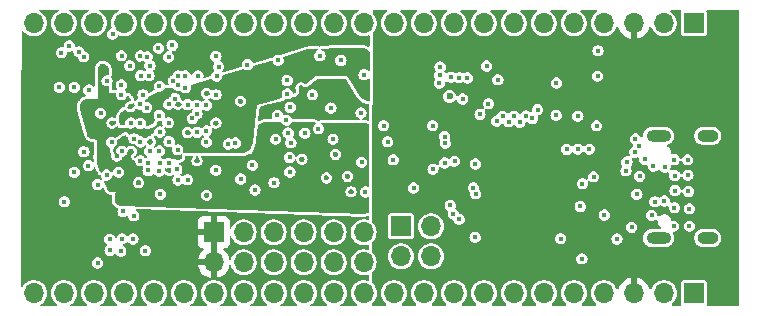
<source format=gbr>
%TF.GenerationSoftware,KiCad,Pcbnew,8.0.6*%
%TF.CreationDate,2024-12-01T18:19:07-08:00*%
%TF.ProjectId,SYNC-VT,53594e43-2d56-4542-9e6b-696361645f70,rev?*%
%TF.SameCoordinates,Original*%
%TF.FileFunction,Copper,L2,Inr*%
%TF.FilePolarity,Positive*%
%FSLAX46Y46*%
G04 Gerber Fmt 4.6, Leading zero omitted, Abs format (unit mm)*
G04 Created by KiCad (PCBNEW 8.0.6) date 2024-12-01 18:19:07*
%MOMM*%
%LPD*%
G01*
G04 APERTURE LIST*
%TA.AperFunction,ComponentPad*%
%ADD10R,1.700000X1.700000*%
%TD*%
%TA.AperFunction,ComponentPad*%
%ADD11O,1.700000X1.700000*%
%TD*%
%TA.AperFunction,ComponentPad*%
%ADD12O,2.100000X1.000000*%
%TD*%
%TA.AperFunction,ComponentPad*%
%ADD13O,1.800000X1.000000*%
%TD*%
%TA.AperFunction,ViaPad*%
%ADD14C,0.600000*%
%TD*%
%TA.AperFunction,ViaPad*%
%ADD15C,0.450000*%
%TD*%
G04 APERTURE END LIST*
D10*
%TO.N,VBUS0*%
%TO.C,J5*%
X146150000Y-37920000D03*
D11*
%TO.N,GND*%
X143610000Y-37920000D03*
%TO.N,+3.3VA*%
X141070000Y-37920000D03*
%TO.N,GPIO29*%
X138530000Y-37920000D03*
%TO.N,GPIO28*%
X135990000Y-37920000D03*
%TO.N,GPIO27*%
X133450000Y-37920000D03*
%TO.N,GPIO26*%
X130910000Y-37920000D03*
%TO.N,GPIO25*%
X128370000Y-37920000D03*
%TO.N,GPIO24*%
X125830000Y-37920000D03*
%TO.N,GPIO23*%
X123290000Y-37920000D03*
%TO.N,GPIO22*%
X120750000Y-37920000D03*
%TO.N,MIO34*%
X118210000Y-37920000D03*
%TO.N,MIO35*%
X115670000Y-37920000D03*
%TO.N,MIO36*%
X113130000Y-37920000D03*
%TO.N,MIO37*%
X110590000Y-37920000D03*
%TO.N,MIO39*%
X108050000Y-37920000D03*
%TO.N,MIO38*%
X105510000Y-37920000D03*
%TO.N,MIO41*%
X102970000Y-37920000D03*
%TO.N,MIO43*%
X100430000Y-37920000D03*
%TO.N,MIO42*%
X97890000Y-37920000D03*
%TO.N,MIO40*%
X95350000Y-37920000D03*
%TO.N,MIO11*%
X92810000Y-37920000D03*
%TO.N,MIO14*%
X90270000Y-37920000D03*
%TD*%
D10*
%TO.N,GPIO15*%
%TO.C,J6*%
X121370000Y-55130000D03*
D11*
%TO.N,GPIO14*%
X121370000Y-57670000D03*
%TO.N,GPIO13*%
X123910000Y-55130000D03*
%TO.N,GPIO12*%
X123910000Y-57670000D03*
%TD*%
D10*
%TO.N,VBUS0*%
%TO.C,J4*%
X146160000Y-60790000D03*
D11*
%TO.N,GND*%
X143620000Y-60790000D03*
%TO.N,+3.3VA*%
X141080000Y-60790000D03*
%TO.N,GPIO0*%
X138540000Y-60790000D03*
%TO.N,GPIO1*%
X136000000Y-60790000D03*
%TO.N,GPIO2*%
X133460000Y-60790000D03*
%TO.N,GPIO3*%
X130920000Y-60790000D03*
%TO.N,GPIO4*%
X128380000Y-60790000D03*
%TO.N,GPIO5*%
X125840000Y-60790000D03*
%TO.N,GPIO6*%
X123300000Y-60790000D03*
%TO.N,GPIO7*%
X120760000Y-60790000D03*
%TO.N,IO8N*%
X118220000Y-60790000D03*
%TO.N,IO9N*%
X115680000Y-60790000D03*
%TO.N,IO7N*%
X113140000Y-60790000D03*
%TO.N,IO15P*%
X110600000Y-60790000D03*
%TO.N,IO15N*%
X108060000Y-60790000D03*
%TO.N,IO7P*%
X105520000Y-60790000D03*
%TO.N,IO18N*%
X102980000Y-60790000D03*
%TO.N,IO17N*%
X100440000Y-60790000D03*
%TO.N,IO18P*%
X97900000Y-60790000D03*
%TO.N,IO17P*%
X95360000Y-60790000D03*
%TO.N,IO13N*%
X92820000Y-60790000D03*
%TO.N,IO16N*%
X90280000Y-60790000D03*
%TD*%
D12*
%TO.N,GND*%
%TO.C,USB_C_ESP1*%
X143163750Y-56120000D03*
D13*
X147343750Y-56120000D03*
D12*
X143163750Y-47480000D03*
D13*
X147343750Y-47480000D03*
%TD*%
D10*
%TO.N,+3V3*%
%TO.C,J3*%
X105500000Y-55640000D03*
D11*
X105500000Y-58180000D03*
%TO.N,GND*%
X108040000Y-55640000D03*
X108040000Y-58180000D03*
%TO.N,IO5N*%
X110580000Y-55640000D03*
%TO.N,IO5P*%
X110580000Y-58180000D03*
%TO.N,IO3N*%
X113120000Y-55640000D03*
%TO.N,IO2P*%
X113120000Y-58180000D03*
%TO.N,IOL5P*%
X115660000Y-55640000D03*
%TO.N,IO1P*%
X115660000Y-58180000D03*
%TO.N,IOL5N*%
X118200000Y-55640000D03*
%TO.N,IO3P*%
X118200000Y-58180000D03*
%TD*%
D14*
%TO.N,GND*%
X125490000Y-44120000D03*
D15*
X138005000Y-42415000D03*
X134520000Y-42990000D03*
%TO.N,Net-(J2-Pad1)*%
X138040000Y-40260000D03*
X139650000Y-56210000D03*
%TO.N,GPIO12*%
X108780000Y-49960000D03*
%TO.N,+1V8*%
X114530000Y-48654652D03*
%TO.N,GND*%
X136680000Y-57880000D03*
X137300000Y-48600000D03*
X128620000Y-41560000D03*
X128049620Y-45649619D03*
X95690000Y-51590000D03*
X137920000Y-46620000D03*
X105763002Y-42416962D03*
X124045002Y-46615001D03*
X100100000Y-41520000D03*
X124070000Y-50290000D03*
X101987696Y-39810258D03*
X97460000Y-50550000D03*
X116270002Y-41090000D03*
X122430000Y-51880000D03*
X136340000Y-48600000D03*
X99520000Y-43990000D03*
X95670000Y-58230000D03*
X101689999Y-44789999D03*
X92850000Y-53050000D03*
X97822513Y-53870448D03*
X110610000Y-51440000D03*
X140890000Y-55220000D03*
X96860000Y-48010000D03*
X105690015Y-50389985D03*
X113220000Y-47250000D03*
X110905000Y-45718148D03*
X118230000Y-42290000D03*
X115600000Y-47750000D03*
X97730000Y-48770000D03*
X134500000Y-45720000D03*
X94500004Y-40780000D03*
X127500000Y-51860000D03*
X96470000Y-42810000D03*
X138570000Y-54170000D03*
X143703750Y-50119832D03*
X97680000Y-43980000D03*
X136540000Y-53450000D03*
X96940000Y-38850000D03*
X118030002Y-49704998D03*
X120700000Y-49504998D03*
X120230000Y-47970000D03*
X99299999Y-47982191D03*
X101728379Y-47958379D03*
X134880000Y-56180000D03*
X95920000Y-45559392D03*
%TO.N,+1V0*%
X114490002Y-41640000D03*
%TO.N,GND*%
X111970000Y-45060000D03*
X102460000Y-48645000D03*
X98670000Y-56200000D03*
X109000000Y-52050000D03*
X143669841Y-52991091D03*
X136340000Y-45800000D03*
X127640002Y-56050001D03*
X137670000Y-50940000D03*
X98490000Y-46390000D03*
X110960000Y-41070000D03*
X104089999Y-45590002D03*
X94510000Y-48810000D03*
X103090000Y-43389994D03*
X110749982Y-47749991D03*
X103289984Y-51190000D03*
X100950000Y-47150000D03*
X119894999Y-46610002D03*
X101690000Y-46360000D03*
X100979551Y-52410486D03*
X108350000Y-41430000D03*
X104890009Y-47990009D03*
X99934409Y-49784445D03*
%TO.N,+3V3*%
X107760000Y-44530000D03*
X99140000Y-51430000D03*
X125590000Y-42510000D03*
X104910000Y-52490000D03*
X114540000Y-44920000D03*
X124610000Y-43020000D03*
X115040002Y-51030000D03*
X124670000Y-41640000D03*
X126970000Y-42570000D03*
X126290000Y-42550000D03*
X112976202Y-49450000D03*
X116627073Y-44497916D03*
X101636088Y-42334740D03*
X96890000Y-46390000D03*
X104896014Y-43875683D03*
X115800000Y-49040000D03*
X104140000Y-41560000D03*
X117130001Y-52205001D03*
X98440000Y-45010000D03*
X100129999Y-47955690D03*
X104090008Y-49590000D03*
X98591299Y-40515000D03*
X114478111Y-44167300D03*
X99270000Y-38640000D03*
X92850000Y-52015000D03*
X124650000Y-42320000D03*
X98710000Y-57260000D03*
X105689994Y-46389994D03*
X112900000Y-43410000D03*
X96720000Y-54000000D03*
X103290018Y-47190009D03*
X101735000Y-50390000D03*
X99373909Y-43283909D03*
X102489998Y-44789999D03*
X95700000Y-57220000D03*
X116820000Y-50904999D03*
X115568463Y-44498590D03*
X117090000Y-44910000D03*
%TO.N,SPI-D1*%
X93695000Y-43360056D03*
X99290000Y-40700602D03*
X94095852Y-40357709D03*
%TO.N,SPI-CLK*%
X93269599Y-39854599D03*
X94900000Y-49990000D03*
X101690034Y-40790017D03*
%TO.N,SPI-D2*%
X94934715Y-43589999D03*
X100030000Y-42370000D03*
%TO.N,SPI-D0*%
X99877337Y-40785410D03*
X96445284Y-50790002D03*
%TO.N,SPI-D3*%
X93695000Y-50560034D03*
X92600000Y-40430000D03*
X100820629Y-40059372D03*
%TO.N,SPI-CS*%
X92425006Y-43360012D03*
X97702327Y-40700001D03*
%TO.N,33.33Mhz*%
X99320000Y-42370000D03*
X103700000Y-46000000D03*
%TO.N,+1V0*%
X118099189Y-43503345D03*
X97311696Y-49168304D03*
X100890000Y-44790000D03*
X117910002Y-41110000D03*
X117925163Y-41710239D03*
X101792142Y-48694167D03*
X98491459Y-45660001D03*
X115631991Y-42020709D03*
X97740000Y-46370000D03*
X117940002Y-40240000D03*
%TO.N,GND*%
X114490002Y-40679996D03*
%TO.N,+1V0*%
X101690000Y-43990002D03*
X110789980Y-43990000D03*
%TO.N,+1V8*%
X95760000Y-49260000D03*
X109464964Y-50145036D03*
X96050000Y-41580000D03*
X110749998Y-48710001D03*
X95289987Y-47190013D03*
X100940000Y-46360000D03*
X98520000Y-48790000D03*
X117935001Y-47715001D03*
X98500000Y-47170000D03*
X100028924Y-47185401D03*
X96920000Y-52010000D03*
%TO.N,GND*%
X114360000Y-46870000D03*
%TO.N,+1V8*%
X117920000Y-48510000D03*
X118000000Y-46770000D03*
X97690000Y-44790000D03*
X118355002Y-50904999D03*
X94510000Y-44790000D03*
%TO.N,GNDA*%
X99831091Y-45071091D03*
X99290000Y-46420000D03*
%TO.N,VCCQ*%
X99270000Y-44780000D03*
%TO.N,MIO7*%
X100910000Y-43260000D03*
%TO.N,Net-(TP2-Pin_1)*%
X117980000Y-45540000D03*
%TO.N,Net-(TP1-Pin_1)*%
X118350000Y-52220000D03*
%TO.N,Net-(U4-SENSE)*%
X113850000Y-43990000D03*
%TO.N,POR_B*%
X115430000Y-45110000D03*
X102090000Y-42800000D03*
%TO.N,Net-(U3A-INIT_B_0)*%
X97690004Y-43160000D03*
%TO.N,Net-(U3A-PROGRAM_B_0)*%
X98762165Y-47709696D03*
%TO.N,Net-(U3A-DONE_0)*%
X99290000Y-49580000D03*
%TO.N,Net-(U3D-PS_MIO8_500)*%
X98398337Y-41540478D03*
%TO.N,Net-(C1-Pad1)*%
X111800000Y-47230000D03*
%TO.N,Net-(R23-Pad2)*%
X107800000Y-51130000D03*
%TO.N,MIO32*%
X111953900Y-50530014D03*
X105690024Y-43990000D03*
%TO.N,MIO33*%
X102490000Y-42390000D03*
X111936634Y-49303366D03*
%TO.N,MIO29*%
X102490000Y-43190000D03*
X112036313Y-48063687D03*
%TO.N,MIO30*%
X111730000Y-43910000D03*
X105918958Y-41618925D03*
%TO.N,MIO31*%
X111720000Y-42780000D03*
X103095000Y-42390000D03*
%TO.N,MIO28*%
X105687174Y-40741649D03*
X111660000Y-46150000D03*
%TO.N,RAM_DQ0*%
X99955000Y-50400018D03*
X96710000Y-56240000D03*
%TO.N,~{RAM_RST}*%
X99710000Y-57200000D03*
X102480000Y-51200000D03*
%TO.N,RAM_DQ2*%
X97640000Y-57240000D03*
X101700000Y-49805000D03*
%TO.N,~{RAM_CLK}*%
X98740000Y-54240000D03*
X102375000Y-50315000D03*
%TO.N,RAM_DQ3*%
X96720000Y-57170000D03*
X100924217Y-49805000D03*
%TO.N,RWDS*%
X97730000Y-56210000D03*
X100886621Y-50438679D03*
%TO.N,+1V1*%
X125045000Y-49765000D03*
X135380000Y-48620000D03*
X136710000Y-51520000D03*
%TO.N,VBUS0*%
X144438750Y-55130000D03*
X144538750Y-50830000D03*
X141998750Y-49450000D03*
X142588750Y-54200000D03*
X144508750Y-53560000D03*
X145698750Y-52180000D03*
X126590000Y-44360000D03*
X144488750Y-49480000D03*
X145768750Y-53650000D03*
X145628750Y-49500000D03*
X141500000Y-48350000D03*
X141208750Y-47740000D03*
X145658750Y-50800000D03*
X141158750Y-48850000D03*
X144558750Y-52110000D03*
X128760000Y-44750000D03*
X145778750Y-55120000D03*
%TO.N,Net-(USB_C_ESP1-CC1)*%
X142858750Y-53050000D03*
%TO.N,Net-(USB_C_ESP1-CC2)*%
X142738750Y-50049999D03*
%TO.N,GPIO15*%
X127677730Y-52380495D03*
X100890000Y-45750000D03*
%TO.N,GPIO23*%
X129960000Y-45800000D03*
%TO.N,GPIO14*%
X125533173Y-53363173D03*
X100900000Y-48760000D03*
%TO.N,/Peripheral/SWCLK*%
X127650000Y-49860000D03*
%TO.N,/Peripheral/SWD*%
X125900000Y-49620000D03*
%TO.N,GPIO27*%
X131950000Y-45790000D03*
%TO.N,GPIO12*%
X126292500Y-54530000D03*
%TO.N,GPIO25*%
X130920000Y-45820000D03*
%TO.N,GPIO28*%
X132470000Y-46000000D03*
%TO.N,GPIO13*%
X125787782Y-54094473D03*
X100090000Y-48760000D03*
%TO.N,GPIO22*%
X129480001Y-46219999D03*
%TO.N,GPIO17*%
X107340000Y-48080000D03*
X125050000Y-47530000D03*
%TO.N,GPIO24*%
X130480000Y-46280000D03*
%TO.N,GPIO16*%
X106740000Y-48170000D03*
X125110000Y-48090000D03*
%TO.N,GPIO29*%
X132920000Y-45250000D03*
%TO.N,GPIO26*%
X131420000Y-46320000D03*
%TO.N,+3.3VA*%
X137852500Y-44700000D03*
X136730000Y-50370000D03*
X135330000Y-46690000D03*
X128630000Y-56080000D03*
X128877115Y-45569999D03*
X135780000Y-56130000D03*
X135330000Y-47650000D03*
X133570000Y-45690000D03*
X125070000Y-50760000D03*
X139821320Y-55067500D03*
%TO.N,USB_D+0*%
X140413241Y-50426065D03*
%TO.N,USB_D-0*%
X140490000Y-49680000D03*
X141328750Y-52420000D03*
X141568046Y-50905581D03*
%TO.N,Net-(TP11-Pin_1)*%
X129560000Y-42730000D03*
%TO.N,MIO43*%
X104165000Y-42403788D03*
%TO.N,IO3N*%
X104890000Y-44885000D03*
%TO.N,IO3P*%
X104070000Y-44870000D03*
%TO.N,IO2P*%
X102220000Y-44310000D03*
%TO.N,IO1P*%
X103298570Y-44829999D03*
%TO.N,IO5P*%
X104090000Y-47180000D03*
%TO.N,IO5N*%
X104890000Y-47045000D03*
%TD*%
%TA.AperFunction,Conductor*%
%TO.N,+3V3*%
G36*
X105750000Y-57746988D02*
G01*
X105692993Y-57714075D01*
X105565826Y-57680000D01*
X105434174Y-57680000D01*
X105307007Y-57714075D01*
X105250000Y-57746988D01*
X105250000Y-56073012D01*
X105307007Y-56105925D01*
X105434174Y-56140000D01*
X105565826Y-56140000D01*
X105692993Y-56105925D01*
X105750000Y-56073012D01*
X105750000Y-57746988D01*
G37*
%TD.AperFunction*%
%TA.AperFunction,Conductor*%
G36*
X92361411Y-36802174D02*
G01*
X92383085Y-36854500D01*
X92361411Y-36906826D01*
X92335817Y-36923502D01*
X92317363Y-36930652D01*
X92317358Y-36930654D01*
X92317358Y-36930655D01*
X92143958Y-37038019D01*
X92143957Y-37038019D01*
X91993235Y-37175420D01*
X91993234Y-37175421D01*
X91870329Y-37338174D01*
X91870328Y-37338177D01*
X91779418Y-37520750D01*
X91779416Y-37520755D01*
X91723602Y-37716917D01*
X91723601Y-37716923D01*
X91704785Y-37919996D01*
X91704785Y-37920003D01*
X91723601Y-38123076D01*
X91723602Y-38123082D01*
X91774786Y-38302970D01*
X91779418Y-38319250D01*
X91870327Y-38501821D01*
X91870328Y-38501822D01*
X91870329Y-38501825D01*
X91993234Y-38664578D01*
X91993235Y-38664579D01*
X92103393Y-38765000D01*
X92143959Y-38801981D01*
X92317363Y-38909348D01*
X92507544Y-38983024D01*
X92708024Y-39020500D01*
X92708026Y-39020500D01*
X92911974Y-39020500D01*
X92911976Y-39020500D01*
X93112456Y-38983024D01*
X93302637Y-38909348D01*
X93476041Y-38801981D01*
X93626764Y-38664579D01*
X93677637Y-38597213D01*
X93749670Y-38501825D01*
X93749670Y-38501824D01*
X93749673Y-38501821D01*
X93840582Y-38319250D01*
X93896397Y-38123083D01*
X93896965Y-38116961D01*
X93915215Y-37920003D01*
X93915215Y-37919996D01*
X93896398Y-37716923D01*
X93896397Y-37716917D01*
X93855274Y-37572388D01*
X93840582Y-37520750D01*
X93749673Y-37338179D01*
X93749670Y-37338175D01*
X93749670Y-37338174D01*
X93626765Y-37175421D01*
X93626764Y-37175420D01*
X93476041Y-37038019D01*
X93460320Y-37028285D01*
X93302637Y-36930652D01*
X93284182Y-36923502D01*
X93243220Y-36884390D01*
X93241912Y-36827768D01*
X93281025Y-36786805D01*
X93310915Y-36780500D01*
X94849085Y-36780500D01*
X94901411Y-36802174D01*
X94923085Y-36854500D01*
X94901411Y-36906826D01*
X94875817Y-36923502D01*
X94857363Y-36930652D01*
X94857358Y-36930654D01*
X94857358Y-36930655D01*
X94683958Y-37038019D01*
X94683957Y-37038019D01*
X94533235Y-37175420D01*
X94533234Y-37175421D01*
X94410329Y-37338174D01*
X94410328Y-37338177D01*
X94319418Y-37520750D01*
X94319416Y-37520755D01*
X94263602Y-37716917D01*
X94263601Y-37716923D01*
X94244785Y-37919996D01*
X94244785Y-37920003D01*
X94263601Y-38123076D01*
X94263602Y-38123082D01*
X94314786Y-38302970D01*
X94319418Y-38319250D01*
X94410327Y-38501821D01*
X94410328Y-38501822D01*
X94410329Y-38501825D01*
X94533234Y-38664578D01*
X94533235Y-38664579D01*
X94643393Y-38765000D01*
X94683959Y-38801981D01*
X94857363Y-38909348D01*
X95047544Y-38983024D01*
X95248024Y-39020500D01*
X95248026Y-39020500D01*
X95451974Y-39020500D01*
X95451976Y-39020500D01*
X95652456Y-38983024D01*
X95842637Y-38909348D01*
X96016041Y-38801981D01*
X96166764Y-38664579D01*
X96217637Y-38597213D01*
X96289670Y-38501825D01*
X96289670Y-38501824D01*
X96289673Y-38501821D01*
X96380582Y-38319250D01*
X96436397Y-38123083D01*
X96436965Y-38116961D01*
X96455215Y-37920003D01*
X96455215Y-37919996D01*
X96436398Y-37716923D01*
X96436397Y-37716917D01*
X96395274Y-37572388D01*
X96380582Y-37520750D01*
X96289673Y-37338179D01*
X96289670Y-37338175D01*
X96289670Y-37338174D01*
X96166765Y-37175421D01*
X96166764Y-37175420D01*
X96016041Y-37038019D01*
X96000320Y-37028285D01*
X95842637Y-36930652D01*
X95824182Y-36923502D01*
X95783220Y-36884390D01*
X95781912Y-36827768D01*
X95821025Y-36786805D01*
X95850915Y-36780500D01*
X97389085Y-36780500D01*
X97441411Y-36802174D01*
X97463085Y-36854500D01*
X97441411Y-36906826D01*
X97415817Y-36923502D01*
X97397363Y-36930652D01*
X97397358Y-36930654D01*
X97397358Y-36930655D01*
X97223958Y-37038019D01*
X97223957Y-37038019D01*
X97073235Y-37175420D01*
X97073234Y-37175421D01*
X96950329Y-37338174D01*
X96950328Y-37338177D01*
X96859418Y-37520750D01*
X96859416Y-37520755D01*
X96803602Y-37716917D01*
X96803601Y-37716923D01*
X96784785Y-37919996D01*
X96784785Y-37920003D01*
X96803601Y-38123076D01*
X96803602Y-38123082D01*
X96854785Y-38302970D01*
X96848258Y-38359230D01*
X96804459Y-38394223D01*
X96740440Y-38413021D01*
X96740437Y-38413023D01*
X96625414Y-38486942D01*
X96535871Y-38590280D01*
X96535870Y-38590281D01*
X96535870Y-38590282D01*
X96510351Y-38646161D01*
X96479068Y-38714660D01*
X96459610Y-38850000D01*
X96479068Y-38985339D01*
X96479068Y-38985340D01*
X96479069Y-38985342D01*
X96535870Y-39109718D01*
X96625411Y-39213055D01*
X96740439Y-39286978D01*
X96871631Y-39325500D01*
X96871633Y-39325500D01*
X97008368Y-39325500D01*
X97073964Y-39306239D01*
X97139561Y-39286978D01*
X97254589Y-39213055D01*
X97344130Y-39109718D01*
X97400899Y-38985410D01*
X97442351Y-38946819D01*
X97494942Y-38947149D01*
X97587544Y-38983024D01*
X97788024Y-39020500D01*
X97788026Y-39020500D01*
X97991974Y-39020500D01*
X97991976Y-39020500D01*
X98192456Y-38983024D01*
X98382637Y-38909348D01*
X98556041Y-38801981D01*
X98706764Y-38664579D01*
X98757637Y-38597213D01*
X98829670Y-38501825D01*
X98829670Y-38501824D01*
X98829673Y-38501821D01*
X98920582Y-38319250D01*
X98976397Y-38123083D01*
X98976965Y-38116961D01*
X98995215Y-37920003D01*
X98995215Y-37919996D01*
X98976398Y-37716923D01*
X98976397Y-37716917D01*
X98935274Y-37572388D01*
X98920582Y-37520750D01*
X98829673Y-37338179D01*
X98829670Y-37338175D01*
X98829670Y-37338174D01*
X98706765Y-37175421D01*
X98706764Y-37175420D01*
X98556041Y-37038019D01*
X98540320Y-37028285D01*
X98382637Y-36930652D01*
X98364182Y-36923502D01*
X98323220Y-36884390D01*
X98321912Y-36827768D01*
X98361025Y-36786805D01*
X98390915Y-36780500D01*
X99929085Y-36780500D01*
X99981411Y-36802174D01*
X100003085Y-36854500D01*
X99981411Y-36906826D01*
X99955817Y-36923502D01*
X99937363Y-36930652D01*
X99937358Y-36930654D01*
X99937358Y-36930655D01*
X99763958Y-37038019D01*
X99763957Y-37038019D01*
X99613235Y-37175420D01*
X99613234Y-37175421D01*
X99490329Y-37338174D01*
X99490328Y-37338177D01*
X99399418Y-37520750D01*
X99399416Y-37520755D01*
X99343602Y-37716917D01*
X99343601Y-37716923D01*
X99324785Y-37919996D01*
X99324785Y-37920003D01*
X99343601Y-38123076D01*
X99343602Y-38123082D01*
X99394786Y-38302970D01*
X99399418Y-38319250D01*
X99490327Y-38501821D01*
X99490328Y-38501822D01*
X99490329Y-38501825D01*
X99613234Y-38664578D01*
X99613235Y-38664579D01*
X99723393Y-38765000D01*
X99763959Y-38801981D01*
X99937363Y-38909348D01*
X100127544Y-38983024D01*
X100328024Y-39020500D01*
X100328026Y-39020500D01*
X100531974Y-39020500D01*
X100531976Y-39020500D01*
X100732456Y-38983024D01*
X100922637Y-38909348D01*
X101096041Y-38801981D01*
X101246764Y-38664579D01*
X101297637Y-38597213D01*
X101369670Y-38501825D01*
X101369670Y-38501824D01*
X101369673Y-38501821D01*
X101460582Y-38319250D01*
X101516397Y-38123083D01*
X101516965Y-38116961D01*
X101535215Y-37920003D01*
X101535215Y-37919996D01*
X101516398Y-37716923D01*
X101516397Y-37716917D01*
X101475274Y-37572388D01*
X101460582Y-37520750D01*
X101369673Y-37338179D01*
X101369670Y-37338175D01*
X101369670Y-37338174D01*
X101246765Y-37175421D01*
X101246764Y-37175420D01*
X101096041Y-37038019D01*
X101080320Y-37028285D01*
X100922637Y-36930652D01*
X100904182Y-36923502D01*
X100863220Y-36884390D01*
X100861912Y-36827768D01*
X100901025Y-36786805D01*
X100930915Y-36780500D01*
X102469085Y-36780500D01*
X102521411Y-36802174D01*
X102543085Y-36854500D01*
X102521411Y-36906826D01*
X102495817Y-36923502D01*
X102477363Y-36930652D01*
X102477358Y-36930654D01*
X102477358Y-36930655D01*
X102303958Y-37038019D01*
X102303957Y-37038019D01*
X102153235Y-37175420D01*
X102153234Y-37175421D01*
X102030329Y-37338174D01*
X102030328Y-37338177D01*
X101939418Y-37520750D01*
X101939416Y-37520755D01*
X101883602Y-37716917D01*
X101883601Y-37716923D01*
X101864785Y-37919996D01*
X101864785Y-37920003D01*
X101883601Y-38123076D01*
X101883602Y-38123082D01*
X101934786Y-38302970D01*
X101939418Y-38319250D01*
X102030327Y-38501821D01*
X102030328Y-38501822D01*
X102030329Y-38501825D01*
X102153234Y-38664578D01*
X102153235Y-38664579D01*
X102263393Y-38765000D01*
X102303959Y-38801981D01*
X102477363Y-38909348D01*
X102667544Y-38983024D01*
X102868024Y-39020500D01*
X102868026Y-39020500D01*
X103071974Y-39020500D01*
X103071976Y-39020500D01*
X103272456Y-38983024D01*
X103462637Y-38909348D01*
X103636041Y-38801981D01*
X103786764Y-38664579D01*
X103837637Y-38597213D01*
X103909670Y-38501825D01*
X103909670Y-38501824D01*
X103909673Y-38501821D01*
X104000582Y-38319250D01*
X104056397Y-38123083D01*
X104056965Y-38116961D01*
X104075215Y-37920003D01*
X104075215Y-37919996D01*
X104056398Y-37716923D01*
X104056397Y-37716917D01*
X104015274Y-37572388D01*
X104000582Y-37520750D01*
X103909673Y-37338179D01*
X103909670Y-37338175D01*
X103909670Y-37338174D01*
X103786765Y-37175421D01*
X103786764Y-37175420D01*
X103636041Y-37038019D01*
X103620320Y-37028285D01*
X103462637Y-36930652D01*
X103444182Y-36923502D01*
X103403220Y-36884390D01*
X103401912Y-36827768D01*
X103441025Y-36786805D01*
X103470915Y-36780500D01*
X105009085Y-36780500D01*
X105061411Y-36802174D01*
X105083085Y-36854500D01*
X105061411Y-36906826D01*
X105035817Y-36923502D01*
X105017363Y-36930652D01*
X105017358Y-36930654D01*
X105017358Y-36930655D01*
X104843958Y-37038019D01*
X104843957Y-37038019D01*
X104693235Y-37175420D01*
X104693234Y-37175421D01*
X104570329Y-37338174D01*
X104570328Y-37338177D01*
X104479418Y-37520750D01*
X104479416Y-37520755D01*
X104423602Y-37716917D01*
X104423601Y-37716923D01*
X104404785Y-37919996D01*
X104404785Y-37920003D01*
X104423601Y-38123076D01*
X104423602Y-38123082D01*
X104474786Y-38302970D01*
X104479418Y-38319250D01*
X104570327Y-38501821D01*
X104570328Y-38501822D01*
X104570329Y-38501825D01*
X104693234Y-38664578D01*
X104693235Y-38664579D01*
X104803393Y-38765000D01*
X104843959Y-38801981D01*
X105017363Y-38909348D01*
X105207544Y-38983024D01*
X105408024Y-39020500D01*
X105408026Y-39020500D01*
X105611974Y-39020500D01*
X105611976Y-39020500D01*
X105812456Y-38983024D01*
X106002637Y-38909348D01*
X106176041Y-38801981D01*
X106326764Y-38664579D01*
X106377637Y-38597213D01*
X106449670Y-38501825D01*
X106449670Y-38501824D01*
X106449673Y-38501821D01*
X106540582Y-38319250D01*
X106596397Y-38123083D01*
X106596965Y-38116961D01*
X106615215Y-37920003D01*
X106615215Y-37919996D01*
X106596398Y-37716923D01*
X106596397Y-37716917D01*
X106555274Y-37572388D01*
X106540582Y-37520750D01*
X106449673Y-37338179D01*
X106449670Y-37338175D01*
X106449670Y-37338174D01*
X106326765Y-37175421D01*
X106326764Y-37175420D01*
X106176041Y-37038019D01*
X106160320Y-37028285D01*
X106002637Y-36930652D01*
X105984182Y-36923502D01*
X105943220Y-36884390D01*
X105941912Y-36827768D01*
X105981025Y-36786805D01*
X106010915Y-36780500D01*
X107549085Y-36780500D01*
X107601411Y-36802174D01*
X107623085Y-36854500D01*
X107601411Y-36906826D01*
X107575817Y-36923502D01*
X107557363Y-36930652D01*
X107557358Y-36930654D01*
X107557358Y-36930655D01*
X107383958Y-37038019D01*
X107383957Y-37038019D01*
X107233235Y-37175420D01*
X107233234Y-37175421D01*
X107110329Y-37338174D01*
X107110328Y-37338177D01*
X107019418Y-37520750D01*
X107019416Y-37520755D01*
X106963602Y-37716917D01*
X106963601Y-37716923D01*
X106944785Y-37919996D01*
X106944785Y-37920003D01*
X106963601Y-38123076D01*
X106963602Y-38123082D01*
X107014786Y-38302970D01*
X107019418Y-38319250D01*
X107110327Y-38501821D01*
X107110328Y-38501822D01*
X107110329Y-38501825D01*
X107233234Y-38664578D01*
X107233235Y-38664579D01*
X107343393Y-38765000D01*
X107383959Y-38801981D01*
X107557363Y-38909348D01*
X107747544Y-38983024D01*
X107948024Y-39020500D01*
X107948026Y-39020500D01*
X108151974Y-39020500D01*
X108151976Y-39020500D01*
X108352456Y-38983024D01*
X108542637Y-38909348D01*
X108716041Y-38801981D01*
X108866764Y-38664579D01*
X108917637Y-38597213D01*
X108989670Y-38501825D01*
X108989670Y-38501824D01*
X108989673Y-38501821D01*
X109080582Y-38319250D01*
X109136397Y-38123083D01*
X109136965Y-38116961D01*
X109155215Y-37920003D01*
X109155215Y-37919996D01*
X109136398Y-37716923D01*
X109136397Y-37716917D01*
X109095274Y-37572388D01*
X109080582Y-37520750D01*
X108989673Y-37338179D01*
X108989670Y-37338175D01*
X108989670Y-37338174D01*
X108866765Y-37175421D01*
X108866764Y-37175420D01*
X108716041Y-37038019D01*
X108700320Y-37028285D01*
X108542637Y-36930652D01*
X108524182Y-36923502D01*
X108483220Y-36884390D01*
X108481912Y-36827768D01*
X108521025Y-36786805D01*
X108550915Y-36780500D01*
X110089085Y-36780500D01*
X110141411Y-36802174D01*
X110163085Y-36854500D01*
X110141411Y-36906826D01*
X110115817Y-36923502D01*
X110097363Y-36930652D01*
X110097358Y-36930654D01*
X110097358Y-36930655D01*
X109923958Y-37038019D01*
X109923957Y-37038019D01*
X109773235Y-37175420D01*
X109773234Y-37175421D01*
X109650329Y-37338174D01*
X109650328Y-37338177D01*
X109559418Y-37520750D01*
X109559416Y-37520755D01*
X109503602Y-37716917D01*
X109503601Y-37716923D01*
X109484785Y-37919996D01*
X109484785Y-37920003D01*
X109503601Y-38123076D01*
X109503602Y-38123082D01*
X109554786Y-38302970D01*
X109559418Y-38319250D01*
X109650327Y-38501821D01*
X109650328Y-38501822D01*
X109650329Y-38501825D01*
X109773234Y-38664578D01*
X109773235Y-38664579D01*
X109883393Y-38765000D01*
X109923959Y-38801981D01*
X110097363Y-38909348D01*
X110287544Y-38983024D01*
X110488024Y-39020500D01*
X110488026Y-39020500D01*
X110691974Y-39020500D01*
X110691976Y-39020500D01*
X110892456Y-38983024D01*
X111082637Y-38909348D01*
X111256041Y-38801981D01*
X111406764Y-38664579D01*
X111457637Y-38597213D01*
X111529670Y-38501825D01*
X111529670Y-38501824D01*
X111529673Y-38501821D01*
X111620582Y-38319250D01*
X111676397Y-38123083D01*
X111676965Y-38116961D01*
X111695215Y-37920003D01*
X111695215Y-37919996D01*
X111676398Y-37716923D01*
X111676397Y-37716917D01*
X111635274Y-37572388D01*
X111620582Y-37520750D01*
X111529673Y-37338179D01*
X111529670Y-37338175D01*
X111529670Y-37338174D01*
X111406765Y-37175421D01*
X111406764Y-37175420D01*
X111256041Y-37038019D01*
X111240320Y-37028285D01*
X111082637Y-36930652D01*
X111064182Y-36923502D01*
X111023220Y-36884390D01*
X111021912Y-36827768D01*
X111061025Y-36786805D01*
X111090915Y-36780500D01*
X112629085Y-36780500D01*
X112681411Y-36802174D01*
X112703085Y-36854500D01*
X112681411Y-36906826D01*
X112655817Y-36923502D01*
X112637363Y-36930652D01*
X112637358Y-36930654D01*
X112637358Y-36930655D01*
X112463958Y-37038019D01*
X112463957Y-37038019D01*
X112313235Y-37175420D01*
X112313234Y-37175421D01*
X112190329Y-37338174D01*
X112190328Y-37338177D01*
X112099418Y-37520750D01*
X112099416Y-37520755D01*
X112043602Y-37716917D01*
X112043601Y-37716923D01*
X112024785Y-37919996D01*
X112024785Y-37920003D01*
X112043601Y-38123076D01*
X112043602Y-38123082D01*
X112094786Y-38302970D01*
X112099418Y-38319250D01*
X112190327Y-38501821D01*
X112190328Y-38501822D01*
X112190329Y-38501825D01*
X112313234Y-38664578D01*
X112313235Y-38664579D01*
X112423393Y-38765000D01*
X112463959Y-38801981D01*
X112637363Y-38909348D01*
X112827544Y-38983024D01*
X113028024Y-39020500D01*
X113028026Y-39020500D01*
X113231974Y-39020500D01*
X113231976Y-39020500D01*
X113432456Y-38983024D01*
X113622637Y-38909348D01*
X113796041Y-38801981D01*
X113946764Y-38664579D01*
X113997637Y-38597213D01*
X114069670Y-38501825D01*
X114069670Y-38501824D01*
X114069673Y-38501821D01*
X114160582Y-38319250D01*
X114216397Y-38123083D01*
X114216965Y-38116961D01*
X114235215Y-37920003D01*
X114235215Y-37919996D01*
X114216398Y-37716923D01*
X114216397Y-37716917D01*
X114175274Y-37572388D01*
X114160582Y-37520750D01*
X114069673Y-37338179D01*
X114069670Y-37338175D01*
X114069670Y-37338174D01*
X113946765Y-37175421D01*
X113946764Y-37175420D01*
X113796041Y-37038019D01*
X113780320Y-37028285D01*
X113622637Y-36930652D01*
X113604182Y-36923502D01*
X113563220Y-36884390D01*
X113561912Y-36827768D01*
X113601025Y-36786805D01*
X113630915Y-36780500D01*
X115169085Y-36780500D01*
X115221411Y-36802174D01*
X115243085Y-36854500D01*
X115221411Y-36906826D01*
X115195817Y-36923502D01*
X115177363Y-36930652D01*
X115177358Y-36930654D01*
X115177358Y-36930655D01*
X115003958Y-37038019D01*
X115003957Y-37038019D01*
X114853235Y-37175420D01*
X114853234Y-37175421D01*
X114730329Y-37338174D01*
X114730328Y-37338177D01*
X114639418Y-37520750D01*
X114639416Y-37520755D01*
X114583602Y-37716917D01*
X114583601Y-37716923D01*
X114564785Y-37919996D01*
X114564785Y-37920003D01*
X114583601Y-38123076D01*
X114583602Y-38123082D01*
X114634786Y-38302970D01*
X114639418Y-38319250D01*
X114730327Y-38501821D01*
X114730328Y-38501822D01*
X114730329Y-38501825D01*
X114853234Y-38664578D01*
X114853235Y-38664579D01*
X114963393Y-38765000D01*
X115003959Y-38801981D01*
X115177363Y-38909348D01*
X115367544Y-38983024D01*
X115568024Y-39020500D01*
X115568026Y-39020500D01*
X115771974Y-39020500D01*
X115771976Y-39020500D01*
X115972456Y-38983024D01*
X116162637Y-38909348D01*
X116336041Y-38801981D01*
X116486764Y-38664579D01*
X116537637Y-38597213D01*
X116609670Y-38501825D01*
X116609670Y-38501824D01*
X116609673Y-38501821D01*
X116700582Y-38319250D01*
X116756397Y-38123083D01*
X116756965Y-38116961D01*
X116775215Y-37920003D01*
X116775215Y-37919996D01*
X116756398Y-37716923D01*
X116756397Y-37716917D01*
X116715274Y-37572388D01*
X116700582Y-37520750D01*
X116609673Y-37338179D01*
X116609670Y-37338175D01*
X116609670Y-37338174D01*
X116486765Y-37175421D01*
X116486764Y-37175420D01*
X116336041Y-37038019D01*
X116320320Y-37028285D01*
X116162637Y-36930652D01*
X116144182Y-36923502D01*
X116103220Y-36884390D01*
X116101912Y-36827768D01*
X116141025Y-36786805D01*
X116170915Y-36780500D01*
X117709085Y-36780500D01*
X117761411Y-36802174D01*
X117783085Y-36854500D01*
X117761411Y-36906826D01*
X117735817Y-36923502D01*
X117717363Y-36930652D01*
X117717358Y-36930654D01*
X117717358Y-36930655D01*
X117543958Y-37038019D01*
X117543957Y-37038019D01*
X117393235Y-37175420D01*
X117393234Y-37175421D01*
X117270329Y-37338174D01*
X117270328Y-37338177D01*
X117179418Y-37520750D01*
X117179416Y-37520755D01*
X117123602Y-37716917D01*
X117123601Y-37716923D01*
X117104785Y-37919996D01*
X117104785Y-37920003D01*
X117123601Y-38123076D01*
X117123602Y-38123082D01*
X117174786Y-38302970D01*
X117179418Y-38319250D01*
X117270327Y-38501821D01*
X117270328Y-38501822D01*
X117270329Y-38501825D01*
X117393234Y-38664578D01*
X117393235Y-38664579D01*
X117503393Y-38765000D01*
X117543959Y-38801981D01*
X117717363Y-38909348D01*
X117907544Y-38983024D01*
X118108024Y-39020500D01*
X118108026Y-39020500D01*
X118311974Y-39020500D01*
X118311976Y-39020500D01*
X118512456Y-38983024D01*
X118611023Y-38944839D01*
X118667643Y-38946147D01*
X118706756Y-38987110D01*
X118711753Y-39014057D01*
X118709314Y-39853060D01*
X118687488Y-39905323D01*
X118635099Y-39926845D01*
X118600124Y-39917943D01*
X118587676Y-39911214D01*
X118510637Y-39869568D01*
X118510619Y-39869559D01*
X118510609Y-39869554D01*
X118486719Y-39858198D01*
X118472570Y-39852351D01*
X118447601Y-39843518D01*
X118263847Y-39789051D01*
X118263830Y-39789046D01*
X118263827Y-39789046D01*
X118238060Y-39782842D01*
X118238053Y-39782840D01*
X118238027Y-39782835D01*
X118223023Y-39780037D01*
X118223011Y-39780035D01*
X118223009Y-39780035D01*
X118196767Y-39776536D01*
X118196768Y-39776536D01*
X118196760Y-39776535D01*
X118001878Y-39760770D01*
X117988622Y-39760043D01*
X117983507Y-39759896D01*
X117980956Y-39759823D01*
X117967741Y-39759786D01*
X117967737Y-39759786D01*
X117967713Y-39759786D01*
X117860549Y-39762251D01*
X117860508Y-39762251D01*
X115864880Y-39808153D01*
X114678460Y-39835441D01*
X114678437Y-39835443D01*
X114618299Y-39844052D01*
X114584537Y-39853084D01*
X114584535Y-39853085D01*
X114528118Y-39875656D01*
X114511774Y-39889315D01*
X114457724Y-39906236D01*
X114424637Y-39894989D01*
X114405540Y-39882855D01*
X114405533Y-39882851D01*
X114352726Y-39862388D01*
X114254528Y-39845193D01*
X113705210Y-39857828D01*
X113696510Y-39858177D01*
X113693869Y-39858328D01*
X113691387Y-39858471D01*
X113682601Y-39859127D01*
X113679692Y-39859394D01*
X113623440Y-39864569D01*
X113623432Y-39864571D01*
X113621747Y-39864726D01*
X113621742Y-39864726D01*
X113593952Y-39867283D01*
X113553334Y-39871021D01*
X113535901Y-39873233D01*
X113525886Y-39874855D01*
X113508642Y-39878260D01*
X113382266Y-39907756D01*
X113373796Y-39909886D01*
X113368868Y-39911216D01*
X113360410Y-39913655D01*
X111363274Y-40527184D01*
X111347501Y-40532598D01*
X111338505Y-40536018D01*
X111323157Y-40542432D01*
X111291501Y-40565260D01*
X111242295Y-40600743D01*
X111242293Y-40600744D01*
X111242290Y-40600747D01*
X111232080Y-40611714D01*
X111180561Y-40635242D01*
X111157071Y-40632291D01*
X111028369Y-40594500D01*
X111028367Y-40594500D01*
X110891633Y-40594500D01*
X110891631Y-40594500D01*
X110760439Y-40633021D01*
X110760437Y-40633023D01*
X110645413Y-40706942D01*
X110645411Y-40706944D01*
X110555869Y-40810282D01*
X110555816Y-40810366D01*
X110555769Y-40810398D01*
X110552405Y-40814281D01*
X110551413Y-40813422D01*
X110509291Y-40842664D01*
X110479391Y-40842984D01*
X110476908Y-40842499D01*
X110420526Y-40837147D01*
X110420525Y-40837147D01*
X110420523Y-40837147D01*
X110369205Y-40842384D01*
X110321351Y-40847269D01*
X110321349Y-40847269D01*
X110321344Y-40847270D01*
X110321343Y-40847270D01*
X108879655Y-41290163D01*
X108823271Y-41284811D01*
X108790613Y-41250168D01*
X108754130Y-41170282D01*
X108664589Y-41066945D01*
X108664585Y-41066942D01*
X108562549Y-41001369D01*
X108549561Y-40993022D01*
X108549560Y-40993021D01*
X108418369Y-40954500D01*
X108418367Y-40954500D01*
X108281633Y-40954500D01*
X108281631Y-40954500D01*
X108150439Y-40993021D01*
X108150437Y-40993023D01*
X108035414Y-41066942D01*
X108035411Y-41066944D01*
X108035411Y-41066945D01*
X108006682Y-41100100D01*
X107945871Y-41170280D01*
X107889068Y-41294660D01*
X107869610Y-41430000D01*
X107884069Y-41530570D01*
X107870062Y-41585448D01*
X107832553Y-41611838D01*
X106337149Y-42071233D01*
X106280765Y-42065881D01*
X106244681Y-42022227D01*
X106250033Y-41965843D01*
X106259493Y-41952036D01*
X106275968Y-41933023D01*
X106323088Y-41878643D01*
X106379889Y-41754267D01*
X106399348Y-41618925D01*
X106379889Y-41483583D01*
X106323088Y-41359207D01*
X106233547Y-41255870D01*
X106233543Y-41255867D01*
X106164315Y-41211378D01*
X106118519Y-41181947D01*
X106107287Y-41178649D01*
X106082569Y-41171391D01*
X106038469Y-41135853D01*
X106032415Y-41079541D01*
X106047492Y-41051929D01*
X106091304Y-41001367D01*
X106148105Y-40876991D01*
X106167564Y-40741649D01*
X106148105Y-40606307D01*
X106091304Y-40481931D01*
X106001763Y-40378594D01*
X106001759Y-40378591D01*
X105926302Y-40330099D01*
X105886735Y-40304671D01*
X105886734Y-40304670D01*
X105755543Y-40266149D01*
X105755541Y-40266149D01*
X105618807Y-40266149D01*
X105618805Y-40266149D01*
X105487613Y-40304670D01*
X105487611Y-40304672D01*
X105372588Y-40378591D01*
X105372585Y-40378593D01*
X105372585Y-40378594D01*
X105371225Y-40380164D01*
X105283045Y-40481929D01*
X105283044Y-40481930D01*
X105283044Y-40481931D01*
X105258344Y-40536017D01*
X105226242Y-40606309D01*
X105206784Y-40741649D01*
X105226242Y-40876988D01*
X105226242Y-40876989D01*
X105226243Y-40876991D01*
X105283044Y-41001367D01*
X105372585Y-41104704D01*
X105487613Y-41178627D01*
X105523563Y-41189183D01*
X105567662Y-41224719D01*
X105573717Y-41281031D01*
X105558640Y-41308643D01*
X105514831Y-41359202D01*
X105514829Y-41359204D01*
X105458026Y-41483585D01*
X105438568Y-41618925D01*
X105458026Y-41754264D01*
X105458026Y-41754265D01*
X105458027Y-41754267D01*
X105514828Y-41878643D01*
X105514831Y-41878647D01*
X105532693Y-41899260D01*
X105550579Y-41952999D01*
X105525228Y-42003645D01*
X105516775Y-42009973D01*
X105448416Y-42053904D01*
X105448413Y-42053906D01*
X105448413Y-42053907D01*
X105438038Y-42065881D01*
X105358873Y-42157242D01*
X105302070Y-42281622D01*
X105291901Y-42352351D01*
X105263000Y-42401060D01*
X105226170Y-42415437D01*
X105212008Y-42416882D01*
X105211998Y-42416884D01*
X104728828Y-42565316D01*
X104672444Y-42559964D01*
X104636360Y-42516310D01*
X104633850Y-42484049D01*
X104645390Y-42403788D01*
X104625931Y-42268446D01*
X104569130Y-42144070D01*
X104479589Y-42040733D01*
X104479585Y-42040730D01*
X104408303Y-41994921D01*
X104364561Y-41966810D01*
X104364560Y-41966809D01*
X104233369Y-41928288D01*
X104233367Y-41928288D01*
X104096633Y-41928288D01*
X104096631Y-41928288D01*
X103965439Y-41966809D01*
X103965437Y-41966811D01*
X103850414Y-42040730D01*
X103850411Y-42040732D01*
X103850411Y-42040733D01*
X103823983Y-42071233D01*
X103760871Y-42144068D01*
X103704066Y-42268451D01*
X103702576Y-42273528D01*
X103700829Y-42273014D01*
X103675334Y-42315979D01*
X103620455Y-42329982D01*
X103571748Y-42301079D01*
X103557744Y-42267267D01*
X103555931Y-42254660D01*
X103555931Y-42254659D01*
X103555931Y-42254658D01*
X103499130Y-42130282D01*
X103409589Y-42026945D01*
X103409585Y-42026942D01*
X103336395Y-41979907D01*
X103294561Y-41953022D01*
X103294560Y-41953021D01*
X103163369Y-41914500D01*
X103163367Y-41914500D01*
X103026633Y-41914500D01*
X103026631Y-41914500D01*
X102895443Y-41953020D01*
X102895433Y-41953025D01*
X102832506Y-41993465D01*
X102776769Y-42003521D01*
X102752494Y-41993465D01*
X102689566Y-41953025D01*
X102689564Y-41953024D01*
X102689561Y-41953022D01*
X102689558Y-41953021D01*
X102689556Y-41953020D01*
X102558369Y-41914500D01*
X102558367Y-41914500D01*
X102421633Y-41914500D01*
X102421631Y-41914500D01*
X102290439Y-41953021D01*
X102290437Y-41953023D01*
X102175414Y-42026942D01*
X102175411Y-42026944D01*
X102175411Y-42026945D01*
X102163464Y-42040733D01*
X102085871Y-42130280D01*
X102029068Y-42254659D01*
X102025679Y-42278229D01*
X101996777Y-42326936D01*
X101973282Y-42338696D01*
X101890442Y-42363020D01*
X101890436Y-42363023D01*
X101775414Y-42436942D01*
X101775411Y-42436944D01*
X101775411Y-42436945D01*
X101764241Y-42449836D01*
X101685871Y-42540280D01*
X101685870Y-42540281D01*
X101685870Y-42540282D01*
X101675941Y-42562023D01*
X101629068Y-42664660D01*
X101609610Y-42800000D01*
X101629068Y-42935339D01*
X101629068Y-42935340D01*
X101629069Y-42935342D01*
X101676335Y-43038839D01*
X101678356Y-43095439D01*
X101639763Y-43136892D01*
X101609386Y-43143578D01*
X101562316Y-43143809D01*
X101537231Y-43145167D01*
X101522770Y-43146666D01*
X101497921Y-43150484D01*
X101497913Y-43150485D01*
X101497891Y-43150489D01*
X101450241Y-43160232D01*
X101394634Y-43149479D01*
X101368106Y-43118474D01*
X101314130Y-43000282D01*
X101224589Y-42896945D01*
X101224585Y-42896942D01*
X101134968Y-42839350D01*
X101109561Y-42823022D01*
X101109560Y-42823021D01*
X100978369Y-42784500D01*
X100978367Y-42784500D01*
X100841633Y-42784500D01*
X100841631Y-42784500D01*
X100710439Y-42823021D01*
X100710437Y-42823023D01*
X100595414Y-42896942D01*
X100595411Y-42896944D01*
X100595411Y-42896945D01*
X100592520Y-42900282D01*
X100505871Y-43000280D01*
X100505870Y-43000281D01*
X100505870Y-43000282D01*
X100496371Y-43021082D01*
X100449068Y-43124660D01*
X100429610Y-43260000D01*
X100449068Y-43395339D01*
X100449068Y-43395340D01*
X100449069Y-43395342D01*
X100476158Y-43454659D01*
X100503353Y-43514207D01*
X100505374Y-43570808D01*
X100471312Y-43610001D01*
X100058366Y-43833900D01*
X100002035Y-43839787D01*
X99958041Y-43804119D01*
X99955781Y-43799588D01*
X99954614Y-43797032D01*
X99924130Y-43730282D01*
X99834589Y-43626945D01*
X99834585Y-43626942D01*
X99767290Y-43583695D01*
X99719561Y-43553022D01*
X99719560Y-43553021D01*
X99588369Y-43514500D01*
X99588367Y-43514500D01*
X99451633Y-43514500D01*
X99451631Y-43514500D01*
X99320439Y-43553021D01*
X99320437Y-43553023D01*
X99205414Y-43626942D01*
X99115871Y-43730280D01*
X99059068Y-43854660D01*
X99039610Y-43990000D01*
X99059068Y-44125339D01*
X99059068Y-44125340D01*
X99059069Y-44125342D01*
X99106796Y-44229848D01*
X99112594Y-44242544D01*
X99114615Y-44299145D01*
X99076022Y-44340598D01*
X99074525Y-44341156D01*
X99070436Y-44343023D01*
X98955413Y-44416942D01*
X98955410Y-44416945D01*
X98889608Y-44492885D01*
X98838962Y-44518236D01*
X98785223Y-44500350D01*
X98760089Y-44452169D01*
X98754438Y-44398451D01*
X98724866Y-44303249D01*
X98651496Y-44168149D01*
X98651481Y-44168125D01*
X98651468Y-44168101D01*
X98638562Y-44146876D01*
X98638559Y-44146872D01*
X98638552Y-44146860D01*
X98630475Y-44134928D01*
X98615513Y-44114993D01*
X98504783Y-43981554D01*
X98487940Y-43963163D01*
X98487922Y-43963145D01*
X98477710Y-43953032D01*
X98477704Y-43953027D01*
X98477700Y-43953023D01*
X98459175Y-43936386D01*
X98448584Y-43927769D01*
X98412567Y-43898463D01*
X98395383Y-43886212D01*
X98386099Y-43879593D01*
X98370136Y-43869680D01*
X98370137Y-43869680D01*
X98370133Y-43869678D01*
X98356398Y-43862316D01*
X98341482Y-43854321D01*
X98279881Y-43839765D01*
X98244464Y-43831396D01*
X98187857Y-43829374D01*
X98186234Y-43829476D01*
X98185715Y-43829298D01*
X98184229Y-43829245D01*
X98184245Y-43828794D01*
X98132659Y-43811107D01*
X98114307Y-43786361D01*
X98111723Y-43780702D01*
X98084130Y-43720282D01*
X98084128Y-43720280D01*
X98084128Y-43720279D01*
X98084126Y-43720277D01*
X98000872Y-43624196D01*
X97982986Y-43570457D01*
X98003626Y-43529221D01*
X98001127Y-43527056D01*
X98094131Y-43419722D01*
X98094132Y-43419720D01*
X98094131Y-43419720D01*
X98094134Y-43419718D01*
X98150935Y-43295342D01*
X98170394Y-43160000D01*
X98150935Y-43024658D01*
X98094134Y-42900282D01*
X98004593Y-42796945D01*
X98004589Y-42796942D01*
X97905180Y-42733057D01*
X97889565Y-42723022D01*
X97889564Y-42723021D01*
X97758373Y-42684500D01*
X97758371Y-42684500D01*
X97621637Y-42684500D01*
X97621635Y-42684500D01*
X97490443Y-42723021D01*
X97490441Y-42723023D01*
X97375418Y-42796942D01*
X97375415Y-42796944D01*
X97375415Y-42796945D01*
X97352819Y-42823023D01*
X97285875Y-42900280D01*
X97285874Y-42900281D01*
X97285874Y-42900282D01*
X97270395Y-42934176D01*
X97229072Y-43024660D01*
X97209614Y-43160000D01*
X97229072Y-43295339D01*
X97229072Y-43295340D01*
X97229073Y-43295342D01*
X97285874Y-43419718D01*
X97285875Y-43419720D01*
X97285876Y-43419722D01*
X97352329Y-43496413D01*
X97370214Y-43550151D01*
X97344862Y-43600798D01*
X97291124Y-43618683D01*
X97281967Y-43617450D01*
X97216863Y-43604500D01*
X97216861Y-43604500D01*
X96989165Y-43604500D01*
X96936839Y-43582826D01*
X96915203Y-43532857D01*
X96906059Y-43245979D01*
X96906058Y-43245969D01*
X96895834Y-43182117D01*
X96895834Y-43182115D01*
X96873622Y-43139658D01*
X96868571Y-43083247D01*
X96872530Y-43074805D01*
X96871931Y-43074532D01*
X96874128Y-43069719D01*
X96874130Y-43069718D01*
X96930931Y-42945342D01*
X96950390Y-42810000D01*
X96930931Y-42674658D01*
X96874130Y-42550282D01*
X96874128Y-42550280D01*
X96874128Y-42550279D01*
X96874127Y-42550277D01*
X96834948Y-42505062D01*
X96817063Y-42451323D01*
X96828067Y-42417472D01*
X96838001Y-42401529D01*
X96857997Y-42348539D01*
X96874320Y-42250195D01*
X96871592Y-42164613D01*
X96861219Y-41839126D01*
X96861219Y-41839111D01*
X96859906Y-41797941D01*
X96859660Y-41794509D01*
X96858463Y-41777771D01*
X96857167Y-41766146D01*
X96854132Y-41746150D01*
X96830954Y-41625766D01*
X96820200Y-41586813D01*
X96812231Y-41564882D01*
X96801106Y-41540478D01*
X97917947Y-41540478D01*
X97937405Y-41675817D01*
X97937405Y-41675818D01*
X97937406Y-41675820D01*
X97994207Y-41800196D01*
X98083748Y-41903533D01*
X98198776Y-41977456D01*
X98329968Y-42015978D01*
X98329970Y-42015978D01*
X98466705Y-42015978D01*
X98543376Y-41993465D01*
X98597898Y-41977456D01*
X98712926Y-41903533D01*
X98802467Y-41800196D01*
X98859268Y-41675820D01*
X98878727Y-41540478D01*
X98859268Y-41405136D01*
X98802467Y-41280760D01*
X98712926Y-41177423D01*
X98712922Y-41177420D01*
X98644088Y-41133184D01*
X98597898Y-41103500D01*
X98597897Y-41103499D01*
X98466706Y-41064978D01*
X98466704Y-41064978D01*
X98329970Y-41064978D01*
X98329968Y-41064978D01*
X98198776Y-41103499D01*
X98198776Y-41103500D01*
X98142270Y-41139813D01*
X98086533Y-41149868D01*
X98062505Y-41133184D01*
X98070708Y-41178649D01*
X98054325Y-41211378D01*
X97994210Y-41280755D01*
X97994208Y-41280757D01*
X97937405Y-41405138D01*
X97917947Y-41540478D01*
X96801106Y-41540478D01*
X96795469Y-41528111D01*
X96778408Y-41497385D01*
X96738846Y-41426133D01*
X96716507Y-41392480D01*
X96716492Y-41392458D01*
X96702107Y-41374120D01*
X96702078Y-41374086D01*
X96674730Y-41344396D01*
X96674719Y-41344384D01*
X96669987Y-41340000D01*
X96589148Y-41265103D01*
X96557425Y-41240069D01*
X96548802Y-41234309D01*
X96538021Y-41227107D01*
X96529580Y-41222388D01*
X96502745Y-41207386D01*
X96502738Y-41207382D01*
X96502725Y-41207376D01*
X96396760Y-41158703D01*
X96396739Y-41158694D01*
X96358801Y-41144784D01*
X96336329Y-41138511D01*
X96296686Y-41130761D01*
X96296687Y-41130761D01*
X96296676Y-41130759D01*
X96296665Y-41130757D01*
X96296654Y-41130756D01*
X96180540Y-41117471D01*
X96180531Y-41117470D01*
X96169258Y-41117060D01*
X96151104Y-41114112D01*
X96141397Y-41111262D01*
X96118367Y-41104500D01*
X95981633Y-41104500D01*
X95981631Y-41104500D01*
X95850439Y-41143021D01*
X95850437Y-41143023D01*
X95735413Y-41216942D01*
X95735411Y-41216944D01*
X95645868Y-41320284D01*
X95638612Y-41336171D01*
X95624606Y-41356755D01*
X95597537Y-41384865D01*
X95572839Y-41414758D01*
X95572834Y-41414765D01*
X95559908Y-41433081D01*
X95540012Y-41466378D01*
X95486075Y-41574538D01*
X95471460Y-41610436D01*
X95471451Y-41610458D01*
X95464609Y-41631770D01*
X95464606Y-41631778D01*
X95458974Y-41655339D01*
X95455584Y-41669519D01*
X95440191Y-41765720D01*
X95440191Y-41765722D01*
X95439797Y-41768182D01*
X95435584Y-41794508D01*
X95433250Y-41813763D01*
X95432320Y-41824997D01*
X95431454Y-41844365D01*
X95422196Y-43228568D01*
X95400173Y-43280748D01*
X95347703Y-43302071D01*
X95295523Y-43280048D01*
X95292281Y-43276543D01*
X95249304Y-43226944D01*
X95249300Y-43226941D01*
X95171648Y-43177038D01*
X95134276Y-43153021D01*
X95134275Y-43153020D01*
X95003084Y-43114499D01*
X95003082Y-43114499D01*
X94866348Y-43114499D01*
X94866346Y-43114499D01*
X94735154Y-43153020D01*
X94735152Y-43153022D01*
X94620129Y-43226941D01*
X94620126Y-43226943D01*
X94620126Y-43226944D01*
X94603632Y-43245979D01*
X94530586Y-43330279D01*
X94530585Y-43330280D01*
X94530585Y-43330281D01*
X94522776Y-43347381D01*
X94473783Y-43454659D01*
X94454325Y-43589999D01*
X94473783Y-43725338D01*
X94473783Y-43725339D01*
X94473784Y-43725341D01*
X94530585Y-43849717D01*
X94620099Y-43953023D01*
X94620129Y-43953057D01*
X94620131Y-43953058D01*
X94680122Y-43991611D01*
X94712425Y-44038133D01*
X94702369Y-44093870D01*
X94655847Y-44126173D01*
X94648571Y-44127379D01*
X94631125Y-44129385D01*
X94597970Y-44135434D01*
X94597930Y-44135442D01*
X94579059Y-44140192D01*
X94546965Y-44150563D01*
X94408041Y-44205821D01*
X94408032Y-44205826D01*
X94408029Y-44205827D01*
X94408025Y-44205829D01*
X94406033Y-44206778D01*
X94377588Y-44220328D01*
X94360603Y-44229843D01*
X94360580Y-44229858D01*
X94332329Y-44248232D01*
X94212630Y-44337857D01*
X94212620Y-44337865D01*
X94187020Y-44359813D01*
X94176552Y-44370062D01*
X94173094Y-44373447D01*
X94161597Y-44386294D01*
X94150615Y-44398565D01*
X94150603Y-44398579D01*
X94058468Y-44516323D01*
X94058456Y-44516340D01*
X94039495Y-44544175D01*
X94039492Y-44544180D01*
X94029604Y-44560980D01*
X94014457Y-44591103D01*
X94014456Y-44591105D01*
X93956233Y-44728871D01*
X93956230Y-44728878D01*
X93945185Y-44760727D01*
X93940030Y-44779518D01*
X93933279Y-44812529D01*
X93933278Y-44812534D01*
X93913043Y-44960687D01*
X93910695Y-44994314D01*
X93910694Y-44994354D01*
X93910622Y-45013789D01*
X93910623Y-45013821D01*
X93912722Y-45047446D01*
X93912724Y-45047471D01*
X93932501Y-45200683D01*
X93935208Y-45217308D01*
X93935211Y-45217322D01*
X93937097Y-45226901D01*
X93940900Y-45243336D01*
X94025126Y-45559391D01*
X94025126Y-45559392D01*
X94042660Y-45625185D01*
X94042660Y-45625186D01*
X94357842Y-46807891D01*
X94357842Y-46807892D01*
X94508315Y-47372538D01*
X94512691Y-47387186D01*
X94515474Y-47395577D01*
X94516652Y-47398801D01*
X94520739Y-47409988D01*
X94568102Y-47528475D01*
X94568236Y-47528760D01*
X94581138Y-47556151D01*
X94589626Y-47571684D01*
X94589630Y-47571691D01*
X94605871Y-47597594D01*
X94605873Y-47597596D01*
X94605875Y-47597599D01*
X94674436Y-47693648D01*
X94674436Y-47693649D01*
X94677394Y-47697793D01*
X94677405Y-47697807D01*
X94696627Y-47721585D01*
X94696647Y-47721609D01*
X94708567Y-47734669D01*
X94730501Y-47755985D01*
X94730519Y-47756002D01*
X94767324Y-47787713D01*
X94823770Y-47836347D01*
X94848107Y-47854896D01*
X94862796Y-47864760D01*
X94889174Y-47880267D01*
X94889176Y-47880268D01*
X94991992Y-47932693D01*
X94998845Y-47936187D01*
X95026884Y-47948427D01*
X95043493Y-47954522D01*
X95072803Y-47963326D01*
X95152704Y-47982191D01*
X95201274Y-47993659D01*
X95201278Y-47993659D01*
X95201292Y-47993663D01*
X95231439Y-47998898D01*
X95335483Y-48010602D01*
X95385057Y-48037989D01*
X95401205Y-48084961D01*
X95400041Y-48189591D01*
X95400042Y-48189592D01*
X95400040Y-48189791D01*
X95400039Y-48189869D01*
X95391791Y-48932041D01*
X95373723Y-48979677D01*
X95355871Y-49000280D01*
X95355870Y-49000281D01*
X95299068Y-49124660D01*
X95279610Y-49260000D01*
X95299068Y-49395339D01*
X95299068Y-49395340D01*
X95299069Y-49395342D01*
X95329941Y-49462941D01*
X95355870Y-49519718D01*
X95355871Y-49519720D01*
X95366508Y-49531996D01*
X95384576Y-49581277D01*
X95384090Y-49624987D01*
X95361836Y-49677068D01*
X95309272Y-49698159D01*
X95257191Y-49675905D01*
X95254179Y-49672635D01*
X95214589Y-49626945D01*
X95214585Y-49626942D01*
X95138745Y-49578204D01*
X95099561Y-49553022D01*
X95099560Y-49553021D01*
X94968369Y-49514500D01*
X94968367Y-49514500D01*
X94831633Y-49514500D01*
X94831631Y-49514500D01*
X94700439Y-49553021D01*
X94700437Y-49553023D01*
X94585414Y-49626942D01*
X94585411Y-49626944D01*
X94585411Y-49626945D01*
X94561887Y-49654094D01*
X94495871Y-49730280D01*
X94495870Y-49730281D01*
X94495870Y-49730282D01*
X94480595Y-49763729D01*
X94439068Y-49854660D01*
X94419610Y-49990000D01*
X94439068Y-50125339D01*
X94439068Y-50125340D01*
X94439069Y-50125342D01*
X94495870Y-50249718D01*
X94585411Y-50353055D01*
X94700439Y-50426978D01*
X94831631Y-50465500D01*
X94831633Y-50465500D01*
X94968368Y-50465500D01*
X95059711Y-50438679D01*
X95099561Y-50426978D01*
X95214589Y-50353055D01*
X95304130Y-50249718D01*
X95342593Y-50165495D01*
X95384044Y-50126903D01*
X95440645Y-50128924D01*
X95478438Y-50168322D01*
X95540440Y-50320543D01*
X95665770Y-50628242D01*
X95666007Y-50628822D01*
X95666035Y-50628966D01*
X95666061Y-50628956D01*
X95666189Y-50629272D01*
X95666286Y-50629510D01*
X95666290Y-50629517D01*
X95666293Y-50629525D01*
X95666297Y-50629531D01*
X95666298Y-50629533D01*
X95718428Y-50709767D01*
X95756223Y-50749169D01*
X95756226Y-50749171D01*
X95834463Y-50804710D01*
X95834464Y-50804710D01*
X95834465Y-50804711D01*
X95922617Y-50825544D01*
X95968555Y-50858671D01*
X95978843Y-50887025D01*
X95984353Y-50925344D01*
X96041154Y-51049720D01*
X96041156Y-51049724D01*
X96042097Y-51051188D01*
X96042274Y-51052172D01*
X96043353Y-51054534D01*
X96042750Y-51054809D01*
X96052151Y-51106925D01*
X96041128Y-51132667D01*
X96034693Y-51142177D01*
X96026090Y-51154889D01*
X95978813Y-51186076D01*
X95924798Y-51175667D01*
X95892466Y-51154889D01*
X95889561Y-51153022D01*
X95889560Y-51153021D01*
X95758369Y-51114500D01*
X95758367Y-51114500D01*
X95621633Y-51114500D01*
X95621631Y-51114500D01*
X95490439Y-51153021D01*
X95490437Y-51153023D01*
X95375414Y-51226942D01*
X95375411Y-51226944D01*
X95375411Y-51226945D01*
X95345017Y-51262022D01*
X95285871Y-51330280D01*
X95229068Y-51454660D01*
X95209610Y-51590000D01*
X95229068Y-51725339D01*
X95229068Y-51725340D01*
X95229069Y-51725342D01*
X95285870Y-51849718D01*
X95375411Y-51953055D01*
X95490439Y-52026978D01*
X95621631Y-52065500D01*
X95621633Y-52065500D01*
X95758368Y-52065500D01*
X95851737Y-52038084D01*
X95889561Y-52026978D01*
X96004589Y-51953055D01*
X96062210Y-51886555D01*
X96112856Y-51861204D01*
X96166595Y-51879089D01*
X96186669Y-51907100D01*
X96210739Y-51966193D01*
X96210739Y-51966194D01*
X96240020Y-52038084D01*
X96244201Y-52047376D01*
X96247554Y-52054829D01*
X96250025Y-52059833D01*
X96252267Y-52064374D01*
X96258966Y-52076791D01*
X96260977Y-52080520D01*
X96318893Y-52179239D01*
X96339688Y-52209477D01*
X96352927Y-52226040D01*
X96377841Y-52252988D01*
X96377845Y-52252992D01*
X96377849Y-52252996D01*
X96393459Y-52267617D01*
X96457445Y-52327551D01*
X96485963Y-52350651D01*
X96503356Y-52362780D01*
X96534890Y-52381557D01*
X96632372Y-52430485D01*
X96666276Y-52444551D01*
X96686394Y-52451249D01*
X96721951Y-52460311D01*
X96754453Y-52466146D01*
X96827176Y-52479204D01*
X96874848Y-52509784D01*
X96887167Y-52563741D01*
X96865170Y-52701089D01*
X96860384Y-52730973D01*
X96858159Y-52748914D01*
X96858157Y-52748930D01*
X96858157Y-52748935D01*
X96857242Y-52759296D01*
X96856291Y-52777312D01*
X96854477Y-52881544D01*
X96854054Y-52905806D01*
X96855978Y-52941857D01*
X96858559Y-52962562D01*
X96865542Y-52997963D01*
X96865542Y-52997965D01*
X96897856Y-53116848D01*
X96909758Y-53150916D01*
X96918016Y-53170082D01*
X96934601Y-53202135D01*
X96962501Y-53247823D01*
X96998809Y-53307280D01*
X97017824Y-53333974D01*
X97019754Y-53336684D01*
X97019755Y-53336686D01*
X97033022Y-53352773D01*
X97033030Y-53352782D01*
X97057687Y-53378708D01*
X97057903Y-53378935D01*
X97095291Y-53413057D01*
X97124632Y-53439836D01*
X97148897Y-53461981D01*
X97177213Y-53484370D01*
X97194447Y-53496119D01*
X97225635Y-53514295D01*
X97272258Y-53537218D01*
X97336183Y-53568648D01*
X97336185Y-53568649D01*
X97350215Y-53574355D01*
X97390521Y-53614144D01*
X97390886Y-53670780D01*
X97389651Y-53673644D01*
X97361581Y-53735108D01*
X97342123Y-53870448D01*
X97361581Y-54005787D01*
X97361581Y-54005788D01*
X97361582Y-54005790D01*
X97418383Y-54130166D01*
X97507924Y-54233503D01*
X97622952Y-54307426D01*
X97754144Y-54345948D01*
X97754146Y-54345948D01*
X97890881Y-54345948D01*
X97978699Y-54320162D01*
X98022074Y-54307426D01*
X98137102Y-54233503D01*
X98137104Y-54233500D01*
X98141098Y-54230040D01*
X98142710Y-54231901D01*
X98185895Y-54210275D01*
X98239637Y-54228152D01*
X98264434Y-54273555D01*
X98279068Y-54375339D01*
X98279068Y-54375340D01*
X98279069Y-54375342D01*
X98335870Y-54499718D01*
X98425411Y-54603055D01*
X98540439Y-54676978D01*
X98671631Y-54715500D01*
X98671633Y-54715500D01*
X98808368Y-54715500D01*
X98920332Y-54682624D01*
X98939561Y-54676978D01*
X99054589Y-54603055D01*
X99144130Y-54499718D01*
X99200931Y-54375342D01*
X99220390Y-54240000D01*
X99200931Y-54104658D01*
X99144130Y-53980282D01*
X99054589Y-53876945D01*
X99054585Y-53876942D01*
X98944614Y-53806269D01*
X98912312Y-53759746D01*
X98922368Y-53704009D01*
X98968891Y-53671707D01*
X98987038Y-53670056D01*
X118274627Y-54301728D01*
X118287357Y-54301828D01*
X118294727Y-54301702D01*
X118307443Y-54301167D01*
X118380004Y-54296304D01*
X118494889Y-54288606D01*
X118494904Y-54288605D01*
X118520168Y-54285642D01*
X118520169Y-54285641D01*
X118520176Y-54285641D01*
X118534696Y-54283200D01*
X118559555Y-54277736D01*
X118573716Y-54273874D01*
X118629900Y-54281017D01*
X118664578Y-54325797D01*
X118667185Y-54345482D01*
X118666641Y-54532769D01*
X118644815Y-54585032D01*
X118592426Y-54606554D01*
X118565910Y-54601557D01*
X118502461Y-54576977D01*
X118301979Y-54539500D01*
X118301976Y-54539500D01*
X118098024Y-54539500D01*
X118098020Y-54539500D01*
X117958994Y-54565489D01*
X117897544Y-54576976D01*
X117897542Y-54576976D01*
X117897540Y-54576977D01*
X117715917Y-54647338D01*
X117707363Y-54650652D01*
X117707358Y-54650654D01*
X117707358Y-54650655D01*
X117533958Y-54758019D01*
X117533957Y-54758019D01*
X117383235Y-54895420D01*
X117383234Y-54895421D01*
X117260329Y-55058174D01*
X117260328Y-55058177D01*
X117169418Y-55240750D01*
X117169416Y-55240755D01*
X117113602Y-55436917D01*
X117113601Y-55436923D01*
X117094785Y-55639996D01*
X117094785Y-55640003D01*
X117113601Y-55843076D01*
X117113602Y-55843082D01*
X117155175Y-55989192D01*
X117169418Y-56039250D01*
X117260327Y-56221821D01*
X117260328Y-56221822D01*
X117260329Y-56221825D01*
X117383234Y-56384578D01*
X117383235Y-56384579D01*
X117471750Y-56465270D01*
X117533959Y-56521981D01*
X117707363Y-56629348D01*
X117897544Y-56703024D01*
X118098024Y-56740500D01*
X118098026Y-56740500D01*
X118301974Y-56740500D01*
X118301976Y-56740500D01*
X118502456Y-56703024D01*
X118559463Y-56680939D01*
X118616085Y-56682247D01*
X118655198Y-56723210D01*
X118660195Y-56750157D01*
X118659265Y-57069912D01*
X118637438Y-57122175D01*
X118585050Y-57143697D01*
X118558534Y-57138700D01*
X118502459Y-57116977D01*
X118502458Y-57116976D01*
X118502456Y-57116976D01*
X118402457Y-57098283D01*
X118301979Y-57079500D01*
X118301976Y-57079500D01*
X118098024Y-57079500D01*
X118098020Y-57079500D01*
X117963429Y-57104660D01*
X117897544Y-57116976D01*
X117897542Y-57116976D01*
X117897540Y-57116977D01*
X117760672Y-57170000D01*
X117707363Y-57190652D01*
X117707358Y-57190654D01*
X117707358Y-57190655D01*
X117533958Y-57298019D01*
X117533957Y-57298019D01*
X117383235Y-57435420D01*
X117383234Y-57435421D01*
X117260329Y-57598174D01*
X117260328Y-57598177D01*
X117169418Y-57780750D01*
X117169416Y-57780755D01*
X117113602Y-57976917D01*
X117113601Y-57976923D01*
X117094785Y-58179996D01*
X117094785Y-58180003D01*
X117113601Y-58383076D01*
X117113602Y-58383082D01*
X117151137Y-58515000D01*
X117169418Y-58579250D01*
X117260327Y-58761821D01*
X117260328Y-58761822D01*
X117260329Y-58761825D01*
X117383234Y-58924578D01*
X117383235Y-58924579D01*
X117520637Y-59049836D01*
X117533959Y-59061981D01*
X117707363Y-59169348D01*
X117897544Y-59243024D01*
X118098024Y-59280500D01*
X118098026Y-59280500D01*
X118301974Y-59280500D01*
X118301976Y-59280500D01*
X118502456Y-59243024D01*
X118552070Y-59223803D01*
X118608691Y-59225111D01*
X118647805Y-59266073D01*
X118652802Y-59293021D01*
X118651709Y-59669237D01*
X118629883Y-59721500D01*
X118577494Y-59743022D01*
X118550978Y-59738025D01*
X118522459Y-59726977D01*
X118522458Y-59726976D01*
X118522456Y-59726976D01*
X118434407Y-59710516D01*
X118321979Y-59689500D01*
X118321976Y-59689500D01*
X118118024Y-59689500D01*
X118118020Y-59689500D01*
X117968116Y-59717522D01*
X117917544Y-59726976D01*
X117917542Y-59726976D01*
X117917540Y-59726977D01*
X117727368Y-59800650D01*
X117727363Y-59800652D01*
X117727358Y-59800654D01*
X117727358Y-59800655D01*
X117553958Y-59908019D01*
X117553957Y-59908019D01*
X117403235Y-60045420D01*
X117403234Y-60045421D01*
X117280329Y-60208174D01*
X117280328Y-60208177D01*
X117189418Y-60390750D01*
X117189416Y-60390755D01*
X117133602Y-60586917D01*
X117133601Y-60586923D01*
X117114785Y-60789996D01*
X117114785Y-60790003D01*
X117133601Y-60993076D01*
X117133602Y-60993082D01*
X117182735Y-61165763D01*
X117189418Y-61189250D01*
X117280327Y-61371821D01*
X117280328Y-61371822D01*
X117280329Y-61371825D01*
X117403234Y-61534578D01*
X117403235Y-61534579D01*
X117540637Y-61659836D01*
X117553959Y-61671981D01*
X117558383Y-61674720D01*
X117635686Y-61722584D01*
X117668764Y-61768557D01*
X117659646Y-61824456D01*
X117613673Y-61857534D01*
X117596730Y-61859500D01*
X116303270Y-61859500D01*
X116250944Y-61837826D01*
X116229270Y-61785500D01*
X116250944Y-61733174D01*
X116264314Y-61722584D01*
X116284615Y-61710014D01*
X116346041Y-61671981D01*
X116496764Y-61534579D01*
X116556825Y-61455046D01*
X116619670Y-61371825D01*
X116619670Y-61371824D01*
X116619673Y-61371821D01*
X116710582Y-61189250D01*
X116766397Y-60993083D01*
X116776361Y-60885558D01*
X116785215Y-60790003D01*
X116785215Y-60789996D01*
X116766398Y-60586923D01*
X116766397Y-60586917D01*
X116729713Y-60457989D01*
X116710582Y-60390750D01*
X116619673Y-60208179D01*
X116619670Y-60208175D01*
X116619670Y-60208174D01*
X116496765Y-60045421D01*
X116496764Y-60045420D01*
X116346041Y-59908019D01*
X116172637Y-59800652D01*
X115982456Y-59726976D01*
X115894407Y-59710516D01*
X115781979Y-59689500D01*
X115781976Y-59689500D01*
X115578024Y-59689500D01*
X115578020Y-59689500D01*
X115428116Y-59717522D01*
X115377544Y-59726976D01*
X115377542Y-59726976D01*
X115377540Y-59726977D01*
X115187368Y-59800650D01*
X115187363Y-59800652D01*
X115187358Y-59800654D01*
X115187358Y-59800655D01*
X115013958Y-59908019D01*
X115013957Y-59908019D01*
X114863235Y-60045420D01*
X114863234Y-60045421D01*
X114740329Y-60208174D01*
X114740328Y-60208177D01*
X114649418Y-60390750D01*
X114649416Y-60390755D01*
X114593602Y-60586917D01*
X114593601Y-60586923D01*
X114574785Y-60789996D01*
X114574785Y-60790003D01*
X114593601Y-60993076D01*
X114593602Y-60993082D01*
X114642735Y-61165763D01*
X114649418Y-61189250D01*
X114740327Y-61371821D01*
X114740328Y-61371822D01*
X114740329Y-61371825D01*
X114863234Y-61534578D01*
X114863235Y-61534579D01*
X115000637Y-61659836D01*
X115013959Y-61671981D01*
X115018383Y-61674720D01*
X115095686Y-61722584D01*
X115128764Y-61768557D01*
X115119646Y-61824456D01*
X115073673Y-61857534D01*
X115056730Y-61859500D01*
X113763270Y-61859500D01*
X113710944Y-61837826D01*
X113689270Y-61785500D01*
X113710944Y-61733174D01*
X113724314Y-61722584D01*
X113744615Y-61710014D01*
X113806041Y-61671981D01*
X113956764Y-61534579D01*
X114016825Y-61455046D01*
X114079670Y-61371825D01*
X114079670Y-61371824D01*
X114079673Y-61371821D01*
X114170582Y-61189250D01*
X114226397Y-60993083D01*
X114236361Y-60885558D01*
X114245215Y-60790003D01*
X114245215Y-60789996D01*
X114226398Y-60586923D01*
X114226397Y-60586917D01*
X114189713Y-60457989D01*
X114170582Y-60390750D01*
X114079673Y-60208179D01*
X114079670Y-60208175D01*
X114079670Y-60208174D01*
X113956765Y-60045421D01*
X113956764Y-60045420D01*
X113806041Y-59908019D01*
X113632637Y-59800652D01*
X113442456Y-59726976D01*
X113354407Y-59710516D01*
X113241979Y-59689500D01*
X113241976Y-59689500D01*
X113038024Y-59689500D01*
X113038020Y-59689500D01*
X112888116Y-59717522D01*
X112837544Y-59726976D01*
X112837542Y-59726976D01*
X112837540Y-59726977D01*
X112647368Y-59800650D01*
X112647363Y-59800652D01*
X112647358Y-59800654D01*
X112647358Y-59800655D01*
X112473958Y-59908019D01*
X112473957Y-59908019D01*
X112323235Y-60045420D01*
X112323234Y-60045421D01*
X112200329Y-60208174D01*
X112200328Y-60208177D01*
X112109418Y-60390750D01*
X112109416Y-60390755D01*
X112053602Y-60586917D01*
X112053601Y-60586923D01*
X112034785Y-60789996D01*
X112034785Y-60790003D01*
X112053601Y-60993076D01*
X112053602Y-60993082D01*
X112102735Y-61165763D01*
X112109418Y-61189250D01*
X112200327Y-61371821D01*
X112200328Y-61371822D01*
X112200329Y-61371825D01*
X112323234Y-61534578D01*
X112323235Y-61534579D01*
X112460637Y-61659836D01*
X112473959Y-61671981D01*
X112478383Y-61674720D01*
X112555686Y-61722584D01*
X112588764Y-61768557D01*
X112579646Y-61824456D01*
X112533673Y-61857534D01*
X112516730Y-61859500D01*
X111223270Y-61859500D01*
X111170944Y-61837826D01*
X111149270Y-61785500D01*
X111170944Y-61733174D01*
X111184314Y-61722584D01*
X111204615Y-61710014D01*
X111266041Y-61671981D01*
X111416764Y-61534579D01*
X111476825Y-61455046D01*
X111539670Y-61371825D01*
X111539670Y-61371824D01*
X111539673Y-61371821D01*
X111630582Y-61189250D01*
X111686397Y-60993083D01*
X111696361Y-60885558D01*
X111705215Y-60790003D01*
X111705215Y-60789996D01*
X111686398Y-60586923D01*
X111686397Y-60586917D01*
X111649713Y-60457989D01*
X111630582Y-60390750D01*
X111539673Y-60208179D01*
X111539670Y-60208175D01*
X111539670Y-60208174D01*
X111416765Y-60045421D01*
X111416764Y-60045420D01*
X111266041Y-59908019D01*
X111092637Y-59800652D01*
X110902456Y-59726976D01*
X110814407Y-59710516D01*
X110701979Y-59689500D01*
X110701976Y-59689500D01*
X110498024Y-59689500D01*
X110498020Y-59689500D01*
X110348116Y-59717522D01*
X110297544Y-59726976D01*
X110297542Y-59726976D01*
X110297540Y-59726977D01*
X110107368Y-59800650D01*
X110107363Y-59800652D01*
X110107358Y-59800654D01*
X110107358Y-59800655D01*
X109933958Y-59908019D01*
X109933957Y-59908019D01*
X109783235Y-60045420D01*
X109783234Y-60045421D01*
X109660329Y-60208174D01*
X109660328Y-60208177D01*
X109569418Y-60390750D01*
X109569416Y-60390755D01*
X109513602Y-60586917D01*
X109513601Y-60586923D01*
X109494785Y-60789996D01*
X109494785Y-60790003D01*
X109513601Y-60993076D01*
X109513602Y-60993082D01*
X109562735Y-61165763D01*
X109569418Y-61189250D01*
X109660327Y-61371821D01*
X109660328Y-61371822D01*
X109660329Y-61371825D01*
X109783234Y-61534578D01*
X109783235Y-61534579D01*
X109920637Y-61659836D01*
X109933959Y-61671981D01*
X109938383Y-61674720D01*
X110015686Y-61722584D01*
X110048764Y-61768557D01*
X110039646Y-61824456D01*
X109993673Y-61857534D01*
X109976730Y-61859500D01*
X108683270Y-61859500D01*
X108630944Y-61837826D01*
X108609270Y-61785500D01*
X108630944Y-61733174D01*
X108644314Y-61722584D01*
X108664615Y-61710014D01*
X108726041Y-61671981D01*
X108876764Y-61534579D01*
X108936825Y-61455046D01*
X108999670Y-61371825D01*
X108999670Y-61371824D01*
X108999673Y-61371821D01*
X109090582Y-61189250D01*
X109146397Y-60993083D01*
X109156361Y-60885558D01*
X109165215Y-60790003D01*
X109165215Y-60789996D01*
X109146398Y-60586923D01*
X109146397Y-60586917D01*
X109109713Y-60457989D01*
X109090582Y-60390750D01*
X108999673Y-60208179D01*
X108999670Y-60208175D01*
X108999670Y-60208174D01*
X108876765Y-60045421D01*
X108876764Y-60045420D01*
X108726041Y-59908019D01*
X108552637Y-59800652D01*
X108362456Y-59726976D01*
X108274407Y-59710516D01*
X108161979Y-59689500D01*
X108161976Y-59689500D01*
X107958024Y-59689500D01*
X107958020Y-59689500D01*
X107808116Y-59717522D01*
X107757544Y-59726976D01*
X107757542Y-59726976D01*
X107757540Y-59726977D01*
X107567368Y-59800650D01*
X107567363Y-59800652D01*
X107567358Y-59800654D01*
X107567358Y-59800655D01*
X107393958Y-59908019D01*
X107393957Y-59908019D01*
X107243235Y-60045420D01*
X107243234Y-60045421D01*
X107120329Y-60208174D01*
X107120328Y-60208177D01*
X107029418Y-60390750D01*
X107029416Y-60390755D01*
X106973602Y-60586917D01*
X106973601Y-60586923D01*
X106954785Y-60789996D01*
X106954785Y-60790003D01*
X106973601Y-60993076D01*
X106973602Y-60993082D01*
X107022735Y-61165763D01*
X107029418Y-61189250D01*
X107120327Y-61371821D01*
X107120328Y-61371822D01*
X107120329Y-61371825D01*
X107243234Y-61534578D01*
X107243235Y-61534579D01*
X107380637Y-61659836D01*
X107393959Y-61671981D01*
X107398383Y-61674720D01*
X107475686Y-61722584D01*
X107508764Y-61768557D01*
X107499646Y-61824456D01*
X107453673Y-61857534D01*
X107436730Y-61859500D01*
X106143270Y-61859500D01*
X106090944Y-61837826D01*
X106069270Y-61785500D01*
X106090944Y-61733174D01*
X106104314Y-61722584D01*
X106124615Y-61710014D01*
X106186041Y-61671981D01*
X106336764Y-61534579D01*
X106396825Y-61455046D01*
X106459670Y-61371825D01*
X106459670Y-61371824D01*
X106459673Y-61371821D01*
X106550582Y-61189250D01*
X106606397Y-60993083D01*
X106616361Y-60885558D01*
X106625215Y-60790003D01*
X106625215Y-60789996D01*
X106606398Y-60586923D01*
X106606397Y-60586917D01*
X106569713Y-60457989D01*
X106550582Y-60390750D01*
X106459673Y-60208179D01*
X106459670Y-60208175D01*
X106459670Y-60208174D01*
X106336765Y-60045421D01*
X106336764Y-60045420D01*
X106186041Y-59908019D01*
X106012637Y-59800652D01*
X105822456Y-59726976D01*
X105734407Y-59710516D01*
X105621979Y-59689500D01*
X105621976Y-59689500D01*
X105418024Y-59689500D01*
X105418020Y-59689500D01*
X105268116Y-59717522D01*
X105217544Y-59726976D01*
X105217542Y-59726976D01*
X105217540Y-59726977D01*
X105027368Y-59800650D01*
X105027363Y-59800652D01*
X105027358Y-59800654D01*
X105027358Y-59800655D01*
X104853958Y-59908019D01*
X104853957Y-59908019D01*
X104703235Y-60045420D01*
X104703234Y-60045421D01*
X104580329Y-60208174D01*
X104580328Y-60208177D01*
X104489418Y-60390750D01*
X104489416Y-60390755D01*
X104433602Y-60586917D01*
X104433601Y-60586923D01*
X104414785Y-60789996D01*
X104414785Y-60790003D01*
X104433601Y-60993076D01*
X104433602Y-60993082D01*
X104482735Y-61165763D01*
X104489418Y-61189250D01*
X104580327Y-61371821D01*
X104580328Y-61371822D01*
X104580329Y-61371825D01*
X104703234Y-61534578D01*
X104703235Y-61534579D01*
X104840637Y-61659836D01*
X104853959Y-61671981D01*
X104858383Y-61674720D01*
X104935686Y-61722584D01*
X104968764Y-61768557D01*
X104959646Y-61824456D01*
X104913673Y-61857534D01*
X104896730Y-61859500D01*
X103603270Y-61859500D01*
X103550944Y-61837826D01*
X103529270Y-61785500D01*
X103550944Y-61733174D01*
X103564314Y-61722584D01*
X103584615Y-61710014D01*
X103646041Y-61671981D01*
X103796764Y-61534579D01*
X103856825Y-61455046D01*
X103919670Y-61371825D01*
X103919670Y-61371824D01*
X103919673Y-61371821D01*
X104010582Y-61189250D01*
X104066397Y-60993083D01*
X104076361Y-60885558D01*
X104085215Y-60790003D01*
X104085215Y-60789996D01*
X104066398Y-60586923D01*
X104066397Y-60586917D01*
X104029713Y-60457989D01*
X104010582Y-60390750D01*
X103919673Y-60208179D01*
X103919670Y-60208175D01*
X103919670Y-60208174D01*
X103796765Y-60045421D01*
X103796764Y-60045420D01*
X103646041Y-59908019D01*
X103472637Y-59800652D01*
X103282456Y-59726976D01*
X103194407Y-59710516D01*
X103081979Y-59689500D01*
X103081976Y-59689500D01*
X102878024Y-59689500D01*
X102878020Y-59689500D01*
X102728116Y-59717522D01*
X102677544Y-59726976D01*
X102677542Y-59726976D01*
X102677540Y-59726977D01*
X102487368Y-59800650D01*
X102487363Y-59800652D01*
X102487358Y-59800654D01*
X102487358Y-59800655D01*
X102313958Y-59908019D01*
X102313957Y-59908019D01*
X102163235Y-60045420D01*
X102163234Y-60045421D01*
X102040329Y-60208174D01*
X102040328Y-60208177D01*
X101949418Y-60390750D01*
X101949416Y-60390755D01*
X101893602Y-60586917D01*
X101893601Y-60586923D01*
X101874785Y-60789996D01*
X101874785Y-60790003D01*
X101893601Y-60993076D01*
X101893602Y-60993082D01*
X101942735Y-61165763D01*
X101949418Y-61189250D01*
X102040327Y-61371821D01*
X102040328Y-61371822D01*
X102040329Y-61371825D01*
X102163234Y-61534578D01*
X102163235Y-61534579D01*
X102300637Y-61659836D01*
X102313959Y-61671981D01*
X102318383Y-61674720D01*
X102395686Y-61722584D01*
X102428764Y-61768557D01*
X102419646Y-61824456D01*
X102373673Y-61857534D01*
X102356730Y-61859500D01*
X101063270Y-61859500D01*
X101010944Y-61837826D01*
X100989270Y-61785500D01*
X101010944Y-61733174D01*
X101024314Y-61722584D01*
X101044615Y-61710014D01*
X101106041Y-61671981D01*
X101256764Y-61534579D01*
X101316825Y-61455046D01*
X101379670Y-61371825D01*
X101379670Y-61371824D01*
X101379673Y-61371821D01*
X101470582Y-61189250D01*
X101526397Y-60993083D01*
X101536361Y-60885558D01*
X101545215Y-60790003D01*
X101545215Y-60789996D01*
X101526398Y-60586923D01*
X101526397Y-60586917D01*
X101489713Y-60457989D01*
X101470582Y-60390750D01*
X101379673Y-60208179D01*
X101379670Y-60208175D01*
X101379670Y-60208174D01*
X101256765Y-60045421D01*
X101256764Y-60045420D01*
X101106041Y-59908019D01*
X100932637Y-59800652D01*
X100742456Y-59726976D01*
X100654407Y-59710516D01*
X100541979Y-59689500D01*
X100541976Y-59689500D01*
X100338024Y-59689500D01*
X100338020Y-59689500D01*
X100188116Y-59717522D01*
X100137544Y-59726976D01*
X100137542Y-59726976D01*
X100137540Y-59726977D01*
X99947368Y-59800650D01*
X99947363Y-59800652D01*
X99947358Y-59800654D01*
X99947358Y-59800655D01*
X99773958Y-59908019D01*
X99773957Y-59908019D01*
X99623235Y-60045420D01*
X99623234Y-60045421D01*
X99500329Y-60208174D01*
X99500328Y-60208177D01*
X99409418Y-60390750D01*
X99409416Y-60390755D01*
X99353602Y-60586917D01*
X99353601Y-60586923D01*
X99334785Y-60789996D01*
X99334785Y-60790003D01*
X99353601Y-60993076D01*
X99353602Y-60993082D01*
X99402735Y-61165763D01*
X99409418Y-61189250D01*
X99500327Y-61371821D01*
X99500328Y-61371822D01*
X99500329Y-61371825D01*
X99623234Y-61534578D01*
X99623235Y-61534579D01*
X99760637Y-61659836D01*
X99773959Y-61671981D01*
X99778383Y-61674720D01*
X99855686Y-61722584D01*
X99888764Y-61768557D01*
X99879646Y-61824456D01*
X99833673Y-61857534D01*
X99816730Y-61859500D01*
X98523270Y-61859500D01*
X98470944Y-61837826D01*
X98449270Y-61785500D01*
X98470944Y-61733174D01*
X98484314Y-61722584D01*
X98504615Y-61710014D01*
X98566041Y-61671981D01*
X98716764Y-61534579D01*
X98776825Y-61455046D01*
X98839670Y-61371825D01*
X98839670Y-61371824D01*
X98839673Y-61371821D01*
X98930582Y-61189250D01*
X98986397Y-60993083D01*
X98996361Y-60885558D01*
X99005215Y-60790003D01*
X99005215Y-60789996D01*
X98986398Y-60586923D01*
X98986397Y-60586917D01*
X98949713Y-60457989D01*
X98930582Y-60390750D01*
X98839673Y-60208179D01*
X98839670Y-60208175D01*
X98839670Y-60208174D01*
X98716765Y-60045421D01*
X98716764Y-60045420D01*
X98566041Y-59908019D01*
X98392637Y-59800652D01*
X98202456Y-59726976D01*
X98114407Y-59710516D01*
X98001979Y-59689500D01*
X98001976Y-59689500D01*
X97798024Y-59689500D01*
X97798020Y-59689500D01*
X97648116Y-59717522D01*
X97597544Y-59726976D01*
X97597542Y-59726976D01*
X97597540Y-59726977D01*
X97407368Y-59800650D01*
X97407363Y-59800652D01*
X97407358Y-59800654D01*
X97407358Y-59800655D01*
X97233958Y-59908019D01*
X97233957Y-59908019D01*
X97083235Y-60045420D01*
X97083234Y-60045421D01*
X96960329Y-60208174D01*
X96960328Y-60208177D01*
X96869418Y-60390750D01*
X96869416Y-60390755D01*
X96813602Y-60586917D01*
X96813601Y-60586923D01*
X96794785Y-60789996D01*
X96794785Y-60790003D01*
X96813601Y-60993076D01*
X96813602Y-60993082D01*
X96862735Y-61165763D01*
X96869418Y-61189250D01*
X96960327Y-61371821D01*
X96960328Y-61371822D01*
X96960329Y-61371825D01*
X97083234Y-61534578D01*
X97083235Y-61534579D01*
X97220637Y-61659836D01*
X97233959Y-61671981D01*
X97238383Y-61674720D01*
X97315686Y-61722584D01*
X97348764Y-61768557D01*
X97339646Y-61824456D01*
X97293673Y-61857534D01*
X97276730Y-61859500D01*
X95983270Y-61859500D01*
X95930944Y-61837826D01*
X95909270Y-61785500D01*
X95930944Y-61733174D01*
X95944314Y-61722584D01*
X95964615Y-61710014D01*
X96026041Y-61671981D01*
X96176764Y-61534579D01*
X96236825Y-61455046D01*
X96299670Y-61371825D01*
X96299670Y-61371824D01*
X96299673Y-61371821D01*
X96390582Y-61189250D01*
X96446397Y-60993083D01*
X96456361Y-60885558D01*
X96465215Y-60790003D01*
X96465215Y-60789996D01*
X96446398Y-60586923D01*
X96446397Y-60586917D01*
X96409713Y-60457989D01*
X96390582Y-60390750D01*
X96299673Y-60208179D01*
X96299670Y-60208175D01*
X96299670Y-60208174D01*
X96176765Y-60045421D01*
X96176764Y-60045420D01*
X96026041Y-59908019D01*
X95852637Y-59800652D01*
X95662456Y-59726976D01*
X95574407Y-59710516D01*
X95461979Y-59689500D01*
X95461976Y-59689500D01*
X95258024Y-59689500D01*
X95258020Y-59689500D01*
X95108116Y-59717522D01*
X95057544Y-59726976D01*
X95057542Y-59726976D01*
X95057540Y-59726977D01*
X94867368Y-59800650D01*
X94867363Y-59800652D01*
X94867358Y-59800654D01*
X94867358Y-59800655D01*
X94693958Y-59908019D01*
X94693957Y-59908019D01*
X94543235Y-60045420D01*
X94543234Y-60045421D01*
X94420329Y-60208174D01*
X94420328Y-60208177D01*
X94329418Y-60390750D01*
X94329416Y-60390755D01*
X94273602Y-60586917D01*
X94273601Y-60586923D01*
X94254785Y-60789996D01*
X94254785Y-60790003D01*
X94273601Y-60993076D01*
X94273602Y-60993082D01*
X94322735Y-61165763D01*
X94329418Y-61189250D01*
X94420327Y-61371821D01*
X94420328Y-61371822D01*
X94420329Y-61371825D01*
X94543234Y-61534578D01*
X94543235Y-61534579D01*
X94680637Y-61659836D01*
X94693959Y-61671981D01*
X94698383Y-61674720D01*
X94775686Y-61722584D01*
X94808764Y-61768557D01*
X94799646Y-61824456D01*
X94753673Y-61857534D01*
X94736730Y-61859500D01*
X93443270Y-61859500D01*
X93390944Y-61837826D01*
X93369270Y-61785500D01*
X93390944Y-61733174D01*
X93404314Y-61722584D01*
X93424615Y-61710014D01*
X93486041Y-61671981D01*
X93636764Y-61534579D01*
X93696825Y-61455046D01*
X93759670Y-61371825D01*
X93759670Y-61371824D01*
X93759673Y-61371821D01*
X93850582Y-61189250D01*
X93906397Y-60993083D01*
X93916361Y-60885558D01*
X93925215Y-60790003D01*
X93925215Y-60789996D01*
X93906398Y-60586923D01*
X93906397Y-60586917D01*
X93869713Y-60457989D01*
X93850582Y-60390750D01*
X93759673Y-60208179D01*
X93759670Y-60208175D01*
X93759670Y-60208174D01*
X93636765Y-60045421D01*
X93636764Y-60045420D01*
X93486041Y-59908019D01*
X93312637Y-59800652D01*
X93122456Y-59726976D01*
X93034407Y-59710516D01*
X92921979Y-59689500D01*
X92921976Y-59689500D01*
X92718024Y-59689500D01*
X92718020Y-59689500D01*
X92568116Y-59717522D01*
X92517544Y-59726976D01*
X92517542Y-59726976D01*
X92517540Y-59726977D01*
X92327368Y-59800650D01*
X92327363Y-59800652D01*
X92327358Y-59800654D01*
X92327358Y-59800655D01*
X92153958Y-59908019D01*
X92153957Y-59908019D01*
X92003235Y-60045420D01*
X92003234Y-60045421D01*
X91880329Y-60208174D01*
X91880328Y-60208177D01*
X91789418Y-60390750D01*
X91789416Y-60390755D01*
X91733602Y-60586917D01*
X91733601Y-60586923D01*
X91714785Y-60789996D01*
X91714785Y-60790003D01*
X91733601Y-60993076D01*
X91733602Y-60993082D01*
X91782735Y-61165763D01*
X91789418Y-61189250D01*
X91880327Y-61371821D01*
X91880328Y-61371822D01*
X91880329Y-61371825D01*
X92003234Y-61534578D01*
X92003235Y-61534579D01*
X92140637Y-61659836D01*
X92153959Y-61671981D01*
X92158383Y-61674720D01*
X92235686Y-61722584D01*
X92268764Y-61768557D01*
X92259646Y-61824456D01*
X92213673Y-61857534D01*
X92196730Y-61859500D01*
X90903270Y-61859500D01*
X90850944Y-61837826D01*
X90829270Y-61785500D01*
X90850944Y-61733174D01*
X90864314Y-61722584D01*
X90884615Y-61710014D01*
X90946041Y-61671981D01*
X91096764Y-61534579D01*
X91156825Y-61455046D01*
X91219670Y-61371825D01*
X91219670Y-61371824D01*
X91219673Y-61371821D01*
X91310582Y-61189250D01*
X91366397Y-60993083D01*
X91376361Y-60885558D01*
X91385215Y-60790003D01*
X91385215Y-60789996D01*
X91366398Y-60586923D01*
X91366397Y-60586917D01*
X91329713Y-60457989D01*
X91310582Y-60390750D01*
X91219673Y-60208179D01*
X91219670Y-60208175D01*
X91219670Y-60208174D01*
X91096765Y-60045421D01*
X91096764Y-60045420D01*
X90946041Y-59908019D01*
X90772637Y-59800652D01*
X90582456Y-59726976D01*
X90494407Y-59710516D01*
X90381979Y-59689500D01*
X90381976Y-59689500D01*
X90178024Y-59689500D01*
X90178020Y-59689500D01*
X90028116Y-59717522D01*
X89977544Y-59726976D01*
X89977542Y-59726976D01*
X89977540Y-59726977D01*
X89787368Y-59800650D01*
X89787363Y-59800652D01*
X89787358Y-59800654D01*
X89787358Y-59800655D01*
X89613958Y-59908019D01*
X89613957Y-59908019D01*
X89463235Y-60045420D01*
X89463234Y-60045421D01*
X89340329Y-60208174D01*
X89308329Y-60272439D01*
X89265603Y-60309617D01*
X89209101Y-60305695D01*
X89171923Y-60262969D01*
X89168087Y-60239195D01*
X89175226Y-58230000D01*
X95189610Y-58230000D01*
X95209068Y-58365339D01*
X95209068Y-58365340D01*
X95209069Y-58365342D01*
X95265870Y-58489718D01*
X95355411Y-58593055D01*
X95470439Y-58666978D01*
X95601631Y-58705500D01*
X95601633Y-58705500D01*
X95738368Y-58705500D01*
X95825212Y-58680000D01*
X95869561Y-58666978D01*
X95984589Y-58593055D01*
X96074130Y-58489718D01*
X96130931Y-58365342D01*
X96150390Y-58230000D01*
X96130931Y-58094658D01*
X96074130Y-57970282D01*
X95984589Y-57866945D01*
X95984585Y-57866942D01*
X95920771Y-57825932D01*
X95869561Y-57793022D01*
X95869560Y-57793021D01*
X95738369Y-57754500D01*
X95738367Y-57754500D01*
X95601633Y-57754500D01*
X95601631Y-57754500D01*
X95470439Y-57793021D01*
X95470437Y-57793023D01*
X95355414Y-57866942D01*
X95355411Y-57866944D01*
X95355411Y-57866945D01*
X95344100Y-57879999D01*
X95265871Y-57970280D01*
X95209068Y-58094660D01*
X95189610Y-58230000D01*
X89175226Y-58230000D01*
X89182296Y-56240000D01*
X96229610Y-56240000D01*
X96249068Y-56375339D01*
X96249068Y-56375340D01*
X96249069Y-56375342D01*
X96305870Y-56499718D01*
X96395411Y-56603055D01*
X96395413Y-56603056D01*
X96395414Y-56603057D01*
X96462173Y-56645960D01*
X96494475Y-56692482D01*
X96484419Y-56748220D01*
X96462173Y-56770466D01*
X96405414Y-56806942D01*
X96405411Y-56806944D01*
X96405411Y-56806945D01*
X96379419Y-56836942D01*
X96315871Y-56910280D01*
X96315870Y-56910281D01*
X96315870Y-56910282D01*
X96302170Y-56940280D01*
X96259068Y-57034660D01*
X96239610Y-57170000D01*
X96259068Y-57305339D01*
X96259068Y-57305340D01*
X96259069Y-57305342D01*
X96315870Y-57429718D01*
X96405411Y-57533055D01*
X96520439Y-57606978D01*
X96651631Y-57645500D01*
X96651633Y-57645500D01*
X96788368Y-57645500D01*
X96853964Y-57626239D01*
X96919561Y-57606978D01*
X97034589Y-57533055D01*
X97100964Y-57456452D01*
X97151610Y-57431101D01*
X97205349Y-57448986D01*
X97224202Y-57474170D01*
X97235869Y-57499716D01*
X97235870Y-57499718D01*
X97325411Y-57603055D01*
X97440439Y-57676978D01*
X97571631Y-57715500D01*
X97571633Y-57715500D01*
X97708368Y-57715500D01*
X97773964Y-57696239D01*
X97839561Y-57676978D01*
X97954589Y-57603055D01*
X98044130Y-57499718D01*
X98100931Y-57375342D01*
X98120390Y-57240000D01*
X98114639Y-57200000D01*
X99229610Y-57200000D01*
X99249068Y-57335339D01*
X99249068Y-57335340D01*
X99249069Y-57335342D01*
X99305870Y-57459718D01*
X99395411Y-57563055D01*
X99510439Y-57636978D01*
X99641631Y-57675500D01*
X99641633Y-57675500D01*
X99778368Y-57675500D01*
X99843964Y-57656239D01*
X99909561Y-57636978D01*
X100024589Y-57563055D01*
X100114130Y-57459718D01*
X100170931Y-57335342D01*
X100190390Y-57200000D01*
X100170931Y-57064658D01*
X100114130Y-56940282D01*
X100024589Y-56836945D01*
X100024585Y-56836942D01*
X99961807Y-56796598D01*
X99909561Y-56763022D01*
X99909560Y-56763021D01*
X99778369Y-56724500D01*
X99778367Y-56724500D01*
X99641633Y-56724500D01*
X99641631Y-56724500D01*
X99510439Y-56763021D01*
X99510437Y-56763023D01*
X99395414Y-56836942D01*
X99395411Y-56836944D01*
X99395411Y-56836945D01*
X99363774Y-56873455D01*
X99305871Y-56940280D01*
X99305870Y-56940281D01*
X99305870Y-56940282D01*
X99286089Y-56983596D01*
X99249068Y-57064660D01*
X99229610Y-57200000D01*
X98114639Y-57200000D01*
X98100931Y-57104658D01*
X98044130Y-56980282D01*
X97954589Y-56876945D01*
X97954585Y-56876942D01*
X97837437Y-56801657D01*
X97805135Y-56755135D01*
X97815191Y-56699397D01*
X97856592Y-56668403D01*
X97929561Y-56646978D01*
X98044589Y-56573055D01*
X98134130Y-56469718D01*
X98135226Y-56467316D01*
X98136338Y-56466281D01*
X98136988Y-56465270D01*
X98137246Y-56465435D01*
X98176675Y-56428720D01*
X98233276Y-56430737D01*
X98262256Y-56455846D01*
X98262404Y-56455718D01*
X98263294Y-56456745D01*
X98264793Y-56458044D01*
X98265865Y-56459712D01*
X98265869Y-56459717D01*
X98265870Y-56459718D01*
X98355411Y-56563055D01*
X98470439Y-56636978D01*
X98601631Y-56675500D01*
X98601633Y-56675500D01*
X98738368Y-56675500D01*
X98803964Y-56656239D01*
X98869561Y-56636978D01*
X98984589Y-56563055D01*
X99074130Y-56459718D01*
X99130931Y-56335342D01*
X99150390Y-56200000D01*
X99130931Y-56064658D01*
X99074130Y-55940282D01*
X98984589Y-55836945D01*
X98984585Y-55836942D01*
X98885123Y-55773023D01*
X98869561Y-55763022D01*
X98869560Y-55763021D01*
X98738369Y-55724500D01*
X98738367Y-55724500D01*
X98601633Y-55724500D01*
X98601631Y-55724500D01*
X98470439Y-55763021D01*
X98470437Y-55763023D01*
X98355414Y-55836942D01*
X98355411Y-55836944D01*
X98355411Y-55836945D01*
X98327108Y-55869608D01*
X98265870Y-55940281D01*
X98265867Y-55940286D01*
X98264768Y-55942693D01*
X98263655Y-55943728D01*
X98263012Y-55944730D01*
X98262756Y-55944565D01*
X98223312Y-55981283D01*
X98166712Y-55979257D01*
X98137744Y-55954153D01*
X98137596Y-55954282D01*
X98136701Y-55953249D01*
X98135204Y-55951952D01*
X98134133Y-55950285D01*
X98114219Y-55927303D01*
X98044589Y-55846945D01*
X98044585Y-55846942D01*
X97976244Y-55803023D01*
X97929561Y-55773022D01*
X97929560Y-55773021D01*
X97798369Y-55734500D01*
X97798367Y-55734500D01*
X97661633Y-55734500D01*
X97661631Y-55734500D01*
X97530439Y-55773021D01*
X97530437Y-55773023D01*
X97415414Y-55846942D01*
X97415411Y-55846944D01*
X97415411Y-55846945D01*
X97391336Y-55874729D01*
X97325870Y-55950281D01*
X97325867Y-55950285D01*
X97280461Y-56049710D01*
X97239009Y-56088304D01*
X97182408Y-56086281D01*
X97145837Y-56049711D01*
X97114130Y-55980282D01*
X97024589Y-55876945D01*
X97024585Y-55876942D01*
X96951542Y-55830001D01*
X96909561Y-55803022D01*
X96909560Y-55803021D01*
X96778369Y-55764500D01*
X96778367Y-55764500D01*
X96641633Y-55764500D01*
X96641631Y-55764500D01*
X96510439Y-55803021D01*
X96510437Y-55803023D01*
X96395414Y-55876942D01*
X96395411Y-55876944D01*
X96395411Y-55876945D01*
X96384400Y-55889653D01*
X96305871Y-55980280D01*
X96249068Y-56104660D01*
X96229610Y-56240000D01*
X89182296Y-56240000D01*
X89187618Y-54742171D01*
X104150000Y-54742171D01*
X104150000Y-55390000D01*
X105066988Y-55390000D01*
X105034075Y-55447007D01*
X105000000Y-55574174D01*
X105000000Y-55705826D01*
X105034075Y-55832993D01*
X105066988Y-55890000D01*
X104150000Y-55890000D01*
X104150000Y-56537828D01*
X104156402Y-56597375D01*
X104156403Y-56597380D01*
X104206645Y-56732087D01*
X104206646Y-56732088D01*
X104292811Y-56847188D01*
X104407911Y-56933353D01*
X104407912Y-56933354D01*
X104542619Y-56983596D01*
X104542624Y-56983597D01*
X104602171Y-56990000D01*
X104611146Y-56990000D01*
X104663472Y-57011674D01*
X104685146Y-57064000D01*
X104663472Y-57116326D01*
X104653590Y-57124617D01*
X104628924Y-57141887D01*
X104461890Y-57308921D01*
X104326401Y-57502421D01*
X104226567Y-57716512D01*
X104169363Y-57929999D01*
X104169364Y-57930000D01*
X105066988Y-57930000D01*
X105034075Y-57987007D01*
X105000000Y-58114174D01*
X105000000Y-58245826D01*
X105034075Y-58372993D01*
X105066988Y-58430000D01*
X104169363Y-58430000D01*
X104226566Y-58643483D01*
X104226571Y-58643494D01*
X104326401Y-58857579D01*
X104461888Y-59051075D01*
X104628924Y-59218111D01*
X104822420Y-59353598D01*
X105036505Y-59453428D01*
X105036508Y-59453430D01*
X105250000Y-59510634D01*
X105250000Y-58613012D01*
X105307007Y-58645925D01*
X105434174Y-58680000D01*
X105565826Y-58680000D01*
X105692993Y-58645925D01*
X105750000Y-58613012D01*
X105750000Y-59510634D01*
X105963491Y-59453430D01*
X105963494Y-59453428D01*
X106177579Y-59353598D01*
X106371075Y-59218111D01*
X106538111Y-59051075D01*
X106673598Y-58857579D01*
X106773428Y-58643494D01*
X106773433Y-58643483D01*
X106827411Y-58442036D01*
X106861889Y-58397103D01*
X106918042Y-58389711D01*
X106962975Y-58424189D01*
X106970064Y-58440938D01*
X106983944Y-58489719D01*
X107009418Y-58579250D01*
X107100327Y-58761821D01*
X107100328Y-58761822D01*
X107100329Y-58761825D01*
X107223234Y-58924578D01*
X107223235Y-58924579D01*
X107360637Y-59049836D01*
X107373959Y-59061981D01*
X107547363Y-59169348D01*
X107737544Y-59243024D01*
X107938024Y-59280500D01*
X107938026Y-59280500D01*
X108141974Y-59280500D01*
X108141976Y-59280500D01*
X108342456Y-59243024D01*
X108532637Y-59169348D01*
X108706041Y-59061981D01*
X108856764Y-58924579D01*
X108979673Y-58761821D01*
X109070582Y-58579250D01*
X109126397Y-58383083D01*
X109128042Y-58365339D01*
X109145215Y-58180003D01*
X109145215Y-58179996D01*
X109474785Y-58179996D01*
X109474785Y-58180003D01*
X109493601Y-58383076D01*
X109493602Y-58383082D01*
X109531137Y-58515000D01*
X109549418Y-58579250D01*
X109640327Y-58761821D01*
X109640328Y-58761822D01*
X109640329Y-58761825D01*
X109763234Y-58924578D01*
X109763235Y-58924579D01*
X109900637Y-59049836D01*
X109913959Y-59061981D01*
X110087363Y-59169348D01*
X110277544Y-59243024D01*
X110478024Y-59280500D01*
X110478026Y-59280500D01*
X110681974Y-59280500D01*
X110681976Y-59280500D01*
X110882456Y-59243024D01*
X111072637Y-59169348D01*
X111246041Y-59061981D01*
X111396764Y-58924579D01*
X111519673Y-58761821D01*
X111610582Y-58579250D01*
X111666397Y-58383083D01*
X111668042Y-58365339D01*
X111685215Y-58180003D01*
X111685215Y-58179996D01*
X112014785Y-58179996D01*
X112014785Y-58180003D01*
X112033601Y-58383076D01*
X112033602Y-58383082D01*
X112071137Y-58515000D01*
X112089418Y-58579250D01*
X112180327Y-58761821D01*
X112180328Y-58761822D01*
X112180329Y-58761825D01*
X112303234Y-58924578D01*
X112303235Y-58924579D01*
X112440637Y-59049836D01*
X112453959Y-59061981D01*
X112627363Y-59169348D01*
X112817544Y-59243024D01*
X113018024Y-59280500D01*
X113018026Y-59280500D01*
X113221974Y-59280500D01*
X113221976Y-59280500D01*
X113422456Y-59243024D01*
X113612637Y-59169348D01*
X113786041Y-59061981D01*
X113936764Y-58924579D01*
X114059673Y-58761821D01*
X114150582Y-58579250D01*
X114206397Y-58383083D01*
X114208042Y-58365339D01*
X114225215Y-58180003D01*
X114225215Y-58179996D01*
X114554785Y-58179996D01*
X114554785Y-58180003D01*
X114573601Y-58383076D01*
X114573602Y-58383082D01*
X114611137Y-58515000D01*
X114629418Y-58579250D01*
X114720327Y-58761821D01*
X114720328Y-58761822D01*
X114720329Y-58761825D01*
X114843234Y-58924578D01*
X114843235Y-58924579D01*
X114980637Y-59049836D01*
X114993959Y-59061981D01*
X115167363Y-59169348D01*
X115357544Y-59243024D01*
X115558024Y-59280500D01*
X115558026Y-59280500D01*
X115761974Y-59280500D01*
X115761976Y-59280500D01*
X115962456Y-59243024D01*
X116152637Y-59169348D01*
X116326041Y-59061981D01*
X116476764Y-58924579D01*
X116599673Y-58761821D01*
X116690582Y-58579250D01*
X116746397Y-58383083D01*
X116748042Y-58365339D01*
X116765215Y-58180003D01*
X116765215Y-58179996D01*
X116746398Y-57976923D01*
X116746397Y-57976917D01*
X116733048Y-57930000D01*
X116690582Y-57780750D01*
X116599673Y-57598179D01*
X116599670Y-57598175D01*
X116599670Y-57598174D01*
X116476765Y-57435421D01*
X116476764Y-57435420D01*
X116326041Y-57298019D01*
X116152637Y-57190652D01*
X116025849Y-57141534D01*
X115962459Y-57116977D01*
X115962458Y-57116976D01*
X115962456Y-57116976D01*
X115862457Y-57098283D01*
X115761979Y-57079500D01*
X115761976Y-57079500D01*
X115558024Y-57079500D01*
X115558020Y-57079500D01*
X115423429Y-57104660D01*
X115357544Y-57116976D01*
X115357542Y-57116976D01*
X115357540Y-57116977D01*
X115220672Y-57170000D01*
X115167363Y-57190652D01*
X115167358Y-57190654D01*
X115167358Y-57190655D01*
X114993958Y-57298019D01*
X114993957Y-57298019D01*
X114843235Y-57435420D01*
X114843234Y-57435421D01*
X114720329Y-57598174D01*
X114720328Y-57598177D01*
X114629418Y-57780750D01*
X114629416Y-57780755D01*
X114573602Y-57976917D01*
X114573601Y-57976923D01*
X114554785Y-58179996D01*
X114225215Y-58179996D01*
X114206398Y-57976923D01*
X114206397Y-57976917D01*
X114193048Y-57930000D01*
X114150582Y-57780750D01*
X114059673Y-57598179D01*
X114059670Y-57598175D01*
X114059670Y-57598174D01*
X113936765Y-57435421D01*
X113936764Y-57435420D01*
X113786041Y-57298019D01*
X113612637Y-57190652D01*
X113485849Y-57141534D01*
X113422459Y-57116977D01*
X113422458Y-57116976D01*
X113422456Y-57116976D01*
X113322457Y-57098283D01*
X113221979Y-57079500D01*
X113221976Y-57079500D01*
X113018024Y-57079500D01*
X113018020Y-57079500D01*
X112883429Y-57104660D01*
X112817544Y-57116976D01*
X112817542Y-57116976D01*
X112817540Y-57116977D01*
X112680672Y-57170000D01*
X112627363Y-57190652D01*
X112627358Y-57190654D01*
X112627358Y-57190655D01*
X112453958Y-57298019D01*
X112453957Y-57298019D01*
X112303235Y-57435420D01*
X112303234Y-57435421D01*
X112180329Y-57598174D01*
X112180328Y-57598177D01*
X112089418Y-57780750D01*
X112089416Y-57780755D01*
X112033602Y-57976917D01*
X112033601Y-57976923D01*
X112014785Y-58179996D01*
X111685215Y-58179996D01*
X111666398Y-57976923D01*
X111666397Y-57976917D01*
X111653048Y-57930000D01*
X111610582Y-57780750D01*
X111519673Y-57598179D01*
X111519670Y-57598175D01*
X111519670Y-57598174D01*
X111396765Y-57435421D01*
X111396764Y-57435420D01*
X111246041Y-57298019D01*
X111072637Y-57190652D01*
X110945849Y-57141534D01*
X110882459Y-57116977D01*
X110882458Y-57116976D01*
X110882456Y-57116976D01*
X110782457Y-57098283D01*
X110681979Y-57079500D01*
X110681976Y-57079500D01*
X110478024Y-57079500D01*
X110478020Y-57079500D01*
X110343429Y-57104660D01*
X110277544Y-57116976D01*
X110277542Y-57116976D01*
X110277540Y-57116977D01*
X110140672Y-57170000D01*
X110087363Y-57190652D01*
X110087358Y-57190654D01*
X110087358Y-57190655D01*
X109913958Y-57298019D01*
X109913957Y-57298019D01*
X109763235Y-57435420D01*
X109763234Y-57435421D01*
X109640329Y-57598174D01*
X109640328Y-57598177D01*
X109549418Y-57780750D01*
X109549416Y-57780755D01*
X109493602Y-57976917D01*
X109493601Y-57976923D01*
X109474785Y-58179996D01*
X109145215Y-58179996D01*
X109126398Y-57976923D01*
X109126397Y-57976917D01*
X109113048Y-57930000D01*
X109070582Y-57780750D01*
X108979673Y-57598179D01*
X108979670Y-57598175D01*
X108979670Y-57598174D01*
X108856765Y-57435421D01*
X108856764Y-57435420D01*
X108706041Y-57298019D01*
X108532637Y-57190652D01*
X108405849Y-57141534D01*
X108342459Y-57116977D01*
X108342458Y-57116976D01*
X108342456Y-57116976D01*
X108242457Y-57098283D01*
X108141979Y-57079500D01*
X108141976Y-57079500D01*
X107938024Y-57079500D01*
X107938020Y-57079500D01*
X107803429Y-57104660D01*
X107737544Y-57116976D01*
X107737542Y-57116976D01*
X107737540Y-57116977D01*
X107600672Y-57170000D01*
X107547363Y-57190652D01*
X107547358Y-57190654D01*
X107547358Y-57190655D01*
X107373958Y-57298019D01*
X107373957Y-57298019D01*
X107223235Y-57435420D01*
X107223234Y-57435421D01*
X107100329Y-57598174D01*
X107100328Y-57598177D01*
X107009418Y-57780750D01*
X107009416Y-57780755D01*
X106970064Y-57919061D01*
X106934897Y-57963458D01*
X106878638Y-57969985D01*
X106834241Y-57934818D01*
X106827411Y-57917963D01*
X106773433Y-57716516D01*
X106773428Y-57716505D01*
X106673598Y-57502421D01*
X106538109Y-57308921D01*
X106371075Y-57141888D01*
X106371071Y-57141884D01*
X106346410Y-57124617D01*
X106315978Y-57076850D01*
X106328237Y-57021556D01*
X106376004Y-56991124D01*
X106388854Y-56990000D01*
X106397829Y-56990000D01*
X106457375Y-56983597D01*
X106457380Y-56983596D01*
X106592087Y-56933354D01*
X106592088Y-56933353D01*
X106707188Y-56847188D01*
X106793353Y-56732088D01*
X106793354Y-56732087D01*
X106843596Y-56597380D01*
X106843597Y-56597375D01*
X106850000Y-56537828D01*
X106850000Y-56009443D01*
X106871674Y-55957117D01*
X106924000Y-55935443D01*
X106976326Y-55957117D01*
X106995175Y-55989192D01*
X107009418Y-56039250D01*
X107100327Y-56221821D01*
X107100328Y-56221822D01*
X107100329Y-56221825D01*
X107223234Y-56384578D01*
X107223235Y-56384579D01*
X107311750Y-56465270D01*
X107373959Y-56521981D01*
X107547363Y-56629348D01*
X107737544Y-56703024D01*
X107938024Y-56740500D01*
X107938026Y-56740500D01*
X108141974Y-56740500D01*
X108141976Y-56740500D01*
X108342456Y-56703024D01*
X108532637Y-56629348D01*
X108706041Y-56521981D01*
X108856764Y-56384579D01*
X108861751Y-56377976D01*
X108979670Y-56221825D01*
X108979670Y-56221824D01*
X108979673Y-56221821D01*
X109070582Y-56039250D01*
X109126397Y-55843083D01*
X109127610Y-55830001D01*
X109145215Y-55640003D01*
X109145215Y-55639996D01*
X109474785Y-55639996D01*
X109474785Y-55640003D01*
X109493601Y-55843076D01*
X109493602Y-55843082D01*
X109535175Y-55989192D01*
X109549418Y-56039250D01*
X109640327Y-56221821D01*
X109640328Y-56221822D01*
X109640329Y-56221825D01*
X109763234Y-56384578D01*
X109763235Y-56384579D01*
X109851750Y-56465270D01*
X109913959Y-56521981D01*
X110087363Y-56629348D01*
X110277544Y-56703024D01*
X110478024Y-56740500D01*
X110478026Y-56740500D01*
X110681974Y-56740500D01*
X110681976Y-56740500D01*
X110882456Y-56703024D01*
X111072637Y-56629348D01*
X111246041Y-56521981D01*
X111396764Y-56384579D01*
X111401751Y-56377976D01*
X111519670Y-56221825D01*
X111519670Y-56221824D01*
X111519673Y-56221821D01*
X111610582Y-56039250D01*
X111666397Y-55843083D01*
X111667610Y-55830001D01*
X111685215Y-55640003D01*
X111685215Y-55639996D01*
X112014785Y-55639996D01*
X112014785Y-55640003D01*
X112033601Y-55843076D01*
X112033602Y-55843082D01*
X112075175Y-55989192D01*
X112089418Y-56039250D01*
X112180327Y-56221821D01*
X112180328Y-56221822D01*
X112180329Y-56221825D01*
X112303234Y-56384578D01*
X112303235Y-56384579D01*
X112391750Y-56465270D01*
X112453959Y-56521981D01*
X112627363Y-56629348D01*
X112817544Y-56703024D01*
X113018024Y-56740500D01*
X113018026Y-56740500D01*
X113221974Y-56740500D01*
X113221976Y-56740500D01*
X113422456Y-56703024D01*
X113612637Y-56629348D01*
X113786041Y-56521981D01*
X113936764Y-56384579D01*
X113941751Y-56377976D01*
X114059670Y-56221825D01*
X114059670Y-56221824D01*
X114059673Y-56221821D01*
X114150582Y-56039250D01*
X114206397Y-55843083D01*
X114207610Y-55830001D01*
X114225215Y-55640003D01*
X114225215Y-55639996D01*
X114554785Y-55639996D01*
X114554785Y-55640003D01*
X114573601Y-55843076D01*
X114573602Y-55843082D01*
X114615175Y-55989192D01*
X114629418Y-56039250D01*
X114720327Y-56221821D01*
X114720328Y-56221822D01*
X114720329Y-56221825D01*
X114843234Y-56384578D01*
X114843235Y-56384579D01*
X114931750Y-56465270D01*
X114993959Y-56521981D01*
X115167363Y-56629348D01*
X115357544Y-56703024D01*
X115558024Y-56740500D01*
X115558026Y-56740500D01*
X115761974Y-56740500D01*
X115761976Y-56740500D01*
X115962456Y-56703024D01*
X116152637Y-56629348D01*
X116326041Y-56521981D01*
X116476764Y-56384579D01*
X116481751Y-56377976D01*
X116599670Y-56221825D01*
X116599670Y-56221824D01*
X116599673Y-56221821D01*
X116690582Y-56039250D01*
X116746397Y-55843083D01*
X116747610Y-55830001D01*
X116765215Y-55640003D01*
X116765215Y-55639996D01*
X116746398Y-55436923D01*
X116746397Y-55436917D01*
X116732471Y-55387974D01*
X116690582Y-55240750D01*
X116599673Y-55058179D01*
X116599670Y-55058175D01*
X116599670Y-55058174D01*
X116476765Y-54895421D01*
X116476764Y-54895420D01*
X116326041Y-54758019D01*
X116313090Y-54750000D01*
X116152637Y-54650652D01*
X116025849Y-54601534D01*
X115962459Y-54576977D01*
X115962458Y-54576976D01*
X115962456Y-54576976D01*
X115862457Y-54558283D01*
X115761979Y-54539500D01*
X115761976Y-54539500D01*
X115558024Y-54539500D01*
X115558020Y-54539500D01*
X115418994Y-54565489D01*
X115357544Y-54576976D01*
X115357542Y-54576976D01*
X115357540Y-54576977D01*
X115175917Y-54647338D01*
X115167363Y-54650652D01*
X115167358Y-54650654D01*
X115167358Y-54650655D01*
X114993958Y-54758019D01*
X114993957Y-54758019D01*
X114843235Y-54895420D01*
X114843234Y-54895421D01*
X114720329Y-55058174D01*
X114720328Y-55058177D01*
X114629418Y-55240750D01*
X114629416Y-55240755D01*
X114573602Y-55436917D01*
X114573601Y-55436923D01*
X114554785Y-55639996D01*
X114225215Y-55639996D01*
X114206398Y-55436923D01*
X114206397Y-55436917D01*
X114192471Y-55387974D01*
X114150582Y-55240750D01*
X114059673Y-55058179D01*
X114059670Y-55058175D01*
X114059670Y-55058174D01*
X113936765Y-54895421D01*
X113936764Y-54895420D01*
X113786041Y-54758019D01*
X113773090Y-54750000D01*
X113612637Y-54650652D01*
X113485849Y-54601534D01*
X113422459Y-54576977D01*
X113422458Y-54576976D01*
X113422456Y-54576976D01*
X113322457Y-54558283D01*
X113221979Y-54539500D01*
X113221976Y-54539500D01*
X113018024Y-54539500D01*
X113018020Y-54539500D01*
X112878994Y-54565489D01*
X112817544Y-54576976D01*
X112817542Y-54576976D01*
X112817540Y-54576977D01*
X112635917Y-54647338D01*
X112627363Y-54650652D01*
X112627358Y-54650654D01*
X112627358Y-54650655D01*
X112453958Y-54758019D01*
X112453957Y-54758019D01*
X112303235Y-54895420D01*
X112303234Y-54895421D01*
X112180329Y-55058174D01*
X112180328Y-55058177D01*
X112089418Y-55240750D01*
X112089416Y-55240755D01*
X112033602Y-55436917D01*
X112033601Y-55436923D01*
X112014785Y-55639996D01*
X111685215Y-55639996D01*
X111666398Y-55436923D01*
X111666397Y-55436917D01*
X111652471Y-55387974D01*
X111610582Y-55240750D01*
X111519673Y-55058179D01*
X111519670Y-55058175D01*
X111519670Y-55058174D01*
X111396765Y-54895421D01*
X111396764Y-54895420D01*
X111246041Y-54758019D01*
X111233090Y-54750000D01*
X111072637Y-54650652D01*
X110945849Y-54601534D01*
X110882459Y-54576977D01*
X110882458Y-54576976D01*
X110882456Y-54576976D01*
X110782457Y-54558283D01*
X110681979Y-54539500D01*
X110681976Y-54539500D01*
X110478024Y-54539500D01*
X110478020Y-54539500D01*
X110338994Y-54565489D01*
X110277544Y-54576976D01*
X110277542Y-54576976D01*
X110277540Y-54576977D01*
X110095917Y-54647338D01*
X110087363Y-54650652D01*
X110087358Y-54650654D01*
X110087358Y-54650655D01*
X109913958Y-54758019D01*
X109913957Y-54758019D01*
X109763235Y-54895420D01*
X109763234Y-54895421D01*
X109640329Y-55058174D01*
X109640328Y-55058177D01*
X109549418Y-55240750D01*
X109549416Y-55240755D01*
X109493602Y-55436917D01*
X109493601Y-55436923D01*
X109474785Y-55639996D01*
X109145215Y-55639996D01*
X109126398Y-55436923D01*
X109126397Y-55436917D01*
X109112471Y-55387974D01*
X109070582Y-55240750D01*
X108979673Y-55058179D01*
X108979670Y-55058175D01*
X108979670Y-55058174D01*
X108856765Y-54895421D01*
X108856764Y-54895420D01*
X108706041Y-54758019D01*
X108693090Y-54750000D01*
X108532637Y-54650652D01*
X108405849Y-54601534D01*
X108342459Y-54576977D01*
X108342458Y-54576976D01*
X108342456Y-54576976D01*
X108242457Y-54558283D01*
X108141979Y-54539500D01*
X108141976Y-54539500D01*
X107938024Y-54539500D01*
X107938020Y-54539500D01*
X107798994Y-54565489D01*
X107737544Y-54576976D01*
X107737542Y-54576976D01*
X107737540Y-54576977D01*
X107555917Y-54647338D01*
X107547363Y-54650652D01*
X107547358Y-54650654D01*
X107547358Y-54650655D01*
X107373958Y-54758019D01*
X107373957Y-54758019D01*
X107223235Y-54895420D01*
X107223234Y-54895421D01*
X107100329Y-55058174D01*
X107100328Y-55058177D01*
X107009418Y-55240750D01*
X107009416Y-55240755D01*
X106995175Y-55290807D01*
X106960009Y-55335204D01*
X106903749Y-55341731D01*
X106859352Y-55306565D01*
X106850000Y-55270556D01*
X106850000Y-54742171D01*
X106843597Y-54682624D01*
X106843596Y-54682619D01*
X106793354Y-54547912D01*
X106793353Y-54547911D01*
X106707188Y-54432811D01*
X106592088Y-54346646D01*
X106592087Y-54346645D01*
X106457380Y-54296403D01*
X106457375Y-54296402D01*
X106397829Y-54290000D01*
X105750000Y-54290000D01*
X105750000Y-55206988D01*
X105692993Y-55174075D01*
X105565826Y-55140000D01*
X105434174Y-55140000D01*
X105307007Y-55174075D01*
X105250000Y-55206988D01*
X105250000Y-54290000D01*
X104602171Y-54290000D01*
X104542624Y-54296402D01*
X104542619Y-54296403D01*
X104407912Y-54346645D01*
X104407911Y-54346646D01*
X104292811Y-54432811D01*
X104206646Y-54547911D01*
X104206645Y-54547912D01*
X104156403Y-54682619D01*
X104156402Y-54682624D01*
X104150000Y-54742171D01*
X89187618Y-54742171D01*
X89193630Y-53050000D01*
X92369610Y-53050000D01*
X92389068Y-53185339D01*
X92389068Y-53185340D01*
X92389069Y-53185342D01*
X92445870Y-53309718D01*
X92535411Y-53413055D01*
X92650439Y-53486978D01*
X92781631Y-53525500D01*
X92781633Y-53525500D01*
X92918368Y-53525500D01*
X93014135Y-53497380D01*
X93049561Y-53486978D01*
X93164589Y-53413055D01*
X93254130Y-53309718D01*
X93310931Y-53185342D01*
X93330390Y-53050000D01*
X93310931Y-52914658D01*
X93254130Y-52790282D01*
X93164589Y-52686945D01*
X93164585Y-52686942D01*
X93077674Y-52631089D01*
X93049561Y-52613022D01*
X93049560Y-52613021D01*
X92918369Y-52574500D01*
X92918367Y-52574500D01*
X92781633Y-52574500D01*
X92781631Y-52574500D01*
X92650439Y-52613021D01*
X92650437Y-52613023D01*
X92535414Y-52686942D01*
X92535411Y-52686944D01*
X92535411Y-52686945D01*
X92518032Y-52707002D01*
X92445871Y-52790280D01*
X92445870Y-52790281D01*
X92445870Y-52790282D01*
X92430876Y-52823114D01*
X92389068Y-52914660D01*
X92369610Y-53050000D01*
X89193630Y-53050000D01*
X89202477Y-50560034D01*
X93214610Y-50560034D01*
X93234068Y-50695373D01*
X93234068Y-50695374D01*
X93234069Y-50695376D01*
X93290870Y-50819752D01*
X93380411Y-50923089D01*
X93495439Y-50997012D01*
X93626631Y-51035534D01*
X93626633Y-51035534D01*
X93763368Y-51035534D01*
X93846619Y-51011089D01*
X93894561Y-50997012D01*
X94009589Y-50923089D01*
X94099130Y-50819752D01*
X94155931Y-50695376D01*
X94175390Y-50560034D01*
X94155931Y-50424692D01*
X94099130Y-50300316D01*
X94009589Y-50196979D01*
X94009585Y-50196976D01*
X93931718Y-50146935D01*
X93894561Y-50123056D01*
X93894560Y-50123055D01*
X93763369Y-50084534D01*
X93763367Y-50084534D01*
X93626633Y-50084534D01*
X93626631Y-50084534D01*
X93495439Y-50123055D01*
X93495437Y-50123057D01*
X93380414Y-50196976D01*
X93380411Y-50196978D01*
X93380411Y-50196979D01*
X93354072Y-50227376D01*
X93290871Y-50300314D01*
X93290870Y-50300315D01*
X93290870Y-50300316D01*
X93266785Y-50353055D01*
X93234068Y-50424694D01*
X93214610Y-50560034D01*
X89202477Y-50560034D01*
X89208695Y-48810000D01*
X94029610Y-48810000D01*
X94049068Y-48945339D01*
X94049068Y-48945340D01*
X94049069Y-48945342D01*
X94105870Y-49069718D01*
X94195411Y-49173055D01*
X94310439Y-49246978D01*
X94441631Y-49285500D01*
X94441633Y-49285500D01*
X94578368Y-49285500D01*
X94667875Y-49259218D01*
X94709561Y-49246978D01*
X94824589Y-49173055D01*
X94914130Y-49069718D01*
X94970931Y-48945342D01*
X94990390Y-48810000D01*
X94970931Y-48674658D01*
X94914130Y-48550282D01*
X94824589Y-48446945D01*
X94824585Y-48446942D01*
X94751540Y-48400000D01*
X94709561Y-48373022D01*
X94709560Y-48373021D01*
X94578369Y-48334500D01*
X94578367Y-48334500D01*
X94441633Y-48334500D01*
X94441631Y-48334500D01*
X94310439Y-48373021D01*
X94310437Y-48373023D01*
X94195414Y-48446942D01*
X94105871Y-48550280D01*
X94049068Y-48674660D01*
X94029610Y-48810000D01*
X89208695Y-48810000D01*
X89228059Y-43360012D01*
X91944616Y-43360012D01*
X91964074Y-43495351D01*
X91964074Y-43495352D01*
X91964075Y-43495354D01*
X92020876Y-43619730D01*
X92110417Y-43723067D01*
X92110419Y-43723068D01*
X92110420Y-43723069D01*
X92113951Y-43725338D01*
X92225445Y-43796990D01*
X92356637Y-43835512D01*
X92356639Y-43835512D01*
X92493374Y-43835512D01*
X92576489Y-43811107D01*
X92624567Y-43796990D01*
X92739595Y-43723067D01*
X92829136Y-43619730D01*
X92885937Y-43495354D01*
X92905390Y-43360056D01*
X93214610Y-43360056D01*
X93234068Y-43495395D01*
X93234068Y-43495396D01*
X93234069Y-43495398D01*
X93290870Y-43619774D01*
X93380411Y-43723111D01*
X93495439Y-43797034D01*
X93626631Y-43835556D01*
X93626633Y-43835556D01*
X93763368Y-43835556D01*
X93839968Y-43813064D01*
X93894561Y-43797034D01*
X94009589Y-43723111D01*
X94099130Y-43619774D01*
X94155931Y-43495398D01*
X94175390Y-43360056D01*
X94155931Y-43224714D01*
X94099130Y-43100338D01*
X94009589Y-42997001D01*
X94009585Y-42996998D01*
X93913644Y-42935342D01*
X93894561Y-42923078D01*
X93894560Y-42923077D01*
X93763369Y-42884556D01*
X93763367Y-42884556D01*
X93626633Y-42884556D01*
X93626631Y-42884556D01*
X93495439Y-42923077D01*
X93495437Y-42923079D01*
X93380414Y-42996998D01*
X93290871Y-43100336D01*
X93290870Y-43100337D01*
X93290870Y-43100338D01*
X93286383Y-43110164D01*
X93234068Y-43224716D01*
X93214610Y-43360056D01*
X92905390Y-43360056D01*
X92905396Y-43360012D01*
X92885937Y-43224670D01*
X92829136Y-43100294D01*
X92739595Y-42996957D01*
X92739591Y-42996954D01*
X92672528Y-42953856D01*
X92624567Y-42923034D01*
X92624566Y-42923033D01*
X92493375Y-42884512D01*
X92493373Y-42884512D01*
X92356639Y-42884512D01*
X92356637Y-42884512D01*
X92225445Y-42923033D01*
X92225443Y-42923035D01*
X92110420Y-42996954D01*
X92110417Y-42996956D01*
X92110417Y-42996957D01*
X92078780Y-43033467D01*
X92020877Y-43100292D01*
X92020876Y-43100293D01*
X92020876Y-43100294D01*
X92014389Y-43114499D01*
X91964074Y-43224672D01*
X91944616Y-43360012D01*
X89228059Y-43360012D01*
X89238469Y-40430000D01*
X92119610Y-40430000D01*
X92139068Y-40565339D01*
X92139068Y-40565340D01*
X92139069Y-40565342D01*
X92195870Y-40689718D01*
X92285411Y-40793055D01*
X92400439Y-40866978D01*
X92531631Y-40905500D01*
X92531633Y-40905500D01*
X92668368Y-40905500D01*
X92754483Y-40880214D01*
X92799561Y-40866978D01*
X92914589Y-40793055D01*
X93004130Y-40689718D01*
X93060931Y-40565342D01*
X93080390Y-40430000D01*
X93076453Y-40402622D01*
X93090459Y-40347747D01*
X93139167Y-40318845D01*
X93170549Y-40321090D01*
X93201230Y-40330099D01*
X93201232Y-40330099D01*
X93337967Y-40330099D01*
X93424920Y-40304567D01*
X93469160Y-40291577D01*
X93504518Y-40268853D01*
X93560254Y-40258797D01*
X93606777Y-40291098D01*
X93617772Y-40341634D01*
X93615462Y-40357705D01*
X93615462Y-40357708D01*
X93634920Y-40493048D01*
X93634920Y-40493049D01*
X93634921Y-40493051D01*
X93691722Y-40617427D01*
X93781263Y-40720764D01*
X93896291Y-40794687D01*
X93947123Y-40809612D01*
X93981623Y-40819743D01*
X94025723Y-40855281D01*
X94034022Y-40880214D01*
X94039072Y-40915339D01*
X94039072Y-40915340D01*
X94039073Y-40915342D01*
X94095874Y-41039718D01*
X94185415Y-41143055D01*
X94300443Y-41216978D01*
X94431635Y-41255500D01*
X94431637Y-41255500D01*
X94568372Y-41255500D01*
X94640541Y-41234309D01*
X94699565Y-41216978D01*
X94814593Y-41143055D01*
X94904134Y-41039718D01*
X94960935Y-40915342D01*
X94980394Y-40780000D01*
X94968892Y-40700001D01*
X97221937Y-40700001D01*
X97241395Y-40835340D01*
X97241395Y-40835341D01*
X97241396Y-40835343D01*
X97298197Y-40959719D01*
X97387738Y-41063056D01*
X97502766Y-41136979D01*
X97633958Y-41175501D01*
X97633960Y-41175501D01*
X97770695Y-41175501D01*
X97875303Y-41144785D01*
X97901888Y-41136979D01*
X97958393Y-41100665D01*
X98014129Y-41090610D01*
X98038156Y-41107293D01*
X98029955Y-41061828D01*
X98046338Y-41029100D01*
X98106457Y-40959719D01*
X98163258Y-40835343D01*
X98182631Y-40700602D01*
X98809610Y-40700602D01*
X98829068Y-40835941D01*
X98829068Y-40835942D01*
X98829069Y-40835944D01*
X98885870Y-40960320D01*
X98975411Y-41063657D01*
X98975413Y-41063658D01*
X98975414Y-41063659D01*
X98980523Y-41066942D01*
X99090439Y-41137580D01*
X99221631Y-41176102D01*
X99221633Y-41176102D01*
X99358369Y-41176102D01*
X99358370Y-41176101D01*
X99360414Y-41175501D01*
X99417643Y-41158697D01*
X99494640Y-41136089D01*
X99495458Y-41138877D01*
X99542564Y-41137168D01*
X99557879Y-41146249D01*
X99558295Y-41145603D01*
X99562747Y-41148464D01*
X99562748Y-41148465D01*
X99607808Y-41177423D01*
X99651200Y-41205309D01*
X99683502Y-41251832D01*
X99678506Y-41298302D01*
X99639068Y-41384658D01*
X99619610Y-41520000D01*
X99639068Y-41655339D01*
X99639068Y-41655340D01*
X99639069Y-41655342D01*
X99695870Y-41779718D01*
X99751886Y-41844365D01*
X99773401Y-41869194D01*
X99791286Y-41922933D01*
X99765935Y-41973580D01*
X99757481Y-41979907D01*
X99715006Y-42007203D01*
X99659269Y-42017259D01*
X99634994Y-42007203D01*
X99519566Y-41933024D01*
X99519560Y-41933021D01*
X99388369Y-41894500D01*
X99388367Y-41894500D01*
X99251633Y-41894500D01*
X99251631Y-41894500D01*
X99120439Y-41933021D01*
X99120437Y-41933023D01*
X99005414Y-42006942D01*
X99005411Y-42006944D01*
X99005411Y-42006945D01*
X98992169Y-42022227D01*
X98915871Y-42110280D01*
X98915870Y-42110281D01*
X98915870Y-42110282D01*
X98907042Y-42129613D01*
X98859068Y-42234660D01*
X98839610Y-42370000D01*
X98859068Y-42505339D01*
X98859068Y-42505340D01*
X98859069Y-42505342D01*
X98915870Y-42629718D01*
X99005411Y-42733055D01*
X99005413Y-42733056D01*
X99005414Y-42733057D01*
X99008383Y-42734965D01*
X99120439Y-42806978D01*
X99251631Y-42845500D01*
X99251633Y-42845500D01*
X99388368Y-42845500D01*
X99464920Y-42823022D01*
X99519561Y-42806978D01*
X99634589Y-42733055D01*
X99634589Y-42733054D01*
X99634993Y-42732795D01*
X99690730Y-42722739D01*
X99715007Y-42732795D01*
X99715410Y-42733054D01*
X99715411Y-42733055D01*
X99758621Y-42760824D01*
X99830437Y-42806977D01*
X99830439Y-42806978D01*
X99961631Y-42845500D01*
X99961633Y-42845500D01*
X100098368Y-42845500D01*
X100174920Y-42823022D01*
X100229561Y-42806978D01*
X100344589Y-42733055D01*
X100434130Y-42629718D01*
X100490931Y-42505342D01*
X100510390Y-42370000D01*
X100490931Y-42234658D01*
X100434130Y-42110282D01*
X100356597Y-42020803D01*
X100338713Y-41967066D01*
X100364064Y-41916419D01*
X100372508Y-41910098D01*
X100414589Y-41883055D01*
X100504130Y-41779718D01*
X100560931Y-41655342D01*
X100580390Y-41520000D01*
X100560931Y-41384658D01*
X100504130Y-41260282D01*
X100414589Y-41156945D01*
X100414585Y-41156942D01*
X100326136Y-41100100D01*
X100293834Y-41053577D01*
X100298831Y-41007106D01*
X100301452Y-41001368D01*
X100338268Y-40920752D01*
X100357065Y-40790017D01*
X101209644Y-40790017D01*
X101229102Y-40925356D01*
X101229102Y-40925357D01*
X101229103Y-40925359D01*
X101285904Y-41049735D01*
X101375445Y-41153072D01*
X101490473Y-41226995D01*
X101621665Y-41265517D01*
X101621667Y-41265517D01*
X101758402Y-41265517D01*
X101845086Y-41240064D01*
X101889595Y-41226995D01*
X102004623Y-41153072D01*
X102094164Y-41049735D01*
X102150965Y-40925359D01*
X102170424Y-40790017D01*
X102150965Y-40654675D01*
X102094164Y-40530299D01*
X102004623Y-40426962D01*
X102004619Y-40426959D01*
X101996920Y-40422011D01*
X101964618Y-40375489D01*
X101974674Y-40319751D01*
X102021196Y-40287449D01*
X102036927Y-40285758D01*
X102056064Y-40285758D01*
X102131441Y-40263625D01*
X102187257Y-40247236D01*
X102302285Y-40173313D01*
X102391826Y-40069976D01*
X102448627Y-39945600D01*
X102468086Y-39810258D01*
X102448627Y-39674916D01*
X102391826Y-39550540D01*
X102302285Y-39447203D01*
X102302281Y-39447200D01*
X102239503Y-39406856D01*
X102187257Y-39373280D01*
X102187256Y-39373279D01*
X102056065Y-39334758D01*
X102056063Y-39334758D01*
X101919329Y-39334758D01*
X101919327Y-39334758D01*
X101788135Y-39373279D01*
X101788133Y-39373281D01*
X101673110Y-39447200D01*
X101583567Y-39550538D01*
X101526764Y-39674918D01*
X101507306Y-39810258D01*
X101526764Y-39945597D01*
X101526764Y-39945598D01*
X101526765Y-39945600D01*
X101583566Y-40069976D01*
X101673107Y-40173313D01*
X101673109Y-40173314D01*
X101673110Y-40173315D01*
X101680810Y-40178264D01*
X101713112Y-40224786D01*
X101703056Y-40280524D01*
X101656534Y-40312826D01*
X101640803Y-40314517D01*
X101621665Y-40314517D01*
X101490473Y-40353038D01*
X101490471Y-40353040D01*
X101375448Y-40426959D01*
X101375445Y-40426961D01*
X101375445Y-40426962D01*
X101363382Y-40440884D01*
X101285905Y-40530297D01*
X101229102Y-40654677D01*
X101209644Y-40790017D01*
X100357065Y-40790017D01*
X100357727Y-40785410D01*
X100338268Y-40650068D01*
X100281467Y-40525692D01*
X100191926Y-40422355D01*
X100191922Y-40422352D01*
X100126275Y-40380164D01*
X100076898Y-40348432D01*
X100076897Y-40348431D01*
X99945706Y-40309910D01*
X99945704Y-40309910D01*
X99808970Y-40309910D01*
X99808967Y-40309910D01*
X99672698Y-40349922D01*
X99671885Y-40347156D01*
X99624685Y-40348809D01*
X99609453Y-40339768D01*
X99609042Y-40340409D01*
X99604584Y-40337544D01*
X99489561Y-40263624D01*
X99489560Y-40263623D01*
X99358369Y-40225102D01*
X99358367Y-40225102D01*
X99221633Y-40225102D01*
X99221631Y-40225102D01*
X99090439Y-40263623D01*
X99090437Y-40263625D01*
X98975414Y-40337544D01*
X98975411Y-40337546D01*
X98975411Y-40337547D01*
X98957944Y-40357705D01*
X98885871Y-40440882D01*
X98885870Y-40440883D01*
X98885870Y-40440884D01*
X98883060Y-40447038D01*
X98829068Y-40565262D01*
X98809610Y-40700602D01*
X98182631Y-40700602D01*
X98182717Y-40700001D01*
X98163258Y-40564659D01*
X98106457Y-40440283D01*
X98016916Y-40336946D01*
X98016912Y-40336943D01*
X97937265Y-40285758D01*
X97901888Y-40263023D01*
X97901887Y-40263022D01*
X97770696Y-40224501D01*
X97770694Y-40224501D01*
X97633960Y-40224501D01*
X97633958Y-40224501D01*
X97502766Y-40263022D01*
X97502764Y-40263024D01*
X97387741Y-40336943D01*
X97387738Y-40336945D01*
X97387738Y-40336946D01*
X97369748Y-40357708D01*
X97298198Y-40440281D01*
X97298197Y-40440282D01*
X97298197Y-40440283D01*
X97272593Y-40496348D01*
X97241395Y-40564661D01*
X97221937Y-40700001D01*
X94968892Y-40700001D01*
X94960935Y-40644658D01*
X94904134Y-40520282D01*
X94814593Y-40416945D01*
X94814589Y-40416942D01*
X94748934Y-40374749D01*
X94699565Y-40343022D01*
X94699564Y-40343021D01*
X94614231Y-40317965D01*
X94570131Y-40282427D01*
X94561833Y-40257493D01*
X94557176Y-40225102D01*
X94556783Y-40222367D01*
X94499982Y-40097991D01*
X94466519Y-40059372D01*
X100340239Y-40059372D01*
X100359697Y-40194711D01*
X100359697Y-40194712D01*
X100359698Y-40194714D01*
X100416499Y-40319090D01*
X100506040Y-40422427D01*
X100621068Y-40496350D01*
X100752260Y-40534872D01*
X100752262Y-40534872D01*
X100888997Y-40534872D01*
X100954593Y-40515611D01*
X101020190Y-40496350D01*
X101135218Y-40422427D01*
X101224759Y-40319090D01*
X101281560Y-40194714D01*
X101301019Y-40059372D01*
X101281560Y-39924030D01*
X101224759Y-39799654D01*
X101135218Y-39696317D01*
X101135214Y-39696314D01*
X101072436Y-39655970D01*
X101020190Y-39622394D01*
X101020189Y-39622393D01*
X100888998Y-39583872D01*
X100888996Y-39583872D01*
X100752262Y-39583872D01*
X100752260Y-39583872D01*
X100621068Y-39622393D01*
X100621066Y-39622395D01*
X100506043Y-39696314D01*
X100416500Y-39799652D01*
X100359697Y-39924032D01*
X100340239Y-40059372D01*
X94466519Y-40059372D01*
X94410441Y-39994654D01*
X94410437Y-39994651D01*
X94330771Y-39943454D01*
X94295413Y-39920731D01*
X94295412Y-39920730D01*
X94164221Y-39882209D01*
X94164219Y-39882209D01*
X94027485Y-39882209D01*
X94027483Y-39882209D01*
X93896291Y-39920730D01*
X93896285Y-39920733D01*
X93860931Y-39943454D01*
X93805194Y-39953510D01*
X93758672Y-39921207D01*
X93747678Y-39870670D01*
X93749989Y-39854599D01*
X93730530Y-39719257D01*
X93673729Y-39594881D01*
X93584188Y-39491544D01*
X93584184Y-39491541D01*
X93515186Y-39447200D01*
X93469160Y-39417621D01*
X93469159Y-39417620D01*
X93337968Y-39379099D01*
X93337966Y-39379099D01*
X93201232Y-39379099D01*
X93201230Y-39379099D01*
X93070038Y-39417620D01*
X93070036Y-39417622D01*
X92955013Y-39491541D01*
X92865470Y-39594879D01*
X92808667Y-39719259D01*
X92789209Y-39854599D01*
X92793145Y-39881975D01*
X92779138Y-39936853D01*
X92730429Y-39965753D01*
X92699050Y-39963509D01*
X92668367Y-39954500D01*
X92531633Y-39954500D01*
X92531631Y-39954500D01*
X92400439Y-39993021D01*
X92400437Y-39993023D01*
X92285414Y-40066942D01*
X92195871Y-40170280D01*
X92139068Y-40294660D01*
X92119610Y-40430000D01*
X89238469Y-40430000D01*
X89244938Y-38609267D01*
X89266797Y-38557023D01*
X89319200Y-38535534D01*
X89371448Y-38557394D01*
X89377990Y-38564939D01*
X89453234Y-38664577D01*
X89453235Y-38664579D01*
X89563393Y-38765000D01*
X89603959Y-38801981D01*
X89777363Y-38909348D01*
X89967544Y-38983024D01*
X90168024Y-39020500D01*
X90168026Y-39020500D01*
X90371974Y-39020500D01*
X90371976Y-39020500D01*
X90572456Y-38983024D01*
X90762637Y-38909348D01*
X90936041Y-38801981D01*
X91086764Y-38664579D01*
X91137637Y-38597213D01*
X91209670Y-38501825D01*
X91209670Y-38501824D01*
X91209673Y-38501821D01*
X91300582Y-38319250D01*
X91356397Y-38123083D01*
X91356965Y-38116961D01*
X91375215Y-37920003D01*
X91375215Y-37919996D01*
X91356398Y-37716923D01*
X91356397Y-37716917D01*
X91315274Y-37572388D01*
X91300582Y-37520750D01*
X91209673Y-37338179D01*
X91209670Y-37338175D01*
X91209670Y-37338174D01*
X91086765Y-37175421D01*
X91086764Y-37175420D01*
X90936041Y-37038019D01*
X90920320Y-37028285D01*
X90762637Y-36930652D01*
X90744182Y-36923502D01*
X90703220Y-36884390D01*
X90701912Y-36827768D01*
X90741025Y-36786805D01*
X90770915Y-36780500D01*
X92309085Y-36780500D01*
X92361411Y-36802174D01*
G37*
%TD.AperFunction*%
%TA.AperFunction,Conductor*%
G36*
X104951841Y-52272997D02*
G01*
X104968229Y-52277808D01*
X104992121Y-52284824D01*
X105011274Y-52293570D01*
X105045375Y-52315485D01*
X105046600Y-52316272D01*
X105062516Y-52330064D01*
X105090010Y-52361792D01*
X105101398Y-52379511D01*
X105118838Y-52417700D01*
X105118840Y-52417704D01*
X105124774Y-52437914D01*
X105130748Y-52479469D01*
X105130748Y-52500531D01*
X105124773Y-52542086D01*
X105118840Y-52562293D01*
X105101400Y-52600484D01*
X105090012Y-52618204D01*
X105062518Y-52649934D01*
X105046598Y-52663729D01*
X105011279Y-52686426D01*
X104992124Y-52695174D01*
X104983992Y-52697561D01*
X104977064Y-52699596D01*
X104977049Y-52699599D01*
X104954980Y-52706080D01*
X104951841Y-52707002D01*
X104930993Y-52710000D01*
X104889006Y-52710000D01*
X104868157Y-52707002D01*
X104842936Y-52699596D01*
X104827872Y-52695172D01*
X104808719Y-52686426D01*
X104773396Y-52663726D01*
X104757481Y-52649935D01*
X104757480Y-52649934D01*
X104729987Y-52618204D01*
X104718601Y-52600487D01*
X104706733Y-52574500D01*
X104701158Y-52562294D01*
X104695226Y-52542091D01*
X104689663Y-52503399D01*
X104689251Y-52500529D01*
X104689251Y-52479469D01*
X104692005Y-52460311D01*
X104695226Y-52437906D01*
X104701159Y-52417704D01*
X104718601Y-52379509D01*
X104729985Y-52361795D01*
X104756866Y-52330775D01*
X104757448Y-52330103D01*
X104773396Y-52316272D01*
X104808721Y-52293571D01*
X104827873Y-52284825D01*
X104851209Y-52277974D01*
X104868161Y-52272997D01*
X104889007Y-52270000D01*
X104930994Y-52270000D01*
X104951841Y-52272997D01*
G37*
%TD.AperFunction*%
%TA.AperFunction,Conductor*%
G36*
X117171841Y-51987999D02*
G01*
X117212120Y-51999826D01*
X117231278Y-52008574D01*
X117266600Y-52031273D01*
X117282518Y-52045066D01*
X117310011Y-52076793D01*
X117321399Y-52094512D01*
X117338591Y-52132157D01*
X117338841Y-52132705D01*
X117344775Y-52152915D01*
X117350749Y-52194470D01*
X117350749Y-52215532D01*
X117344774Y-52257087D01*
X117338841Y-52277294D01*
X117331407Y-52293573D01*
X117322912Y-52312177D01*
X117321401Y-52315485D01*
X117310013Y-52333205D01*
X117282519Y-52364935D01*
X117266599Y-52378730D01*
X117231280Y-52401427D01*
X117212124Y-52410175D01*
X117189033Y-52416955D01*
X117171843Y-52422003D01*
X117150996Y-52425001D01*
X117109007Y-52425001D01*
X117088158Y-52422003D01*
X117081337Y-52420000D01*
X117047873Y-52410173D01*
X117028720Y-52401427D01*
X116993397Y-52378727D01*
X116977482Y-52364936D01*
X116977481Y-52364935D01*
X116949988Y-52333205D01*
X116938602Y-52315488D01*
X116933394Y-52304084D01*
X116921159Y-52277295D01*
X116915227Y-52257092D01*
X116909252Y-52215530D01*
X116909252Y-52194470D01*
X116911442Y-52179236D01*
X116915227Y-52152907D01*
X116921157Y-52132710D01*
X116938605Y-52094505D01*
X116949986Y-52076797D01*
X116977483Y-52045063D01*
X116993394Y-52031275D01*
X117028724Y-52008571D01*
X117047874Y-51999826D01*
X117070699Y-51993124D01*
X117088162Y-51987998D01*
X117109008Y-51985001D01*
X117150993Y-51985001D01*
X117171841Y-51987999D01*
G37*
%TD.AperFunction*%
%TA.AperFunction,Conductor*%
G36*
X99181836Y-51212996D02*
G01*
X99222125Y-51224825D01*
X99241277Y-51233572D01*
X99243768Y-51235173D01*
X99276600Y-51256273D01*
X99292517Y-51270065D01*
X99320010Y-51301792D01*
X99331398Y-51319511D01*
X99348840Y-51357704D01*
X99354774Y-51377914D01*
X99360748Y-51419468D01*
X99360748Y-51440530D01*
X99354773Y-51482086D01*
X99348840Y-51502293D01*
X99331400Y-51540484D01*
X99320012Y-51558204D01*
X99292518Y-51589934D01*
X99276598Y-51603729D01*
X99241282Y-51626424D01*
X99224031Y-51634305D01*
X99224090Y-51634469D01*
X99224076Y-51634474D01*
X99222640Y-51634940D01*
X99222147Y-51635166D01*
X99220072Y-51635776D01*
X99220071Y-51635775D01*
X99220036Y-51635787D01*
X99205689Y-51640000D01*
X99181841Y-51647002D01*
X99160994Y-51650000D01*
X99119006Y-51650000D01*
X99098157Y-51647002D01*
X99074863Y-51640162D01*
X99057872Y-51635172D01*
X99038719Y-51626426D01*
X99003396Y-51603726D01*
X98987481Y-51589935D01*
X98987480Y-51589934D01*
X98959987Y-51558204D01*
X98948601Y-51540487D01*
X98939244Y-51519999D01*
X98931158Y-51502294D01*
X98925226Y-51482091D01*
X98919251Y-51440529D01*
X98919251Y-51419469D01*
X98919561Y-51417312D01*
X98925226Y-51377909D01*
X98931159Y-51357704D01*
X98948603Y-51319507D01*
X98959984Y-51301798D01*
X98987487Y-51270057D01*
X99003392Y-51256275D01*
X99038723Y-51233570D01*
X99057871Y-51224826D01*
X99098160Y-51212997D01*
X99119007Y-51210000D01*
X99160995Y-51210000D01*
X99181836Y-51212996D01*
G37*
%TD.AperFunction*%
%TA.AperFunction,Conductor*%
G36*
X115081842Y-50812997D02*
G01*
X115122120Y-50824823D01*
X115141280Y-50833573D01*
X115176602Y-50856273D01*
X115192519Y-50870065D01*
X115220010Y-50901790D01*
X115231399Y-50919510D01*
X115248841Y-50957702D01*
X115254775Y-50977912D01*
X115260750Y-51019471D01*
X115260750Y-51040535D01*
X115254775Y-51082087D01*
X115248842Y-51102293D01*
X115231402Y-51140484D01*
X115220014Y-51158204D01*
X115192520Y-51189934D01*
X115176600Y-51203729D01*
X115141281Y-51226426D01*
X115122126Y-51235174D01*
X115113994Y-51237561D01*
X115107066Y-51239596D01*
X115107051Y-51239599D01*
X115084982Y-51246080D01*
X115081843Y-51247002D01*
X115060995Y-51250000D01*
X115019008Y-51250000D01*
X114998159Y-51247002D01*
X114972938Y-51239596D01*
X114957874Y-51235172D01*
X114938721Y-51226426D01*
X114903398Y-51203726D01*
X114887483Y-51189935D01*
X114887482Y-51189934D01*
X114859989Y-51158204D01*
X114848603Y-51140487D01*
X114841530Y-51124999D01*
X114831160Y-51102294D01*
X114825228Y-51082091D01*
X114819665Y-51043399D01*
X114819253Y-51040529D01*
X114819253Y-51019469D01*
X114822343Y-50997974D01*
X114825228Y-50977909D01*
X114831161Y-50957704D01*
X114831444Y-50957085D01*
X114848605Y-50919507D01*
X114859988Y-50901795D01*
X114887486Y-50870061D01*
X114903402Y-50856271D01*
X114908630Y-50852911D01*
X114938720Y-50833573D01*
X114957875Y-50824825D01*
X114984784Y-50816925D01*
X114998163Y-50812997D01*
X115019009Y-50810000D01*
X115060995Y-50810000D01*
X115081842Y-50812997D01*
G37*
%TD.AperFunction*%
%TA.AperFunction,Conductor*%
G36*
X116861840Y-50687996D02*
G01*
X116902120Y-50699823D01*
X116921279Y-50708573D01*
X116956600Y-50731272D01*
X116972517Y-50745064D01*
X117000010Y-50776791D01*
X117011398Y-50794510D01*
X117028838Y-50832698D01*
X117028840Y-50832703D01*
X117034774Y-50852913D01*
X117040748Y-50894468D01*
X117040748Y-50915530D01*
X117034773Y-50957085D01*
X117028840Y-50977292D01*
X117019836Y-50997010D01*
X117013407Y-51011089D01*
X117011400Y-51015483D01*
X117000012Y-51033203D01*
X116972518Y-51064933D01*
X116956598Y-51078727D01*
X116921281Y-51101423D01*
X116902125Y-51110172D01*
X116887387Y-51114500D01*
X116861840Y-51122001D01*
X116840993Y-51124999D01*
X116799006Y-51124999D01*
X116778157Y-51122001D01*
X116737873Y-51110172D01*
X116718719Y-51101425D01*
X116683396Y-51078725D01*
X116667481Y-51064934D01*
X116667480Y-51064933D01*
X116646335Y-51040529D01*
X116639987Y-51033203D01*
X116628601Y-51015486D01*
X116614578Y-50984780D01*
X116611158Y-50977293D01*
X116605226Y-50957090D01*
X116599251Y-50915528D01*
X116599251Y-50894468D01*
X116600321Y-50887027D01*
X116605226Y-50852905D01*
X116611159Y-50832703D01*
X116627813Y-50796238D01*
X116627814Y-50796236D01*
X116628591Y-50794532D01*
X116629012Y-50793877D01*
X116629092Y-50793716D01*
X116629102Y-50793697D01*
X116629121Y-50793707D01*
X116639987Y-50776793D01*
X116667486Y-50745058D01*
X116683395Y-50731272D01*
X116718723Y-50708568D01*
X116737873Y-50699824D01*
X116760698Y-50693122D01*
X116778161Y-50687996D01*
X116799007Y-50684999D01*
X116840992Y-50684999D01*
X116861840Y-50687996D01*
G37*
%TD.AperFunction*%
%TA.AperFunction,Conductor*%
G36*
X101456387Y-50213668D02*
G01*
X101483458Y-50231065D01*
X101500437Y-50241977D01*
X101500439Y-50241978D01*
X101631631Y-50280500D01*
X101631633Y-50280500D01*
X101768368Y-50280500D01*
X101782180Y-50276444D01*
X101802794Y-50270391D01*
X101859106Y-50276444D01*
X101894645Y-50320543D01*
X101896890Y-50330862D01*
X101914068Y-50450338D01*
X101914069Y-50450342D01*
X101917829Y-50458575D01*
X101919849Y-50515175D01*
X101890522Y-50551566D01*
X101836282Y-50586424D01*
X101817124Y-50595173D01*
X101808474Y-50597713D01*
X101804995Y-50598735D01*
X101804982Y-50598739D01*
X101795607Y-50601492D01*
X101776840Y-50607002D01*
X101755994Y-50610000D01*
X101714006Y-50610000D01*
X101693157Y-50607002D01*
X101652877Y-50595174D01*
X101633719Y-50586425D01*
X101600724Y-50565221D01*
X101600724Y-50565220D01*
X101598398Y-50563726D01*
X101582477Y-50549930D01*
X101580919Y-50548132D01*
X101568491Y-50534783D01*
X101561025Y-50527317D01*
X101547672Y-50514886D01*
X101461042Y-50465557D01*
X101461039Y-50465556D01*
X101461036Y-50465554D01*
X101420226Y-50451973D01*
X101409717Y-50448475D01*
X101366913Y-50411387D01*
X101359839Y-50388796D01*
X101347552Y-50303337D01*
X101347550Y-50303334D01*
X101346062Y-50298262D01*
X101348742Y-50297474D01*
X101347051Y-50250059D01*
X101385647Y-50208609D01*
X101442248Y-50206590D01*
X101456387Y-50213668D01*
G37*
%TD.AperFunction*%
%TA.AperFunction,Conductor*%
G36*
X104079672Y-49160275D02*
G01*
X104080745Y-49160287D01*
X104113333Y-49160675D01*
X104165397Y-49182970D01*
X104185876Y-49225448D01*
X104195663Y-49303365D01*
X104197105Y-49314846D01*
X104197107Y-49314854D01*
X104214990Y-49368586D01*
X104214991Y-49368589D01*
X104214992Y-49368590D01*
X104214993Y-49368592D01*
X104226004Y-49387928D01*
X104258641Y-49445243D01*
X104264324Y-49455222D01*
X104270018Y-49461793D01*
X104281406Y-49479511D01*
X104298849Y-49517707D01*
X104304782Y-49537914D01*
X104310756Y-49579469D01*
X104310756Y-49600531D01*
X104304781Y-49642086D01*
X104298847Y-49662294D01*
X104281407Y-49700484D01*
X104270020Y-49718203D01*
X104242526Y-49749934D01*
X104226606Y-49763729D01*
X104191290Y-49786424D01*
X104172139Y-49795170D01*
X104155903Y-49799939D01*
X104155893Y-49799941D01*
X104155894Y-49799942D01*
X104131847Y-49807002D01*
X104111002Y-49810000D01*
X104069014Y-49810000D01*
X104048165Y-49807002D01*
X104024112Y-49799939D01*
X104007880Y-49795172D01*
X103988727Y-49786426D01*
X103953404Y-49763726D01*
X103937489Y-49749935D01*
X103937488Y-49749934D01*
X103920460Y-49730282D01*
X103909995Y-49718204D01*
X103898609Y-49700487D01*
X103889112Y-49679692D01*
X103881166Y-49662294D01*
X103875234Y-49642091D01*
X103869259Y-49600529D01*
X103869259Y-49579469D01*
X103870597Y-49570162D01*
X103875234Y-49537906D01*
X103881164Y-49517711D01*
X103898612Y-49479504D01*
X103909999Y-49461789D01*
X103911550Y-49460000D01*
X103924339Y-49445241D01*
X103970099Y-49368636D01*
X103970117Y-49368590D01*
X103980644Y-49340870D01*
X103988168Y-49321058D01*
X103997211Y-49273374D01*
X104006081Y-49226609D01*
X104007801Y-49226935D01*
X104026535Y-49181876D01*
X104078890Y-49160270D01*
X104079672Y-49160275D01*
G37*
%TD.AperFunction*%
%TA.AperFunction,Conductor*%
G36*
X113018038Y-49232996D02*
G01*
X113058327Y-49244825D01*
X113077468Y-49253566D01*
X113079610Y-49254942D01*
X113079614Y-49254944D01*
X113079619Y-49254947D01*
X113085289Y-49258590D01*
X113085293Y-49258596D01*
X113085295Y-49258595D01*
X113112797Y-49276268D01*
X113128717Y-49290062D01*
X113156214Y-49321795D01*
X113167600Y-49339513D01*
X113180901Y-49368636D01*
X113185042Y-49377704D01*
X113190976Y-49397914D01*
X113196950Y-49439470D01*
X113196950Y-49460530D01*
X113190976Y-49502084D01*
X113185042Y-49522295D01*
X113167601Y-49560485D01*
X113156214Y-49578204D01*
X113128719Y-49609935D01*
X113112801Y-49623727D01*
X113077483Y-49646425D01*
X113058324Y-49655174D01*
X113018044Y-49667002D01*
X112997197Y-49670000D01*
X112955208Y-49670000D01*
X112934359Y-49667002D01*
X112894074Y-49655172D01*
X112874921Y-49646426D01*
X112839598Y-49623726D01*
X112823683Y-49609935D01*
X112818171Y-49603574D01*
X112801834Y-49584719D01*
X112796189Y-49578204D01*
X112784802Y-49560485D01*
X112767362Y-49522295D01*
X112761428Y-49502086D01*
X112760980Y-49498973D01*
X112759818Y-49490888D01*
X112754615Y-49464731D01*
X112754482Y-49464063D01*
X112750568Y-49448728D01*
X112749194Y-49444340D01*
X112754242Y-49387928D01*
X112759787Y-49378951D01*
X112778886Y-49352467D01*
X112784801Y-49339515D01*
X112796187Y-49321797D01*
X112812158Y-49303365D01*
X112823685Y-49290061D01*
X112839598Y-49276272D01*
X112874923Y-49253571D01*
X112894075Y-49244825D01*
X112920694Y-49237010D01*
X112934363Y-49232997D01*
X112955209Y-49230000D01*
X112997197Y-49230000D01*
X113018038Y-49232996D01*
G37*
%TD.AperFunction*%
%TA.AperFunction,Conductor*%
G36*
X115841840Y-48822997D02*
G01*
X115882121Y-48834824D01*
X115901282Y-48843575D01*
X115913671Y-48851537D01*
X115913672Y-48851537D01*
X115913675Y-48851539D01*
X115913676Y-48851540D01*
X115936598Y-48866271D01*
X115936600Y-48866272D01*
X115952516Y-48880063D01*
X115980012Y-48911795D01*
X115991398Y-48929511D01*
X116004944Y-48959173D01*
X116008840Y-48967704D01*
X116014774Y-48987914D01*
X116020748Y-49029469D01*
X116020748Y-49050531D01*
X116014773Y-49092086D01*
X116008840Y-49112293D01*
X115991400Y-49150484D01*
X115980011Y-49168205D01*
X115952516Y-49199935D01*
X115936599Y-49213727D01*
X115901281Y-49236425D01*
X115882122Y-49245174D01*
X115841842Y-49257002D01*
X115820995Y-49260000D01*
X115779006Y-49260000D01*
X115758157Y-49257002D01*
X115751159Y-49254947D01*
X115717872Y-49245172D01*
X115698719Y-49236426D01*
X115663396Y-49213726D01*
X115647481Y-49199935D01*
X115619987Y-49168204D01*
X115608601Y-49150487D01*
X115596805Y-49124658D01*
X115591158Y-49112294D01*
X115585226Y-49092091D01*
X115579251Y-49050529D01*
X115579251Y-49029469D01*
X115583447Y-49000282D01*
X115585226Y-48987906D01*
X115591156Y-48967709D01*
X115608604Y-48929504D01*
X115619985Y-48911796D01*
X115647482Y-48880062D01*
X115663393Y-48866274D01*
X115698723Y-48843570D01*
X115717873Y-48834825D01*
X115740698Y-48828123D01*
X115758161Y-48822997D01*
X115779007Y-48820000D01*
X115820993Y-48820000D01*
X115841840Y-48822997D01*
G37*
%TD.AperFunction*%
%TA.AperFunction,Conductor*%
G36*
X100174279Y-47728593D02*
G01*
X100174281Y-47728593D01*
X100174284Y-47728618D01*
X100174396Y-47729258D01*
X100227922Y-47737920D01*
X100244973Y-47752427D01*
X100310011Y-47827486D01*
X100321397Y-47845203D01*
X100330325Y-47864751D01*
X100337408Y-47880262D01*
X100338838Y-47883392D01*
X100344773Y-47903604D01*
X100350747Y-47945159D01*
X100350747Y-47966219D01*
X100344773Y-48007773D01*
X100338839Y-48027984D01*
X100321396Y-48066178D01*
X100310009Y-48083896D01*
X100237582Y-48167483D01*
X100234398Y-48177980D01*
X100210285Y-48209022D01*
X100192966Y-48243623D01*
X100150163Y-48280713D01*
X100126793Y-48284500D01*
X100110204Y-48284500D01*
X100057878Y-48262826D01*
X100039991Y-48233868D01*
X100031860Y-48209437D01*
X100031286Y-48207515D01*
X100024959Y-48196404D01*
X99981797Y-48120606D01*
X99975495Y-48113333D01*
X99963054Y-48099971D01*
X99955593Y-48092511D01*
X99952896Y-48090000D01*
X99942255Y-48080094D01*
X99942252Y-48080092D01*
X99855622Y-48030763D01*
X99855620Y-48030762D01*
X99855611Y-48030757D01*
X99854861Y-48030423D01*
X99854670Y-48030222D01*
X99852463Y-48028965D01*
X99852844Y-48028294D01*
X99815906Y-47989309D01*
X99817433Y-47932693D01*
X99851892Y-47896670D01*
X99873801Y-47885704D01*
X99873802Y-47885702D01*
X99873806Y-47885701D01*
X99873809Y-47885699D01*
X99952537Y-47824541D01*
X99977481Y-47795752D01*
X99993398Y-47781961D01*
X100001525Y-47776738D01*
X100028716Y-47759263D01*
X100047874Y-47750514D01*
X100058539Y-47747383D01*
X100088161Y-47738687D01*
X100109006Y-47735690D01*
X100113386Y-47735690D01*
X100113390Y-47735690D01*
X100172148Y-47728842D01*
X100172157Y-47728839D01*
X100174258Y-47728471D01*
X100174279Y-47728593D01*
G37*
%TD.AperFunction*%
%TA.AperFunction,Conductor*%
G36*
X103331856Y-46973006D02*
G01*
X103363825Y-46982392D01*
X103372140Y-46984833D01*
X103391300Y-46993583D01*
X103427544Y-47016875D01*
X103441692Y-47028698D01*
X103449080Y-47036633D01*
X103456546Y-47044099D01*
X103469895Y-47056527D01*
X103510273Y-47079520D01*
X103556519Y-47105855D01*
X103556520Y-47105855D01*
X103556525Y-47105858D01*
X103558974Y-47106673D01*
X103559634Y-47107244D01*
X103559841Y-47107337D01*
X103559813Y-47107399D01*
X103601779Y-47143756D01*
X103609610Y-47176887D01*
X103609610Y-47180000D01*
X103610431Y-47185714D01*
X103596419Y-47240591D01*
X103570308Y-47262411D01*
X103524052Y-47285566D01*
X103524035Y-47285578D01*
X103445320Y-47346728D01*
X103445316Y-47346732D01*
X103442526Y-47349952D01*
X103426614Y-47363738D01*
X103391301Y-47386432D01*
X103372150Y-47395179D01*
X103359833Y-47398797D01*
X103359819Y-47398800D01*
X103359820Y-47398801D01*
X103354058Y-47400492D01*
X103331857Y-47407011D01*
X103311012Y-47410009D01*
X103269024Y-47410009D01*
X103248175Y-47407011D01*
X103220216Y-47398801D01*
X103207890Y-47395181D01*
X103188737Y-47386435D01*
X103153414Y-47363735D01*
X103137499Y-47349944D01*
X103134712Y-47346728D01*
X103110005Y-47318213D01*
X103098619Y-47300496D01*
X103091801Y-47285568D01*
X103081176Y-47262303D01*
X103075244Y-47242100D01*
X103069269Y-47200538D01*
X103069269Y-47179478D01*
X103071429Y-47164454D01*
X103075244Y-47137918D01*
X103081177Y-47117713D01*
X103098621Y-47079516D01*
X103110002Y-47061807D01*
X103137505Y-47030066D01*
X103153410Y-47016284D01*
X103188741Y-46993579D01*
X103207889Y-46984835D01*
X103248178Y-46973006D01*
X103269025Y-46970009D01*
X103311010Y-46970009D01*
X103331856Y-46973006D01*
G37*
%TD.AperFunction*%
%TA.AperFunction,Conductor*%
G36*
X96931840Y-46172997D02*
G01*
X96978870Y-46186805D01*
X96992578Y-46192373D01*
X97013299Y-46203317D01*
X97013309Y-46203321D01*
X97013312Y-46203323D01*
X97036449Y-46213121D01*
X97036458Y-46213124D01*
X97036466Y-46213127D01*
X97053459Y-46218669D01*
X97077833Y-46226620D01*
X97168615Y-46229675D01*
X97220181Y-46253096D01*
X97237222Y-46283109D01*
X97252302Y-46335347D01*
X97245991Y-46391631D01*
X97206651Y-46423038D01*
X97207420Y-46425044D01*
X97204021Y-46426346D01*
X97153381Y-46451693D01*
X97153375Y-46451697D01*
X97153370Y-46451700D01*
X97074644Y-46512859D01*
X97042516Y-46549936D01*
X97026598Y-46563728D01*
X96991280Y-46586425D01*
X96972123Y-46595174D01*
X96954500Y-46600349D01*
X96954498Y-46600349D01*
X96931840Y-46607002D01*
X96910992Y-46610000D01*
X96869006Y-46610000D01*
X96848157Y-46607002D01*
X96828000Y-46601083D01*
X96807872Y-46595172D01*
X96788719Y-46586426D01*
X96753396Y-46563726D01*
X96737481Y-46549935D01*
X96737408Y-46549851D01*
X96712827Y-46521482D01*
X96709987Y-46518204D01*
X96698601Y-46500487D01*
X96690239Y-46482177D01*
X96681158Y-46462294D01*
X96675226Y-46442091D01*
X96669251Y-46400529D01*
X96669251Y-46379469D01*
X96670612Y-46370000D01*
X96675226Y-46337906D01*
X96681158Y-46317705D01*
X96692388Y-46293118D01*
X96692389Y-46293116D01*
X96698605Y-46279505D01*
X96709980Y-46261802D01*
X96737490Y-46230053D01*
X96753392Y-46216275D01*
X96788723Y-46193570D01*
X96807871Y-46184826D01*
X96848160Y-46172997D01*
X96869007Y-46170000D01*
X96910993Y-46170000D01*
X96931840Y-46172997D01*
G37*
%TD.AperFunction*%
%TA.AperFunction,Conductor*%
G36*
X105731830Y-46172990D02*
G01*
X105772119Y-46184819D01*
X105791271Y-46193566D01*
X105791283Y-46193574D01*
X105826594Y-46216267D01*
X105842511Y-46230059D01*
X105870004Y-46261786D01*
X105881392Y-46279505D01*
X105898834Y-46317698D01*
X105904768Y-46337908D01*
X105910742Y-46379463D01*
X105910742Y-46400525D01*
X105904767Y-46442080D01*
X105898834Y-46462287D01*
X105889751Y-46482177D01*
X105881688Y-46499835D01*
X105881394Y-46500478D01*
X105870006Y-46518198D01*
X105842512Y-46549928D01*
X105826592Y-46563723D01*
X105791273Y-46586420D01*
X105772118Y-46595168D01*
X105772098Y-46595174D01*
X105757058Y-46599590D01*
X105757043Y-46599593D01*
X105734974Y-46606074D01*
X105731835Y-46606996D01*
X105710987Y-46609994D01*
X105669000Y-46609994D01*
X105648152Y-46606996D01*
X105607849Y-46595161D01*
X105590363Y-46587455D01*
X105589656Y-46587027D01*
X105573832Y-46578017D01*
X105565910Y-46573506D01*
X105558880Y-46569987D01*
X105551773Y-46566429D01*
X105551762Y-46566424D01*
X105527471Y-46555850D01*
X105488146Y-46515094D01*
X105484994Y-46505028D01*
X105484287Y-46502037D01*
X105483663Y-46499397D01*
X105482099Y-46490255D01*
X105481964Y-46489003D01*
X105481962Y-46488973D01*
X105469245Y-46400523D01*
X105469245Y-46379463D01*
X105469613Y-46376906D01*
X105475220Y-46337903D01*
X105481153Y-46317698D01*
X105498597Y-46279501D01*
X105509978Y-46261791D01*
X105537482Y-46230050D01*
X105553389Y-46216267D01*
X105588715Y-46193565D01*
X105607867Y-46184819D01*
X105631785Y-46177797D01*
X105648155Y-46172991D01*
X105669001Y-46169994D01*
X105710989Y-46169994D01*
X105731830Y-46172990D01*
G37*
%TD.AperFunction*%
%TA.AperFunction,Conductor*%
G36*
X116699331Y-42679133D02*
G01*
X116710765Y-42693376D01*
X116912901Y-43021082D01*
X116912911Y-43021097D01*
X117065470Y-43268428D01*
X117065474Y-43268437D01*
X117590735Y-44119993D01*
X117610666Y-44152306D01*
X117613985Y-44157687D01*
X117637559Y-44195907D01*
X117644653Y-44206778D01*
X117648936Y-44212992D01*
X117656572Y-44223487D01*
X117656582Y-44223500D01*
X117656590Y-44223511D01*
X117720487Y-44306782D01*
X117720488Y-44306783D01*
X117720487Y-44306783D01*
X117773420Y-44375765D01*
X117773434Y-44375782D01*
X117773441Y-44375791D01*
X117779593Y-44383015D01*
X117790297Y-44395586D01*
X117790302Y-44395591D01*
X117800624Y-44406531D01*
X117819403Y-44424506D01*
X117819408Y-44424510D01*
X117819415Y-44424517D01*
X117960117Y-44546109D01*
X117960161Y-44546147D01*
X117960423Y-44546373D01*
X117960457Y-44546403D01*
X117961794Y-44547558D01*
X117970132Y-44554051D01*
X117982259Y-44563496D01*
X117982283Y-44563514D01*
X117988508Y-44567872D01*
X117994595Y-44572134D01*
X118016622Y-44585943D01*
X118016633Y-44585949D01*
X118016638Y-44585952D01*
X118169245Y-44671126D01*
X118180894Y-44677627D01*
X118180915Y-44677638D01*
X118204241Y-44689140D01*
X118218052Y-44695097D01*
X118242409Y-44704164D01*
X118269604Y-44712739D01*
X118269609Y-44712740D01*
X118421855Y-44760742D01*
X118447016Y-44767288D01*
X118461748Y-44770330D01*
X118487451Y-44774286D01*
X118588446Y-44784603D01*
X118594040Y-44785035D01*
X118601029Y-44785576D01*
X118603450Y-44785702D01*
X118608339Y-44785959D01*
X118620973Y-44786308D01*
X118620975Y-44786307D01*
X118622802Y-44786358D01*
X118674510Y-44809470D01*
X118694758Y-44860545D01*
X118693951Y-45138201D01*
X118692797Y-45535500D01*
X118692467Y-45648884D01*
X118692465Y-45649605D01*
X118692465Y-45649618D01*
X118691132Y-46107683D01*
X118669305Y-46159946D01*
X118616917Y-46181468D01*
X118605043Y-46180474D01*
X118604385Y-46180365D01*
X118421492Y-46159201D01*
X118409119Y-46158073D01*
X118401925Y-46157593D01*
X118389444Y-46157067D01*
X118129209Y-46152498D01*
X118097059Y-46151933D01*
X118045123Y-46129344D01*
X118024370Y-46076646D01*
X118046960Y-46024709D01*
X118077511Y-46006943D01*
X118111654Y-45996917D01*
X118179561Y-45976978D01*
X118294589Y-45903055D01*
X118384130Y-45799718D01*
X118440931Y-45675342D01*
X118460390Y-45540000D01*
X118440931Y-45404658D01*
X118384130Y-45280282D01*
X118294589Y-45176945D01*
X118294585Y-45176942D01*
X118187710Y-45108259D01*
X118179561Y-45103022D01*
X118179560Y-45103021D01*
X118048369Y-45064500D01*
X118048367Y-45064500D01*
X117911633Y-45064500D01*
X117911631Y-45064500D01*
X117780439Y-45103021D01*
X117780437Y-45103023D01*
X117665414Y-45176942D01*
X117665411Y-45176944D01*
X117665411Y-45176945D01*
X117649703Y-45195073D01*
X117575871Y-45280280D01*
X117575870Y-45280281D01*
X117575870Y-45280282D01*
X117575464Y-45281171D01*
X117519068Y-45404660D01*
X117499610Y-45540000D01*
X117519068Y-45675339D01*
X117519068Y-45675340D01*
X117519069Y-45675342D01*
X117575870Y-45799718D01*
X117665411Y-45903055D01*
X117780439Y-45976978D01*
X117818532Y-45988163D01*
X117867433Y-46002522D01*
X117911533Y-46038060D01*
X117917587Y-46094372D01*
X117882049Y-46138472D01*
X117845286Y-46147513D01*
X116430460Y-46122672D01*
X115360744Y-46103890D01*
X114800823Y-46094059D01*
X114684229Y-46092012D01*
X114684226Y-46092012D01*
X114684220Y-46092012D01*
X114670005Y-46092587D01*
X114654650Y-46093208D01*
X114654643Y-46093208D01*
X114654635Y-46093209D01*
X114654624Y-46093210D01*
X114637636Y-46094887D01*
X114637609Y-46094890D01*
X114608413Y-46099490D01*
X114608408Y-46099492D01*
X114517005Y-46139278D01*
X114517001Y-46139281D01*
X114470478Y-46171583D01*
X114470474Y-46171586D01*
X114470474Y-46171587D01*
X114426510Y-46217149D01*
X114374579Y-46239753D01*
X114321875Y-46219016D01*
X114311018Y-46205790D01*
X114295536Y-46181715D01*
X114295534Y-46181713D01*
X114213628Y-46124879D01*
X114174091Y-46107683D01*
X114161694Y-46102291D01*
X114161690Y-46102290D01*
X114161672Y-46102286D01*
X114161660Y-46102283D01*
X114064272Y-46081127D01*
X112182460Y-46048086D01*
X112130523Y-46025496D01*
X112116446Y-46004838D01*
X112064130Y-45890282D01*
X111974589Y-45786945D01*
X111974585Y-45786942D01*
X111911807Y-45746598D01*
X111859561Y-45713022D01*
X111859560Y-45713021D01*
X111728369Y-45674500D01*
X111728367Y-45674500D01*
X111591633Y-45674500D01*
X111591631Y-45674500D01*
X111469665Y-45710313D01*
X111413352Y-45704259D01*
X111377814Y-45660160D01*
X111375569Y-45649842D01*
X111371569Y-45622023D01*
X111365931Y-45582806D01*
X111309130Y-45458430D01*
X111219589Y-45355093D01*
X111219585Y-45355090D01*
X111153493Y-45312616D01*
X111104561Y-45281170D01*
X111104560Y-45281169D01*
X110973369Y-45242648D01*
X110973367Y-45242648D01*
X110836633Y-45242648D01*
X110836631Y-45242648D01*
X110705439Y-45281169D01*
X110705437Y-45281171D01*
X110590414Y-45355090D01*
X110500871Y-45458428D01*
X110500870Y-45458429D01*
X110500870Y-45458430D01*
X110473746Y-45517823D01*
X110444068Y-45582808D01*
X110424610Y-45718148D01*
X110444068Y-45853487D01*
X110444068Y-45853488D01*
X110444069Y-45853490D01*
X110461765Y-45892239D01*
X110470835Y-45912098D01*
X110472856Y-45968699D01*
X110434263Y-46010152D01*
X110402223Y-46016828D01*
X110217404Y-46013583D01*
X110026423Y-46010231D01*
X110026401Y-46010231D01*
X110026391Y-46010231D01*
X110013172Y-46010341D01*
X110005538Y-46010604D01*
X110005535Y-46010604D01*
X110005511Y-46010605D01*
X109998192Y-46011046D01*
X109992254Y-46011405D01*
X109797425Y-46028242D01*
X109771195Y-46031886D01*
X109771150Y-46031894D01*
X109756156Y-46034776D01*
X109756138Y-46034780D01*
X109730400Y-46041129D01*
X109546877Y-46096636D01*
X109521965Y-46105606D01*
X109521946Y-46105613D01*
X109507826Y-46111540D01*
X109507809Y-46111548D01*
X109483989Y-46123034D01*
X109483949Y-46123054D01*
X109384032Y-46177797D01*
X109327728Y-46183931D01*
X109283578Y-46148455D01*
X109274876Y-46105217D01*
X109334230Y-45536600D01*
X109334234Y-45536571D01*
X109356869Y-45319718D01*
X109382164Y-45077381D01*
X109391585Y-45060000D01*
X111489610Y-45060000D01*
X111509068Y-45195339D01*
X111509068Y-45195340D01*
X111509069Y-45195342D01*
X111565870Y-45319718D01*
X111655411Y-45423055D01*
X111770439Y-45496978D01*
X111901631Y-45535500D01*
X111901633Y-45535500D01*
X112038368Y-45535500D01*
X112103964Y-45516239D01*
X112169561Y-45496978D01*
X112284589Y-45423055D01*
X112374130Y-45319718D01*
X112430931Y-45195342D01*
X112443201Y-45110000D01*
X114949610Y-45110000D01*
X114969068Y-45245339D01*
X114969068Y-45245340D01*
X114969069Y-45245342D01*
X115025870Y-45369718D01*
X115115411Y-45473055D01*
X115230439Y-45546978D01*
X115361631Y-45585500D01*
X115361633Y-45585500D01*
X115498368Y-45585500D01*
X115563964Y-45566239D01*
X115629561Y-45546978D01*
X115744589Y-45473055D01*
X115834130Y-45369718D01*
X115890931Y-45245342D01*
X115910390Y-45110000D01*
X115890931Y-44974658D01*
X115834130Y-44850282D01*
X115744589Y-44746945D01*
X115744585Y-44746942D01*
X115663911Y-44695097D01*
X115629561Y-44673022D01*
X115629560Y-44673021D01*
X115498369Y-44634500D01*
X115498367Y-44634500D01*
X115361633Y-44634500D01*
X115361631Y-44634500D01*
X115230439Y-44673021D01*
X115230437Y-44673023D01*
X115115414Y-44746942D01*
X115115411Y-44746944D01*
X115115411Y-44746945D01*
X115103456Y-44760742D01*
X115025871Y-44850280D01*
X115025870Y-44850281D01*
X115025870Y-44850282D01*
X115017262Y-44869130D01*
X114969068Y-44974660D01*
X114949610Y-45110000D01*
X112443201Y-45110000D01*
X112450390Y-45060000D01*
X112430931Y-44924658D01*
X112374130Y-44800282D01*
X112284589Y-44696945D01*
X112284585Y-44696942D01*
X112187421Y-44634500D01*
X112169561Y-44623022D01*
X112169560Y-44623021D01*
X112038369Y-44584500D01*
X112038367Y-44584500D01*
X111901633Y-44584500D01*
X111901631Y-44584500D01*
X111770439Y-44623021D01*
X111770437Y-44623023D01*
X111655414Y-44696942D01*
X111565871Y-44800280D01*
X111565870Y-44800281D01*
X111565870Y-44800282D01*
X111560217Y-44812660D01*
X111509068Y-44924660D01*
X111489610Y-45060000D01*
X109391585Y-45060000D01*
X109409153Y-45027590D01*
X109436521Y-45013611D01*
X109881271Y-44893871D01*
X109881270Y-44893869D01*
X109881272Y-44893869D01*
X109881278Y-44893869D01*
X111336642Y-44502040D01*
X111336651Y-44502037D01*
X111336659Y-44502035D01*
X111343333Y-44499938D01*
X111356797Y-44495709D01*
X111368300Y-44491566D01*
X111387864Y-44483591D01*
X111468724Y-44425282D01*
X111507317Y-44383829D01*
X111507318Y-44383826D01*
X111508074Y-44383015D01*
X111559593Y-44359485D01*
X111583083Y-44362435D01*
X111606317Y-44369257D01*
X111661631Y-44385500D01*
X111661633Y-44385500D01*
X111798368Y-44385500D01*
X111876916Y-44362436D01*
X111929561Y-44346978D01*
X112044589Y-44273055D01*
X112125816Y-44179312D01*
X112176461Y-44153961D01*
X112198616Y-44157693D01*
X112198938Y-44156175D01*
X112206068Y-44157685D01*
X112206071Y-44157687D01*
X112296411Y-44158824D01*
X112305746Y-44158942D01*
X112305746Y-44158941D01*
X112305754Y-44158942D01*
X112361438Y-44148593D01*
X112454014Y-44111606D01*
X112483395Y-44092505D01*
X112494401Y-44084933D01*
X112500651Y-44080388D01*
X112511225Y-44072269D01*
X112612766Y-43990000D01*
X113369610Y-43990000D01*
X113389068Y-44125339D01*
X113389068Y-44125340D01*
X113389069Y-44125342D01*
X113445870Y-44249718D01*
X113535411Y-44353055D01*
X113650439Y-44426978D01*
X113781631Y-44465500D01*
X113781633Y-44465500D01*
X113918368Y-44465500D01*
X113983964Y-44446239D01*
X114049561Y-44426978D01*
X114164589Y-44353055D01*
X114254130Y-44249718D01*
X114310931Y-44125342D01*
X114330390Y-43990000D01*
X114310931Y-43854658D01*
X114254130Y-43730282D01*
X114164589Y-43626945D01*
X114164585Y-43626942D01*
X114097290Y-43583695D01*
X114049561Y-43553022D01*
X114049560Y-43553021D01*
X113918369Y-43514500D01*
X113918367Y-43514500D01*
X113781633Y-43514500D01*
X113781631Y-43514500D01*
X113650439Y-43553021D01*
X113650437Y-43553023D01*
X113535414Y-43626942D01*
X113445871Y-43730280D01*
X113389068Y-43854660D01*
X113369610Y-43990000D01*
X112612766Y-43990000D01*
X112641612Y-43966629D01*
X112698308Y-43902114D01*
X112724030Y-43860358D01*
X112756144Y-43780704D01*
X112757940Y-43681029D01*
X112748669Y-43629595D01*
X112746049Y-43615060D01*
X112741728Y-43609598D01*
X112739874Y-43604886D01*
X112736724Y-43594825D01*
X112734093Y-43583695D01*
X112734499Y-43577194D01*
X112731982Y-43571681D01*
X112731972Y-43571656D01*
X112727217Y-43561248D01*
X112727213Y-43561241D01*
X112723460Y-43553023D01*
X112691158Y-43482292D01*
X112685225Y-43462084D01*
X112684157Y-43454657D01*
X112679251Y-43420529D01*
X112679251Y-43399469D01*
X112679845Y-43395339D01*
X112685226Y-43357909D01*
X112691159Y-43337704D01*
X112691330Y-43337330D01*
X112708603Y-43299507D01*
X112719982Y-43281800D01*
X112747492Y-43250052D01*
X112763395Y-43236272D01*
X112798723Y-43213570D01*
X112817871Y-43204826D01*
X112858160Y-43192997D01*
X112879007Y-43190000D01*
X112920995Y-43190000D01*
X112941837Y-43192996D01*
X112982131Y-43204827D01*
X113001276Y-43213570D01*
X113058484Y-43250334D01*
X113064343Y-43254517D01*
X113096654Y-43280048D01*
X113114034Y-43293781D01*
X113162242Y-43318919D01*
X113253735Y-43346477D01*
X113353005Y-43337330D01*
X113353012Y-43337328D01*
X113407303Y-43321231D01*
X113407303Y-43321230D01*
X113407306Y-43321230D01*
X113495518Y-43274790D01*
X113880520Y-42962860D01*
X113880525Y-42962858D01*
X113890405Y-42954853D01*
X113892673Y-42953016D01*
X114065399Y-42813072D01*
X114192265Y-42710283D01*
X114237756Y-42693789D01*
X114469696Y-42690365D01*
X114469717Y-42690365D01*
X116190371Y-42664968D01*
X116190370Y-42664967D01*
X116239417Y-42664244D01*
X116239417Y-42664243D01*
X116264288Y-42663877D01*
X116265457Y-42663860D01*
X116265457Y-42663859D01*
X116265997Y-42663852D01*
X116266006Y-42663852D01*
X116646691Y-42658233D01*
X116699331Y-42679133D01*
G37*
%TD.AperFunction*%
%TA.AperFunction,Conductor*%
G36*
X98772650Y-44686827D02*
G01*
X98794670Y-44739008D01*
X98793919Y-44750029D01*
X98789610Y-44780000D01*
X98804052Y-44880452D01*
X98790045Y-44935330D01*
X98769697Y-44953939D01*
X98745969Y-44968597D01*
X98704522Y-45007185D01*
X98704520Y-45007187D01*
X98646213Y-45088047D01*
X98646211Y-45088051D01*
X98631396Y-45120488D01*
X98620013Y-45138201D01*
X98602029Y-45158958D01*
X98551384Y-45184312D01*
X98546101Y-45184501D01*
X98423091Y-45184501D01*
X98374186Y-45198860D01*
X98317874Y-45192805D01*
X98313332Y-45190110D01*
X98303398Y-45183726D01*
X98287479Y-45169932D01*
X98241605Y-45116990D01*
X98241604Y-45116989D01*
X98231055Y-45108259D01*
X98204562Y-45058201D01*
X98208450Y-45026634D01*
X98220086Y-44993653D01*
X98225224Y-44957913D01*
X98231155Y-44937712D01*
X98248604Y-44899504D01*
X98259984Y-44881798D01*
X98287487Y-44850057D01*
X98303392Y-44836275D01*
X98338723Y-44813570D01*
X98357871Y-44804826D01*
X98398160Y-44792997D01*
X98419007Y-44790000D01*
X98435314Y-44790000D01*
X98435314Y-44789999D01*
X98471302Y-44785500D01*
X98498211Y-44782136D01*
X98498213Y-44782135D01*
X98498216Y-44782135D01*
X98533532Y-44773164D01*
X98592562Y-44750055D01*
X98669203Y-44686302D01*
X98669205Y-44686299D01*
X98671997Y-44683977D01*
X98673140Y-44685351D01*
X98720182Y-44665500D01*
X98772650Y-44686827D01*
G37*
%TD.AperFunction*%
%TA.AperFunction,Conductor*%
G36*
X102655635Y-44646355D02*
G01*
X102661620Y-44652336D01*
X102661694Y-44652268D01*
X102675006Y-44666568D01*
X102675021Y-44666583D01*
X102682486Y-44674048D01*
X102695828Y-44686470D01*
X102782456Y-44735804D01*
X102782459Y-44735805D01*
X102784194Y-44736793D01*
X102818938Y-44781522D01*
X102820821Y-44811628D01*
X102820059Y-44816928D01*
X102791159Y-44865637D01*
X102766395Y-44877759D01*
X102757299Y-44880255D01*
X102757296Y-44880256D01*
X102706685Y-44905592D01*
X102706662Y-44905604D01*
X102706653Y-44905608D01*
X102706643Y-44905614D01*
X102659564Y-44942189D01*
X102654173Y-44946004D01*
X102591281Y-44986422D01*
X102572130Y-44995169D01*
X102561049Y-44998424D01*
X102561035Y-44998427D01*
X102561036Y-44998428D01*
X102554999Y-45000200D01*
X102531837Y-45007001D01*
X102510992Y-45009999D01*
X102469004Y-45009999D01*
X102448155Y-45007001D01*
X102407875Y-44995173D01*
X102388717Y-44986424D01*
X102360689Y-44968412D01*
X102360689Y-44968410D01*
X102360684Y-44968409D01*
X102353269Y-44963643D01*
X102339121Y-44951819D01*
X102330155Y-44942189D01*
X102326590Y-44938360D01*
X102319122Y-44930892D01*
X102305766Y-44918458D01*
X102305763Y-44918456D01*
X102297205Y-44913583D01*
X102262459Y-44868856D01*
X102269516Y-44812660D01*
X102312974Y-44778275D01*
X102350391Y-44767288D01*
X102419561Y-44746978D01*
X102534589Y-44673055D01*
X102551251Y-44653824D01*
X102601896Y-44628471D01*
X102655635Y-44646355D01*
G37*
%TD.AperFunction*%
%TA.AperFunction,Conductor*%
G36*
X107801839Y-44312996D02*
G01*
X107842118Y-44324823D01*
X107861277Y-44333573D01*
X107896600Y-44356273D01*
X107912517Y-44370065D01*
X107919117Y-44377681D01*
X107937213Y-44398565D01*
X107940010Y-44401792D01*
X107951398Y-44419511D01*
X107954807Y-44426976D01*
X107968840Y-44457704D01*
X107974774Y-44477914D01*
X107980748Y-44519469D01*
X107980748Y-44540531D01*
X107974773Y-44582086D01*
X107968840Y-44602293D01*
X107968838Y-44602298D01*
X107954133Y-44634500D01*
X107951400Y-44640484D01*
X107940012Y-44658204D01*
X107912518Y-44689934D01*
X107896598Y-44703729D01*
X107861279Y-44726426D01*
X107842123Y-44735174D01*
X107819032Y-44741954D01*
X107801842Y-44747002D01*
X107780995Y-44750000D01*
X107739006Y-44750000D01*
X107718157Y-44747002D01*
X107677872Y-44735172D01*
X107658719Y-44726426D01*
X107623396Y-44703726D01*
X107607481Y-44689935D01*
X107607480Y-44689934D01*
X107579987Y-44658204D01*
X107568601Y-44640487D01*
X107560624Y-44623021D01*
X107551158Y-44602294D01*
X107545226Y-44582091D01*
X107539251Y-44540529D01*
X107539251Y-44519469D01*
X107541757Y-44502040D01*
X107545226Y-44477909D01*
X107551159Y-44457704D01*
X107552496Y-44454777D01*
X107568603Y-44419507D01*
X107579984Y-44401798D01*
X107607487Y-44370057D01*
X107623392Y-44356275D01*
X107658723Y-44333570D01*
X107677871Y-44324826D01*
X107718160Y-44312997D01*
X107739007Y-44310000D01*
X107780993Y-44310000D01*
X107801839Y-44312996D01*
G37*
%TD.AperFunction*%
%TA.AperFunction,Conductor*%
G36*
X104937853Y-43658680D02*
G01*
X104978137Y-43670508D01*
X104997297Y-43679258D01*
X105032613Y-43701954D01*
X105048531Y-43715747D01*
X105098102Y-43772954D01*
X105160812Y-43825364D01*
X105160815Y-43825366D01*
X105160819Y-43825369D01*
X105185084Y-43839766D01*
X105219024Y-43885106D01*
X105220569Y-43913936D01*
X105218011Y-43931730D01*
X105189112Y-43980439D01*
X105157902Y-43994024D01*
X105153558Y-43994807D01*
X105153554Y-43994808D01*
X105153542Y-43994812D01*
X105060779Y-44031309D01*
X104933849Y-44112882D01*
X104878112Y-44122938D01*
X104842464Y-44103886D01*
X104839044Y-44100586D01*
X104839034Y-44100579D01*
X104807615Y-44080388D01*
X104759411Y-44049409D01*
X104743496Y-44035618D01*
X104716000Y-44003886D01*
X104704615Y-43986170D01*
X104697790Y-43971225D01*
X104687172Y-43947977D01*
X104681240Y-43927774D01*
X104675265Y-43886212D01*
X104675265Y-43865152D01*
X104677556Y-43849218D01*
X104681240Y-43823589D01*
X104687171Y-43803389D01*
X104704615Y-43765192D01*
X104715999Y-43747478D01*
X104742880Y-43716458D01*
X104743462Y-43715786D01*
X104759413Y-43701954D01*
X104794735Y-43679254D01*
X104813887Y-43670508D01*
X104836712Y-43663806D01*
X104854175Y-43658680D01*
X104875021Y-43655683D01*
X104917006Y-43655683D01*
X104937853Y-43658680D01*
G37*
%TD.AperFunction*%
%TD*%
%TA.AperFunction,Conductor*%
%TO.N,+1V0*%
G36*
X101433367Y-46760301D02*
G01*
X101443214Y-46766629D01*
X101490439Y-46796978D01*
X101621631Y-46835500D01*
X101621633Y-46835500D01*
X101758368Y-46835500D01*
X101855616Y-46806945D01*
X101882139Y-46799157D01*
X101922965Y-47519939D01*
X101796748Y-47482879D01*
X101796746Y-47482879D01*
X101660012Y-47482879D01*
X101660010Y-47482879D01*
X101528818Y-47521400D01*
X101528816Y-47521402D01*
X101413793Y-47595321D01*
X101324250Y-47698659D01*
X101324249Y-47698660D01*
X101324249Y-47698661D01*
X101313374Y-47722473D01*
X101267447Y-47823039D01*
X101247989Y-47958379D01*
X101267447Y-48093718D01*
X101267447Y-48093719D01*
X101267448Y-48093721D01*
X101324249Y-48218097D01*
X101413790Y-48321434D01*
X101413792Y-48321435D01*
X101413793Y-48321436D01*
X101416824Y-48323384D01*
X101528818Y-48395357D01*
X101660010Y-48433879D01*
X101660012Y-48433879D01*
X101796747Y-48433879D01*
X101824834Y-48425631D01*
X101914895Y-48399187D01*
X101971206Y-48405240D01*
X101973253Y-48407780D01*
X101984688Y-48609675D01*
X101979610Y-48645000D01*
X101991291Y-48726250D01*
X102000000Y-48880000D01*
X102044825Y-48880533D01*
X102055870Y-48904718D01*
X102145411Y-49008055D01*
X102260439Y-49081978D01*
X102391631Y-49120500D01*
X102391633Y-49120500D01*
X102528368Y-49120500D01*
X102593964Y-49101239D01*
X102659561Y-49081978D01*
X102759850Y-49017526D01*
X102815587Y-49007471D01*
X102849658Y-49031127D01*
X102853305Y-49200035D01*
X102853273Y-49200215D01*
X102834626Y-49300556D01*
X102823179Y-49328478D01*
X102774552Y-49400414D01*
X102752910Y-49421443D01*
X102679609Y-49467984D01*
X102651372Y-49478625D01*
X102557892Y-49493236D01*
X102542744Y-49494030D01*
X102069223Y-49470195D01*
X102018053Y-49445918D01*
X102017068Y-49444806D01*
X102014589Y-49441945D01*
X101899561Y-49368022D01*
X101899560Y-49368021D01*
X101768369Y-49329500D01*
X101768367Y-49329500D01*
X101631633Y-49329500D01*
X101631631Y-49329500D01*
X101500443Y-49368020D01*
X101500439Y-49368022D01*
X101414304Y-49423376D01*
X101370578Y-49435028D01*
X101235627Y-49428235D01*
X101199340Y-49416582D01*
X101136077Y-49375926D01*
X101123778Y-49368022D01*
X101123777Y-49368021D01*
X101123776Y-49368021D01*
X101062219Y-49349946D01*
X101018119Y-49314408D01*
X101012066Y-49258095D01*
X101047604Y-49213995D01*
X101062209Y-49207945D01*
X101099561Y-49196978D01*
X101214589Y-49123055D01*
X101304130Y-49019718D01*
X101360931Y-48895342D01*
X101380390Y-48760000D01*
X101360931Y-48624658D01*
X101304130Y-48500282D01*
X101214589Y-48396945D01*
X101214585Y-48396942D01*
X101146244Y-48353023D01*
X101099561Y-48323022D01*
X101099560Y-48323021D01*
X100968369Y-48284500D01*
X100968367Y-48284500D01*
X100831633Y-48284500D01*
X100831631Y-48284500D01*
X100700439Y-48323021D01*
X100700437Y-48323023D01*
X100585414Y-48396942D01*
X100585411Y-48396944D01*
X100585411Y-48396945D01*
X100550924Y-48436744D01*
X100500279Y-48462095D01*
X100446540Y-48444210D01*
X100439075Y-48436744D01*
X100431298Y-48427769D01*
X100413412Y-48374030D01*
X100438763Y-48323384D01*
X100442222Y-48320794D01*
X100444591Y-48318742D01*
X100534126Y-48215412D01*
X100534127Y-48215410D01*
X100534126Y-48215410D01*
X100534129Y-48215408D01*
X100590930Y-48091032D01*
X100610389Y-47955690D01*
X100590930Y-47820348D01*
X100534129Y-47695972D01*
X100444588Y-47592635D01*
X100444586Y-47592634D01*
X100444584Y-47592631D01*
X100441655Y-47590093D01*
X100416307Y-47539444D01*
X100426267Y-47509526D01*
X100539446Y-47445635D01*
X100564939Y-47444990D01*
X100594284Y-47465591D01*
X100615844Y-47490474D01*
X100635407Y-47513051D01*
X100635408Y-47513052D01*
X100635411Y-47513055D01*
X100750439Y-47586978D01*
X100881631Y-47625500D01*
X100881633Y-47625500D01*
X101018368Y-47625500D01*
X101089253Y-47604686D01*
X101149561Y-47586978D01*
X101264589Y-47513055D01*
X101354130Y-47409718D01*
X101410931Y-47285342D01*
X101430390Y-47150000D01*
X101410931Y-47014658D01*
X101354130Y-46890282D01*
X101354128Y-46890280D01*
X101354128Y-46890279D01*
X101354126Y-46890277D01*
X101337435Y-46871014D01*
X101319549Y-46817275D01*
X101344900Y-46766629D01*
X101398639Y-46748743D01*
X101433367Y-46760301D01*
G37*
%TD.AperFunction*%
%TA.AperFunction,Conductor*%
G36*
X98095576Y-47436587D02*
G01*
X98116174Y-47453150D01*
X98185407Y-47533051D01*
X98185408Y-47533052D01*
X98185411Y-47533055D01*
X98256864Y-47578975D01*
X98289166Y-47625497D01*
X98290104Y-47651757D01*
X98281775Y-47709695D01*
X98301233Y-47845035D01*
X98301233Y-47845036D01*
X98301234Y-47845038D01*
X98358035Y-47969414D01*
X98447576Y-48072751D01*
X98562604Y-48146674D01*
X98693796Y-48185196D01*
X98822412Y-48185196D01*
X98874738Y-48206870D01*
X98889724Y-48228454D01*
X98895868Y-48241908D01*
X98985410Y-48345246D01*
X98985412Y-48345248D01*
X98997511Y-48353023D01*
X99100438Y-48419169D01*
X99231630Y-48457691D01*
X99231632Y-48457691D01*
X99368367Y-48457691D01*
X99473084Y-48426943D01*
X99499560Y-48419169D01*
X99614588Y-48345246D01*
X99670555Y-48280655D01*
X99721200Y-48255304D01*
X99774939Y-48273189D01*
X99782400Y-48280649D01*
X99788702Y-48287922D01*
X99806587Y-48341660D01*
X99781236Y-48392307D01*
X99777772Y-48394900D01*
X99775410Y-48396946D01*
X99685871Y-48500280D01*
X99629068Y-48624660D01*
X99609610Y-48760000D01*
X99629068Y-48895339D01*
X99629068Y-48895340D01*
X99629069Y-48895342D01*
X99685870Y-49019718D01*
X99759333Y-49104500D01*
X99775414Y-49123058D01*
X99775416Y-49123059D01*
X99866057Y-49181309D01*
X99898360Y-49227831D01*
X99888304Y-49283568D01*
X99846900Y-49314564D01*
X99766798Y-49338085D01*
X99710485Y-49332032D01*
X99690023Y-49315542D01*
X99614022Y-49227831D01*
X99604589Y-49216945D01*
X99604588Y-49216944D01*
X99604586Y-49216942D01*
X99518318Y-49161502D01*
X99489561Y-49143022D01*
X99489560Y-49143021D01*
X99358369Y-49104500D01*
X99358367Y-49104500D01*
X99221633Y-49104500D01*
X99221631Y-49104500D01*
X99090439Y-49143021D01*
X99090437Y-49143023D01*
X98975414Y-49216942D01*
X98975406Y-49216948D01*
X98918059Y-49283131D01*
X98867413Y-49308482D01*
X98858413Y-49308577D01*
X98842028Y-49307752D01*
X98790858Y-49283474D01*
X98771843Y-49230125D01*
X98796121Y-49178955D01*
X98805744Y-49171592D01*
X98834585Y-49153058D01*
X98834585Y-49153057D01*
X98834589Y-49153055D01*
X98924130Y-49049718D01*
X98980931Y-48925342D01*
X99000390Y-48790000D01*
X98980931Y-48654658D01*
X98924130Y-48530282D01*
X98834589Y-48426945D01*
X98834585Y-48426942D01*
X98769759Y-48385282D01*
X98719561Y-48353022D01*
X98719560Y-48353021D01*
X98588369Y-48314500D01*
X98588367Y-48314500D01*
X98451633Y-48314500D01*
X98451631Y-48314500D01*
X98320439Y-48353021D01*
X98320437Y-48353023D01*
X98205414Y-48426942D01*
X98205412Y-48426943D01*
X98189588Y-48445205D01*
X98138941Y-48470555D01*
X98085202Y-48452667D01*
X98077738Y-48445202D01*
X98076878Y-48444210D01*
X98044589Y-48406945D01*
X97929561Y-48333022D01*
X97929560Y-48333021D01*
X97798369Y-48294500D01*
X97798367Y-48294500D01*
X97661633Y-48294500D01*
X97661631Y-48294500D01*
X97530439Y-48333021D01*
X97530437Y-48333023D01*
X97415414Y-48406942D01*
X97415411Y-48406944D01*
X97415411Y-48406945D01*
X97404821Y-48419167D01*
X97325871Y-48510280D01*
X97269068Y-48634660D01*
X97249610Y-48770000D01*
X97269068Y-48905339D01*
X97269068Y-48905340D01*
X97269069Y-48905342D01*
X97278203Y-48925342D01*
X97325873Y-49029725D01*
X97328424Y-49033694D01*
X97338477Y-49089432D01*
X97306172Y-49135952D01*
X97250434Y-49146005D01*
X97215162Y-49127309D01*
X97127414Y-49043824D01*
X97114432Y-49027379D01*
X97048367Y-48913637D01*
X97040515Y-48894213D01*
X97008976Y-48766510D01*
X97006882Y-48745669D01*
X97012624Y-48608926D01*
X97013808Y-48598495D01*
X97014938Y-48592421D01*
X97033773Y-48491218D01*
X97064654Y-48443744D01*
X97066438Y-48442557D01*
X97174589Y-48373055D01*
X97264130Y-48269718D01*
X97320931Y-48145342D01*
X97340390Y-48010000D01*
X97326203Y-47911326D01*
X97340210Y-47856448D01*
X97350051Y-47845698D01*
X97439432Y-47765588D01*
X97444780Y-47761229D01*
X97663712Y-47599234D01*
X97670901Y-47594537D01*
X97861247Y-47485405D01*
X97877043Y-47478648D01*
X98039254Y-47430650D01*
X98095576Y-47436587D01*
G37*
%TD.AperFunction*%
%TA.AperFunction,Conductor*%
G36*
X101756316Y-43398717D02*
G01*
X102037340Y-43425063D01*
X102086357Y-43450280D01*
X102175411Y-43553055D01*
X102175413Y-43553057D01*
X102206779Y-43573214D01*
X102242756Y-43596334D01*
X101710000Y-43760000D01*
X101738707Y-44266841D01*
X101719189Y-44299739D01*
X101674842Y-44314499D01*
X101621630Y-44314499D01*
X101490438Y-44353020D01*
X101490436Y-44353022D01*
X101375413Y-44426941D01*
X101375410Y-44426943D01*
X101375410Y-44426944D01*
X101349769Y-44456536D01*
X101285870Y-44530279D01*
X101285869Y-44530280D01*
X101285869Y-44530281D01*
X101266350Y-44573022D01*
X101229067Y-44654659D01*
X101209609Y-44789999D01*
X101229067Y-44925338D01*
X101229067Y-44925339D01*
X101229068Y-44925341D01*
X101285869Y-45049717D01*
X101375410Y-45153054D01*
X101490438Y-45226977D01*
X101621630Y-45265499D01*
X101621632Y-45265499D01*
X101758367Y-45265499D01*
X101794668Y-45254839D01*
X101831550Y-45905987D01*
X101758369Y-45884500D01*
X101758367Y-45884500D01*
X101621633Y-45884500D01*
X101621631Y-45884500D01*
X101490439Y-45923021D01*
X101490434Y-45923024D01*
X101467071Y-45938038D01*
X101411333Y-45948092D01*
X101364812Y-45915789D01*
X101353819Y-45865253D01*
X101360859Y-45816287D01*
X101370390Y-45750000D01*
X101350931Y-45614658D01*
X101294130Y-45490282D01*
X101204589Y-45386945D01*
X101204585Y-45386942D01*
X101117238Y-45330809D01*
X101089561Y-45313022D01*
X101089560Y-45313021D01*
X100958369Y-45274500D01*
X100958367Y-45274500D01*
X100821633Y-45274500D01*
X100821631Y-45274500D01*
X100690439Y-45313021D01*
X100690437Y-45313023D01*
X100575414Y-45386942D01*
X100485871Y-45490280D01*
X100429068Y-45614660D01*
X100409610Y-45750000D01*
X100429068Y-45885339D01*
X100429068Y-45885340D01*
X100429069Y-45885342D01*
X100485870Y-46009718D01*
X100485871Y-46009719D01*
X100514554Y-46042821D01*
X100532440Y-46096560D01*
X100525942Y-46122020D01*
X100513877Y-46148440D01*
X100479068Y-46224659D01*
X100462651Y-46338844D01*
X100433750Y-46387552D01*
X100428445Y-46391175D01*
X100298978Y-46471581D01*
X100293146Y-46474848D01*
X100140822Y-46551341D01*
X100128393Y-46556234D01*
X99968021Y-46603155D01*
X99954915Y-46605733D01*
X99879561Y-46613589D01*
X99834902Y-46618245D01*
X99780613Y-46602115D01*
X99753629Y-46552319D01*
X99753983Y-46534114D01*
X99759086Y-46498621D01*
X99770390Y-46420000D01*
X99750931Y-46284658D01*
X99694130Y-46160282D01*
X99604589Y-46056945D01*
X99604585Y-46056942D01*
X99508638Y-45995282D01*
X99489561Y-45983022D01*
X99489560Y-45983021D01*
X99358369Y-45944500D01*
X99358367Y-45944500D01*
X99221633Y-45944500D01*
X99221631Y-45944500D01*
X99090439Y-45983021D01*
X99090437Y-45983023D01*
X98975413Y-46056942D01*
X98975409Y-46056946D01*
X98958921Y-46075974D01*
X98908274Y-46101325D01*
X98854536Y-46083437D01*
X98847072Y-46075974D01*
X98804589Y-46026945D01*
X98804585Y-46026942D01*
X98736244Y-45983023D01*
X98689561Y-45953022D01*
X98689560Y-45953021D01*
X98558369Y-45914500D01*
X98558367Y-45914500D01*
X98421633Y-45914500D01*
X98421631Y-45914500D01*
X98290439Y-45953021D01*
X98290437Y-45953023D01*
X98175414Y-46026942D01*
X98085871Y-46130280D01*
X98085870Y-46130281D01*
X98085870Y-46130282D01*
X98072170Y-46160280D01*
X98029068Y-46254660D01*
X98009610Y-46390000D01*
X98024494Y-46493527D01*
X98010487Y-46548405D01*
X97961778Y-46577305D01*
X97948451Y-46578004D01*
X97936985Y-46577569D01*
X97926777Y-46576468D01*
X97828383Y-46558870D01*
X97808849Y-46555377D01*
X97789346Y-46548999D01*
X97686419Y-46498621D01*
X97669418Y-46487132D01*
X97584286Y-46410430D01*
X97571093Y-46394714D01*
X97568142Y-46390000D01*
X97510295Y-46297579D01*
X97501926Y-46278845D01*
X97470142Y-46168753D01*
X97467238Y-46148440D01*
X97467186Y-46130280D01*
X97466893Y-46028631D01*
X97467577Y-46018395D01*
X97470744Y-45995282D01*
X97472002Y-45988489D01*
X97512320Y-45816287D01*
X97516728Y-45803152D01*
X97587030Y-45644678D01*
X97593803Y-45632608D01*
X97692422Y-45490020D01*
X97701326Y-45479426D01*
X97824809Y-45357717D01*
X97835520Y-45348977D01*
X97951378Y-45271300D01*
X98006909Y-45260165D01*
X98048511Y-45284307D01*
X98125411Y-45373055D01*
X98125413Y-45373057D01*
X98182925Y-45410016D01*
X98240439Y-45446978D01*
X98371631Y-45485500D01*
X98371633Y-45485500D01*
X98508368Y-45485500D01*
X98573964Y-45466239D01*
X98639561Y-45446978D01*
X98754589Y-45373055D01*
X98844130Y-45269718D01*
X98878624Y-45194187D01*
X98920074Y-45155595D01*
X98976675Y-45157616D01*
X98985942Y-45162676D01*
X99003312Y-45173839D01*
X99070439Y-45216978D01*
X99201631Y-45255500D01*
X99343660Y-45255500D01*
X99343660Y-45258444D01*
X99389243Y-45270053D01*
X99412239Y-45298574D01*
X99426961Y-45330809D01*
X99516502Y-45434146D01*
X99631530Y-45508069D01*
X99762722Y-45546591D01*
X99762724Y-45546591D01*
X99899459Y-45546591D01*
X99965055Y-45527330D01*
X100030652Y-45508069D01*
X100145680Y-45434146D01*
X100235221Y-45330809D01*
X100292022Y-45206433D01*
X100311481Y-45071091D01*
X100292022Y-44935749D01*
X100235221Y-44811373D01*
X100145680Y-44708036D01*
X100145676Y-44708033D01*
X100082898Y-44667689D01*
X100030652Y-44634113D01*
X100030651Y-44634112D01*
X99899460Y-44595591D01*
X99899458Y-44595591D01*
X99762724Y-44595591D01*
X99757432Y-44595591D01*
X99757432Y-44592665D01*
X99711788Y-44580993D01*
X99688849Y-44552512D01*
X99677406Y-44527454D01*
X99675385Y-44470853D01*
X99713980Y-44429402D01*
X99715472Y-44428845D01*
X99719558Y-44426979D01*
X99719558Y-44426978D01*
X99719561Y-44426978D01*
X99834589Y-44353055D01*
X99924130Y-44249718D01*
X99945650Y-44202595D01*
X99977686Y-44168286D01*
X100772156Y-43737525D01*
X100828276Y-43731578D01*
X100835324Y-43733647D01*
X100841632Y-43735500D01*
X100841633Y-43735500D01*
X100978368Y-43735500D01*
X101078753Y-43706024D01*
X101109561Y-43696978D01*
X101224589Y-43623055D01*
X101314130Y-43519718D01*
X101334199Y-43475771D01*
X101375650Y-43437179D01*
X101386680Y-43434015D01*
X101549103Y-43400805D01*
X101563560Y-43399307D01*
X101749082Y-43398396D01*
X101756316Y-43398717D01*
G37*
%TD.AperFunction*%
%TD*%
%TA.AperFunction,Conductor*%
%TO.N,+1V8*%
G36*
X111152901Y-46285549D02*
G01*
X111204837Y-46308139D01*
X111218913Y-46328797D01*
X111255868Y-46409716D01*
X111345411Y-46513055D01*
X111345413Y-46513057D01*
X111398819Y-46547378D01*
X111460439Y-46586978D01*
X111591631Y-46625500D01*
X111656285Y-46625500D01*
X111708611Y-46647174D01*
X111730285Y-46699500D01*
X111708611Y-46751826D01*
X111677134Y-46770502D01*
X111600439Y-46793021D01*
X111600437Y-46793023D01*
X111485414Y-46866942D01*
X111485411Y-46866944D01*
X111485411Y-46866945D01*
X111482764Y-46870000D01*
X111395871Y-46970280D01*
X111395870Y-46970281D01*
X111395870Y-46970282D01*
X111386737Y-46990280D01*
X111339068Y-47094660D01*
X111319610Y-47230000D01*
X111339068Y-47365339D01*
X111339068Y-47365340D01*
X111339069Y-47365342D01*
X111395870Y-47489718D01*
X111485411Y-47593055D01*
X111600439Y-47666978D01*
X111609889Y-47669752D01*
X111653987Y-47705286D01*
X111660045Y-47761599D01*
X111644968Y-47789211D01*
X111632188Y-47803960D01*
X111632184Y-47803966D01*
X111575381Y-47928347D01*
X111555923Y-48063687D01*
X111575381Y-48199026D01*
X111575381Y-48199027D01*
X111575382Y-48199029D01*
X111632183Y-48323405D01*
X111721724Y-48426742D01*
X111721726Y-48426743D01*
X111721727Y-48426744D01*
X111732259Y-48433512D01*
X111836752Y-48500665D01*
X111967944Y-48539187D01*
X111967946Y-48539187D01*
X112104681Y-48539187D01*
X112176918Y-48517976D01*
X112235874Y-48500665D01*
X112350902Y-48426742D01*
X112440443Y-48323405D01*
X112497244Y-48199029D01*
X112516703Y-48063687D01*
X112497244Y-47928345D01*
X112440443Y-47803969D01*
X112393679Y-47750000D01*
X115119610Y-47750000D01*
X115139068Y-47885339D01*
X115139068Y-47885340D01*
X115139069Y-47885342D01*
X115195870Y-48009718D01*
X115285411Y-48113055D01*
X115400439Y-48186978D01*
X115531631Y-48225500D01*
X115531633Y-48225500D01*
X115668368Y-48225500D01*
X115758529Y-48199026D01*
X115799561Y-48186978D01*
X115914589Y-48113055D01*
X116004130Y-48009718D01*
X116060931Y-47885342D01*
X116080390Y-47750000D01*
X116060931Y-47614658D01*
X116004130Y-47490282D01*
X115914589Y-47386945D01*
X115914585Y-47386942D01*
X115822592Y-47327823D01*
X115799561Y-47313022D01*
X115799560Y-47313021D01*
X115668369Y-47274500D01*
X115668367Y-47274500D01*
X115531633Y-47274500D01*
X115531631Y-47274500D01*
X115400439Y-47313021D01*
X115400437Y-47313023D01*
X115285414Y-47386942D01*
X115285411Y-47386944D01*
X115285411Y-47386945D01*
X115265576Y-47409836D01*
X115195871Y-47490280D01*
X115139068Y-47614660D01*
X115119610Y-47750000D01*
X112393679Y-47750000D01*
X112350902Y-47700632D01*
X112350898Y-47700629D01*
X112288120Y-47660285D01*
X112235874Y-47626709D01*
X112226418Y-47623932D01*
X112182320Y-47588393D01*
X112176268Y-47532080D01*
X112191345Y-47504472D01*
X112204130Y-47489718D01*
X112260931Y-47365342D01*
X112277514Y-47250000D01*
X112739610Y-47250000D01*
X112759068Y-47385339D01*
X112759068Y-47385340D01*
X112759069Y-47385342D01*
X112815870Y-47509718D01*
X112905411Y-47613055D01*
X113020439Y-47686978D01*
X113151631Y-47725500D01*
X113151633Y-47725500D01*
X113288368Y-47725500D01*
X113367743Y-47702193D01*
X113419561Y-47686978D01*
X113534589Y-47613055D01*
X113624130Y-47509718D01*
X113680931Y-47385342D01*
X113700390Y-47250000D01*
X113680931Y-47114658D01*
X113624130Y-46990282D01*
X113534589Y-46886945D01*
X113534585Y-46886942D01*
X113446750Y-46830495D01*
X113419561Y-46813022D01*
X113419560Y-46813021D01*
X113288369Y-46774500D01*
X113288367Y-46774500D01*
X113151633Y-46774500D01*
X113151631Y-46774500D01*
X113020439Y-46813021D01*
X113020437Y-46813023D01*
X112905414Y-46886942D01*
X112815871Y-46990280D01*
X112759068Y-47114660D01*
X112739610Y-47250000D01*
X112277514Y-47250000D01*
X112280390Y-47230000D01*
X112260931Y-47094658D01*
X112204130Y-46970282D01*
X112114589Y-46866945D01*
X112114585Y-46866942D01*
X112037149Y-46817178D01*
X111999561Y-46793022D01*
X111999560Y-46793021D01*
X111868369Y-46754500D01*
X111868367Y-46754500D01*
X111803715Y-46754500D01*
X111751389Y-46732826D01*
X111729715Y-46680500D01*
X111751389Y-46628174D01*
X111782866Y-46609498D01*
X111823797Y-46597479D01*
X111859561Y-46586978D01*
X111974589Y-46513055D01*
X112064130Y-46409718D01*
X112092997Y-46346507D01*
X112134448Y-46307915D01*
X112161606Y-46303260D01*
X114059786Y-46336588D01*
X114111723Y-46359178D01*
X114132476Y-46411876D01*
X114109886Y-46463813D01*
X114098494Y-46472830D01*
X114045414Y-46506942D01*
X114045411Y-46506944D01*
X114045411Y-46506945D01*
X114032815Y-46521482D01*
X113955871Y-46610280D01*
X113899068Y-46734660D01*
X113879610Y-46870000D01*
X113899068Y-47005339D01*
X113899068Y-47005340D01*
X113899069Y-47005342D01*
X113955870Y-47129718D01*
X114045411Y-47233055D01*
X114160439Y-47306978D01*
X114291631Y-47345500D01*
X114291633Y-47345500D01*
X114428368Y-47345500D01*
X114493964Y-47326239D01*
X114559561Y-47306978D01*
X114674589Y-47233055D01*
X114764130Y-47129718D01*
X114820931Y-47005342D01*
X114840390Y-46870000D01*
X114820931Y-46734658D01*
X114764130Y-46610282D01*
X114674589Y-46506945D01*
X114674585Y-46506942D01*
X114638443Y-46483715D01*
X114606141Y-46437192D01*
X114616197Y-46381455D01*
X114662720Y-46349153D01*
X114679743Y-46347473D01*
X115282918Y-46358064D01*
X118384930Y-46412528D01*
X118392112Y-46413007D01*
X118575026Y-46434173D01*
X118589113Y-46437217D01*
X118638534Y-46453076D01*
X118681734Y-46489700D01*
X118689923Y-46523751D01*
X118689781Y-46572765D01*
X118689675Y-46609259D01*
X118689673Y-46610001D01*
X118686998Y-47529999D01*
X118685721Y-47969257D01*
X118685719Y-47969999D01*
X118683832Y-48619257D01*
X118683830Y-48619999D01*
X118683161Y-48849999D01*
X118681941Y-49269567D01*
X118681259Y-49504255D01*
X118681257Y-49504997D01*
X118680140Y-49889184D01*
X118679173Y-50222005D01*
X118678977Y-50289265D01*
X118678975Y-50289986D01*
X118678975Y-50289999D01*
X118677085Y-50940002D01*
X118675399Y-51519999D01*
X118674793Y-51728198D01*
X118652966Y-51780461D01*
X118600578Y-51801983D01*
X118560786Y-51790236D01*
X118549562Y-51783022D01*
X118549560Y-51783021D01*
X118418369Y-51744500D01*
X118418367Y-51744500D01*
X118281633Y-51744500D01*
X118281631Y-51744500D01*
X118150439Y-51783021D01*
X118150437Y-51783023D01*
X118035414Y-51856942D01*
X118035411Y-51856944D01*
X118035411Y-51856945D01*
X118006769Y-51890000D01*
X117945871Y-51960280D01*
X117889068Y-52084660D01*
X117869610Y-52220000D01*
X117889068Y-52355339D01*
X117889068Y-52355340D01*
X117889069Y-52355342D01*
X117945870Y-52479718D01*
X118035411Y-52583055D01*
X118150439Y-52656978D01*
X118281631Y-52695500D01*
X118281633Y-52695500D01*
X118418368Y-52695500D01*
X118504517Y-52670204D01*
X118549561Y-52656978D01*
X118557919Y-52651606D01*
X118613653Y-52641548D01*
X118660178Y-52673848D01*
X118671927Y-52714073D01*
X118671304Y-52928468D01*
X118670951Y-53049999D01*
X118670544Y-53190215D01*
X118670043Y-53362438D01*
X118670041Y-53363159D01*
X118670041Y-53363172D01*
X118668401Y-53926918D01*
X118646574Y-53979181D01*
X118613869Y-53998096D01*
X118492338Y-54031236D01*
X118477818Y-54033677D01*
X118290360Y-54046239D01*
X118282990Y-54046365D01*
X97605698Y-53369181D01*
X97595298Y-53368102D01*
X97468750Y-53345839D01*
X97448922Y-53339366D01*
X97338367Y-53285010D01*
X97321133Y-53273261D01*
X97230139Y-53190215D01*
X97216867Y-53174122D01*
X97152662Y-53068981D01*
X97144409Y-53049825D01*
X97112096Y-52930946D01*
X97109516Y-52910249D01*
X97109938Y-52885986D01*
X97111752Y-52781768D01*
X97112669Y-52771379D01*
X97170469Y-52410486D01*
X100499161Y-52410486D01*
X100518619Y-52545825D01*
X100518619Y-52545826D01*
X100518620Y-52545828D01*
X100575421Y-52670204D01*
X100664962Y-52773541D01*
X100779990Y-52847464D01*
X100911182Y-52885986D01*
X100911184Y-52885986D01*
X101047919Y-52885986D01*
X101113515Y-52866725D01*
X101179112Y-52847464D01*
X101294140Y-52773541D01*
X101383681Y-52670204D01*
X101440482Y-52545828D01*
X101448509Y-52490000D01*
X104429610Y-52490000D01*
X104449068Y-52625339D01*
X104449068Y-52625340D01*
X104449069Y-52625342D01*
X104505870Y-52749718D01*
X104595411Y-52853055D01*
X104710439Y-52926978D01*
X104841631Y-52965500D01*
X104841633Y-52965500D01*
X104978368Y-52965500D01*
X105043964Y-52946239D01*
X105109561Y-52926978D01*
X105224589Y-52853055D01*
X105314130Y-52749718D01*
X105370931Y-52625342D01*
X105390390Y-52490000D01*
X105370931Y-52354658D01*
X105314130Y-52230282D01*
X105224589Y-52126945D01*
X105224585Y-52126942D01*
X105133807Y-52068604D01*
X105109561Y-52053022D01*
X105109560Y-52053021D01*
X105099271Y-52050000D01*
X108519610Y-52050000D01*
X108539068Y-52185339D01*
X108539068Y-52185340D01*
X108539069Y-52185342D01*
X108595870Y-52309718D01*
X108685411Y-52413055D01*
X108800439Y-52486978D01*
X108931631Y-52525500D01*
X108931633Y-52525500D01*
X109068368Y-52525500D01*
X109152971Y-52500658D01*
X109199561Y-52486978D01*
X109314589Y-52413055D01*
X109404130Y-52309718D01*
X109451953Y-52205001D01*
X116649611Y-52205001D01*
X116669069Y-52340340D01*
X116669069Y-52340341D01*
X116669070Y-52340343D01*
X116725871Y-52464719D01*
X116815412Y-52568056D01*
X116930440Y-52641979D01*
X117061632Y-52680501D01*
X117061634Y-52680501D01*
X117198369Y-52680501D01*
X117296772Y-52651607D01*
X117329562Y-52641979D01*
X117444590Y-52568056D01*
X117534131Y-52464719D01*
X117590932Y-52340343D01*
X117610391Y-52205001D01*
X117590932Y-52069659D01*
X117534131Y-51945283D01*
X117444590Y-51841946D01*
X117444586Y-51841943D01*
X117364195Y-51790280D01*
X117329562Y-51768023D01*
X117329561Y-51768022D01*
X117198370Y-51729501D01*
X117198368Y-51729501D01*
X117061634Y-51729501D01*
X117061632Y-51729501D01*
X116930440Y-51768022D01*
X116930438Y-51768024D01*
X116815415Y-51841943D01*
X116815412Y-51841945D01*
X116815412Y-51841946D01*
X116799769Y-51859999D01*
X116725872Y-51945281D01*
X116669069Y-52069661D01*
X116649611Y-52205001D01*
X109451953Y-52205001D01*
X109460931Y-52185342D01*
X109480390Y-52050000D01*
X109460931Y-51914658D01*
X109404130Y-51790282D01*
X109314589Y-51686945D01*
X109314585Y-51686942D01*
X109236838Y-51636978D01*
X109199561Y-51613022D01*
X109199560Y-51613021D01*
X109068369Y-51574500D01*
X109068367Y-51574500D01*
X108931633Y-51574500D01*
X108931631Y-51574500D01*
X108800439Y-51613021D01*
X108800437Y-51613023D01*
X108685414Y-51686942D01*
X108685411Y-51686944D01*
X108685411Y-51686945D01*
X108663681Y-51712023D01*
X108595871Y-51790280D01*
X108539068Y-51914660D01*
X108519610Y-52050000D01*
X105099271Y-52050000D01*
X104978369Y-52014500D01*
X104978367Y-52014500D01*
X104841633Y-52014500D01*
X104841631Y-52014500D01*
X104710439Y-52053021D01*
X104710437Y-52053023D01*
X104595414Y-52126942D01*
X104595411Y-52126944D01*
X104595411Y-52126945D01*
X104563774Y-52163455D01*
X104505871Y-52230280D01*
X104449068Y-52354660D01*
X104429610Y-52490000D01*
X101448509Y-52490000D01*
X101459941Y-52410486D01*
X101440482Y-52275144D01*
X101383681Y-52150768D01*
X101294140Y-52047431D01*
X101294136Y-52047428D01*
X101185826Y-51977823D01*
X101179112Y-51973508D01*
X101179111Y-51973507D01*
X101047920Y-51934986D01*
X101047918Y-51934986D01*
X100911184Y-51934986D01*
X100911182Y-51934986D01*
X100779990Y-51973507D01*
X100779988Y-51973509D01*
X100664965Y-52047428D01*
X100664962Y-52047430D01*
X100664962Y-52047431D01*
X100660117Y-52053023D01*
X100575422Y-52150766D01*
X100575421Y-52150767D01*
X100575421Y-52150768D01*
X100555980Y-52193337D01*
X100518619Y-52275146D01*
X100499161Y-52410486D01*
X97170469Y-52410486D01*
X97200218Y-52224737D01*
X97200217Y-52224736D01*
X97327500Y-51430000D01*
X98659610Y-51430000D01*
X98679068Y-51565339D01*
X98679068Y-51565340D01*
X98679069Y-51565342D01*
X98735870Y-51689718D01*
X98825411Y-51793055D01*
X98940439Y-51866978D01*
X99071631Y-51905500D01*
X99071633Y-51905500D01*
X99208368Y-51905500D01*
X99295198Y-51880004D01*
X99339561Y-51866978D01*
X99454589Y-51793055D01*
X99544130Y-51689718D01*
X99600931Y-51565342D01*
X99620390Y-51430000D01*
X99600931Y-51294658D01*
X99544130Y-51170282D01*
X99454589Y-51066945D01*
X99454585Y-51066942D01*
X99355123Y-51003023D01*
X99339561Y-50993022D01*
X99339560Y-50993021D01*
X99208369Y-50954500D01*
X99208367Y-50954500D01*
X99071633Y-50954500D01*
X99071631Y-50954500D01*
X98940439Y-50993021D01*
X98940437Y-50993023D01*
X98825414Y-51066942D01*
X98825411Y-51066944D01*
X98825411Y-51066945D01*
X98819682Y-51073557D01*
X98735871Y-51170280D01*
X98679068Y-51294660D01*
X98659610Y-51430000D01*
X97327500Y-51430000D01*
X97392283Y-51025500D01*
X97528368Y-51025500D01*
X97604920Y-51003022D01*
X97659561Y-50986978D01*
X97774589Y-50913055D01*
X97864130Y-50809718D01*
X97920931Y-50685342D01*
X97940390Y-50550000D01*
X97920931Y-50414658D01*
X97864130Y-50290282D01*
X97774589Y-50186945D01*
X97774585Y-50186942D01*
X97673567Y-50122023D01*
X97659561Y-50113022D01*
X97659560Y-50113021D01*
X97528369Y-50074500D01*
X97528367Y-50074500D01*
X97425864Y-50074500D01*
X97423301Y-49631108D01*
X97511257Y-49605282D01*
X97626285Y-49531359D01*
X97715826Y-49428022D01*
X97772627Y-49303646D01*
X97773453Y-49297902D01*
X97802352Y-49249193D01*
X97825852Y-49237430D01*
X97853296Y-49229371D01*
X97929561Y-49206978D01*
X98044589Y-49133055D01*
X98116605Y-49049942D01*
X98584800Y-49043184D01*
X98565284Y-49069433D01*
X98541005Y-49120604D01*
X98541005Y-49120605D01*
X98516665Y-49217275D01*
X98531172Y-49315904D01*
X98550207Y-49369308D01*
X98550680Y-49370078D01*
X98601333Y-49454823D01*
X98601338Y-49454828D01*
X98651376Y-49492033D01*
X98681336Y-49514310D01*
X98706866Y-49526423D01*
X98732503Y-49538587D01*
X98732504Y-49538587D01*
X98732506Y-49538588D01*
X98758210Y-49545059D01*
X98803660Y-49578853D01*
X98813389Y-49606289D01*
X98829068Y-49715339D01*
X98829068Y-49715340D01*
X98829069Y-49715342D01*
X98885870Y-49839718D01*
X98975411Y-49943055D01*
X99090439Y-50016978D01*
X99221631Y-50055500D01*
X99221633Y-50055500D01*
X99358368Y-50055500D01*
X99396977Y-50044163D01*
X99457611Y-50026359D01*
X99513923Y-50032412D01*
X99534387Y-50048904D01*
X99541373Y-50056967D01*
X99559256Y-50110706D01*
X99552758Y-50136165D01*
X99494068Y-50264678D01*
X99474610Y-50400018D01*
X99494068Y-50535357D01*
X99494068Y-50535358D01*
X99494069Y-50535360D01*
X99550870Y-50659736D01*
X99640411Y-50763073D01*
X99755439Y-50836996D01*
X99886631Y-50875518D01*
X99886633Y-50875518D01*
X100023368Y-50875518D01*
X100134239Y-50842963D01*
X100154561Y-50836996D01*
X100269589Y-50763073D01*
X100340981Y-50680681D01*
X100352947Y-50666872D01*
X100403594Y-50641520D01*
X100457332Y-50659405D01*
X100476184Y-50684588D01*
X100482491Y-50698397D01*
X100572032Y-50801734D01*
X100687060Y-50875657D01*
X100818252Y-50914179D01*
X100818254Y-50914179D01*
X100954989Y-50914179D01*
X101028404Y-50892622D01*
X101086182Y-50875657D01*
X101201210Y-50801734D01*
X101275975Y-50715449D01*
X101326620Y-50690098D01*
X101380359Y-50707983D01*
X101387825Y-50715449D01*
X101420410Y-50753054D01*
X101420413Y-50753057D01*
X101462591Y-50780162D01*
X101535439Y-50826978D01*
X101666631Y-50865500D01*
X101666633Y-50865500D01*
X101803368Y-50865500D01*
X101880141Y-50842957D01*
X101934561Y-50826978D01*
X102042025Y-50757915D01*
X102097761Y-50747860D01*
X102144284Y-50780162D01*
X102154340Y-50835899D01*
X102137957Y-50868628D01*
X102075872Y-50940277D01*
X102075871Y-50940279D01*
X102019068Y-51064660D01*
X101999610Y-51200000D01*
X102019068Y-51335339D01*
X102019068Y-51335340D01*
X102019069Y-51335342D01*
X102075870Y-51459718D01*
X102165411Y-51563055D01*
X102280439Y-51636978D01*
X102411631Y-51675500D01*
X102411633Y-51675500D01*
X102548368Y-51675500D01*
X102668710Y-51640164D01*
X102679561Y-51636978D01*
X102794589Y-51563055D01*
X102833398Y-51518265D01*
X102884044Y-51492914D01*
X102937783Y-51510799D01*
X102945249Y-51518265D01*
X102975394Y-51553054D01*
X102975397Y-51553057D01*
X103021393Y-51582616D01*
X103090423Y-51626978D01*
X103221615Y-51665500D01*
X103221617Y-51665500D01*
X103358352Y-51665500D01*
X103423948Y-51646239D01*
X103489545Y-51626978D01*
X103604573Y-51553055D01*
X103694114Y-51449718D01*
X103750915Y-51325342D01*
X103770374Y-51190000D01*
X103761747Y-51130000D01*
X107319610Y-51130000D01*
X107339068Y-51265339D01*
X107339068Y-51265340D01*
X107339069Y-51265342D01*
X107395870Y-51389718D01*
X107485411Y-51493055D01*
X107600439Y-51566978D01*
X107731631Y-51605500D01*
X107731633Y-51605500D01*
X107868368Y-51605500D01*
X107946303Y-51582616D01*
X107999561Y-51566978D01*
X108114589Y-51493055D01*
X108160561Y-51440000D01*
X110129610Y-51440000D01*
X110149068Y-51575339D01*
X110149068Y-51575340D01*
X110149069Y-51575342D01*
X110205870Y-51699718D01*
X110295411Y-51803055D01*
X110410439Y-51876978D01*
X110541631Y-51915500D01*
X110541633Y-51915500D01*
X110678368Y-51915500D01*
X110799272Y-51879999D01*
X110809561Y-51876978D01*
X110924589Y-51803055D01*
X111014130Y-51699718D01*
X111070931Y-51575342D01*
X111090390Y-51440000D01*
X111070931Y-51304658D01*
X111014130Y-51180282D01*
X110924589Y-51076945D01*
X110924585Y-51076942D01*
X110851540Y-51030000D01*
X114559612Y-51030000D01*
X114579070Y-51165339D01*
X114579070Y-51165340D01*
X114579071Y-51165342D01*
X114635872Y-51289718D01*
X114725413Y-51393055D01*
X114840441Y-51466978D01*
X114971633Y-51505500D01*
X114971635Y-51505500D01*
X115108370Y-51505500D01*
X115173966Y-51486239D01*
X115239563Y-51466978D01*
X115354591Y-51393055D01*
X115444132Y-51289718D01*
X115500933Y-51165342D01*
X115520392Y-51030000D01*
X115502420Y-50904999D01*
X116339610Y-50904999D01*
X116359068Y-51040338D01*
X116359068Y-51040339D01*
X116359069Y-51040341D01*
X116415870Y-51164717D01*
X116505411Y-51268054D01*
X116620439Y-51341977D01*
X116751631Y-51380499D01*
X116751633Y-51380499D01*
X116888368Y-51380499D01*
X116985347Y-51352023D01*
X117019561Y-51341977D01*
X117134589Y-51268054D01*
X117224130Y-51164717D01*
X117280931Y-51040341D01*
X117300390Y-50904999D01*
X117280931Y-50769657D01*
X117224130Y-50645281D01*
X117134589Y-50541944D01*
X117134585Y-50541941D01*
X117051709Y-50488681D01*
X117019561Y-50468021D01*
X117019560Y-50468020D01*
X116888369Y-50429499D01*
X116888367Y-50429499D01*
X116751633Y-50429499D01*
X116751631Y-50429499D01*
X116620439Y-50468020D01*
X116620437Y-50468022D01*
X116505414Y-50541941D01*
X116505411Y-50541943D01*
X116505411Y-50541944D01*
X116477011Y-50574720D01*
X116415871Y-50645279D01*
X116415870Y-50645280D01*
X116415870Y-50645281D01*
X116395403Y-50690098D01*
X116359068Y-50769659D01*
X116339610Y-50904999D01*
X115502420Y-50904999D01*
X115500933Y-50894658D01*
X115444132Y-50770282D01*
X115354591Y-50666945D01*
X115354587Y-50666942D01*
X115270807Y-50613101D01*
X115239563Y-50593022D01*
X115239562Y-50593021D01*
X115108371Y-50554500D01*
X115108369Y-50554500D01*
X114971635Y-50554500D01*
X114971633Y-50554500D01*
X114840441Y-50593021D01*
X114840439Y-50593023D01*
X114725416Y-50666942D01*
X114725413Y-50666944D01*
X114725413Y-50666945D01*
X114702817Y-50693023D01*
X114635873Y-50770280D01*
X114579070Y-50894660D01*
X114559612Y-51030000D01*
X110851540Y-51030000D01*
X110844538Y-51025500D01*
X110809561Y-51003022D01*
X110809560Y-51003021D01*
X110678369Y-50964500D01*
X110678367Y-50964500D01*
X110541633Y-50964500D01*
X110541631Y-50964500D01*
X110410439Y-51003021D01*
X110410437Y-51003023D01*
X110295414Y-51076942D01*
X110205871Y-51180280D01*
X110149068Y-51304660D01*
X110129610Y-51440000D01*
X108160561Y-51440000D01*
X108204130Y-51389718D01*
X108260931Y-51265342D01*
X108280390Y-51130000D01*
X108260931Y-50994658D01*
X108204130Y-50870282D01*
X108114589Y-50766945D01*
X108114585Y-50766942D01*
X108034460Y-50715450D01*
X107999561Y-50693022D01*
X107999560Y-50693021D01*
X107868369Y-50654500D01*
X107868367Y-50654500D01*
X107731633Y-50654500D01*
X107731631Y-50654500D01*
X107600439Y-50693021D01*
X107600437Y-50693023D01*
X107485414Y-50766942D01*
X107485411Y-50766944D01*
X107485411Y-50766945D01*
X107473959Y-50780162D01*
X107395871Y-50870280D01*
X107395870Y-50870281D01*
X107395870Y-50870282D01*
X107368470Y-50930280D01*
X107339068Y-50994660D01*
X107319610Y-51130000D01*
X103761747Y-51130000D01*
X103750915Y-51054658D01*
X103694114Y-50930282D01*
X103604573Y-50826945D01*
X103604569Y-50826942D01*
X103539953Y-50785417D01*
X103489545Y-50753022D01*
X103489544Y-50753021D01*
X103358353Y-50714500D01*
X103358351Y-50714500D01*
X103221617Y-50714500D01*
X103221615Y-50714500D01*
X103090423Y-50753021D01*
X103090421Y-50753023D01*
X102975397Y-50826942D01*
X102975394Y-50826945D01*
X102936584Y-50871735D01*
X102885938Y-50897086D01*
X102832199Y-50879200D01*
X102824734Y-50871735D01*
X102794589Y-50836945D01*
X102794588Y-50836944D01*
X102794586Y-50836942D01*
X102710556Y-50782941D01*
X102678254Y-50736419D01*
X102688310Y-50680681D01*
X102694638Y-50672228D01*
X102779130Y-50574718D01*
X102835931Y-50450342D01*
X102844609Y-50389985D01*
X105209625Y-50389985D01*
X105229083Y-50525324D01*
X105229083Y-50525325D01*
X105229084Y-50525327D01*
X105285885Y-50649703D01*
X105375426Y-50753040D01*
X105375428Y-50753041D01*
X105375429Y-50753042D01*
X105383013Y-50757916D01*
X105490454Y-50826963D01*
X105621646Y-50865485D01*
X105621648Y-50865485D01*
X105758383Y-50865485D01*
X105835105Y-50842957D01*
X105889576Y-50826963D01*
X106004604Y-50753040D01*
X106094145Y-50649703D01*
X106148806Y-50530014D01*
X111473510Y-50530014D01*
X111492968Y-50665353D01*
X111492968Y-50665354D01*
X111492969Y-50665356D01*
X111549770Y-50789732D01*
X111639311Y-50893069D01*
X111639313Y-50893070D01*
X111639314Y-50893071D01*
X111641787Y-50894660D01*
X111754339Y-50966992D01*
X111885531Y-51005514D01*
X111885533Y-51005514D01*
X112022268Y-51005514D01*
X112092884Y-50984779D01*
X112153461Y-50966992D01*
X112268489Y-50893069D01*
X112358030Y-50789732D01*
X112414831Y-50665356D01*
X112434290Y-50530014D01*
X112414831Y-50394672D01*
X112358030Y-50270296D01*
X112268489Y-50166959D01*
X112268485Y-50166956D01*
X112184560Y-50113022D01*
X112153461Y-50093036D01*
X112153460Y-50093035D01*
X112022269Y-50054514D01*
X112022267Y-50054514D01*
X111885533Y-50054514D01*
X111885531Y-50054514D01*
X111754339Y-50093035D01*
X111754337Y-50093037D01*
X111639314Y-50166956D01*
X111639311Y-50166958D01*
X111639311Y-50166959D01*
X111628306Y-50179660D01*
X111549771Y-50270294D01*
X111549770Y-50270295D01*
X111549770Y-50270296D01*
X111532247Y-50308665D01*
X111492968Y-50394674D01*
X111473510Y-50530014D01*
X106148806Y-50530014D01*
X106150946Y-50525327D01*
X106170405Y-50389985D01*
X106150946Y-50254643D01*
X106094145Y-50130267D01*
X106004604Y-50026930D01*
X106004600Y-50026927D01*
X105939359Y-49985000D01*
X105900458Y-49960000D01*
X108299610Y-49960000D01*
X108319068Y-50095339D01*
X108319068Y-50095340D01*
X108319069Y-50095342D01*
X108375870Y-50219718D01*
X108465411Y-50323055D01*
X108580439Y-50396978D01*
X108711631Y-50435500D01*
X108711633Y-50435500D01*
X108848368Y-50435500D01*
X108934660Y-50410162D01*
X108979561Y-50396978D01*
X109094589Y-50323055D01*
X109184130Y-50219718D01*
X109240931Y-50095342D01*
X109260390Y-49960000D01*
X109240931Y-49824658D01*
X109184130Y-49700282D01*
X109094589Y-49596945D01*
X109094585Y-49596942D01*
X109003781Y-49538587D01*
X108979561Y-49523022D01*
X108979560Y-49523021D01*
X108848369Y-49484500D01*
X108848367Y-49484500D01*
X108711633Y-49484500D01*
X108711631Y-49484500D01*
X108580439Y-49523021D01*
X108580437Y-49523023D01*
X108465414Y-49596942D01*
X108465411Y-49596944D01*
X108465411Y-49596945D01*
X108445434Y-49620000D01*
X108375871Y-49700280D01*
X108375870Y-49700281D01*
X108375870Y-49700282D01*
X108353681Y-49748869D01*
X108319068Y-49824660D01*
X108299610Y-49960000D01*
X105900458Y-49960000D01*
X105889576Y-49953007D01*
X105889575Y-49953006D01*
X105758384Y-49914485D01*
X105758382Y-49914485D01*
X105621648Y-49914485D01*
X105621646Y-49914485D01*
X105490454Y-49953006D01*
X105490452Y-49953008D01*
X105375429Y-50026927D01*
X105375426Y-50026929D01*
X105375426Y-50026930D01*
X105370676Y-50032412D01*
X105285886Y-50130265D01*
X105285885Y-50130266D01*
X105285885Y-50130267D01*
X105278273Y-50146935D01*
X105229083Y-50254645D01*
X105209625Y-50389985D01*
X102844609Y-50389985D01*
X102855390Y-50315000D01*
X102835931Y-50179658D01*
X102779130Y-50055282D01*
X102689589Y-49951945D01*
X102689585Y-49951942D01*
X102577200Y-49879718D01*
X102544898Y-49833196D01*
X102554954Y-49777458D01*
X102601476Y-49745156D01*
X102605780Y-49744353D01*
X102690828Y-49731060D01*
X102741471Y-49717712D01*
X102769708Y-49707071D01*
X102816561Y-49683679D01*
X102889862Y-49637138D01*
X102930962Y-49604685D01*
X102952604Y-49583656D01*
X102986227Y-49543501D01*
X103034854Y-49471565D01*
X103059584Y-49425395D01*
X103071031Y-49397473D01*
X103085825Y-49347238D01*
X103104472Y-49246897D01*
X103104829Y-49244936D01*
X103104861Y-49244756D01*
X103106939Y-49217874D01*
X103132582Y-49167376D01*
X103181598Y-49149584D01*
X103264319Y-49150569D01*
X103676200Y-49155471D01*
X103728263Y-49177767D01*
X103749313Y-49230347D01*
X103731244Y-49277925D01*
X103685881Y-49330277D01*
X103685879Y-49330279D01*
X103629076Y-49454660D01*
X103609618Y-49590000D01*
X103629076Y-49725339D01*
X103629076Y-49725340D01*
X103629077Y-49725342D01*
X103685878Y-49849718D01*
X103775419Y-49953055D01*
X103890447Y-50026978D01*
X104021639Y-50065500D01*
X104021641Y-50065500D01*
X104158376Y-50065500D01*
X104231042Y-50044163D01*
X104289569Y-50026978D01*
X104404597Y-49953055D01*
X104494138Y-49849718D01*
X104550939Y-49725342D01*
X104570398Y-49590000D01*
X104550939Y-49454658D01*
X104494138Y-49330282D01*
X104494136Y-49330280D01*
X104494136Y-49330279D01*
X104494134Y-49330277D01*
X104470816Y-49303366D01*
X111456244Y-49303366D01*
X111475702Y-49438705D01*
X111475702Y-49438706D01*
X111475703Y-49438708D01*
X111532504Y-49563084D01*
X111622045Y-49666421D01*
X111737073Y-49740344D01*
X111868265Y-49778866D01*
X111868267Y-49778866D01*
X112005002Y-49778866D01*
X112108806Y-49748386D01*
X112136195Y-49740344D01*
X112251223Y-49666421D01*
X112340764Y-49563084D01*
X112366359Y-49507039D01*
X112407810Y-49468446D01*
X112464411Y-49470467D01*
X112503005Y-49511919D01*
X112506918Y-49527248D01*
X112515270Y-49585340D01*
X112515271Y-49585342D01*
X112572072Y-49709718D01*
X112661613Y-49813055D01*
X112776641Y-49886978D01*
X112907833Y-49925500D01*
X112907835Y-49925500D01*
X113044570Y-49925500D01*
X113151051Y-49894234D01*
X113175763Y-49886978D01*
X113290791Y-49813055D01*
X113380332Y-49709718D01*
X113382488Y-49704998D01*
X117549612Y-49704998D01*
X117569070Y-49840337D01*
X117569070Y-49840338D01*
X117569071Y-49840340D01*
X117625872Y-49964716D01*
X117715413Y-50068053D01*
X117830441Y-50141976D01*
X117961633Y-50180498D01*
X117961635Y-50180498D01*
X118098370Y-50180498D01*
X118163966Y-50161237D01*
X118229563Y-50141976D01*
X118344591Y-50068053D01*
X118434132Y-49964716D01*
X118490933Y-49840340D01*
X118510392Y-49704998D01*
X118490933Y-49569656D01*
X118434132Y-49445280D01*
X118344591Y-49341943D01*
X118344587Y-49341940D01*
X118260502Y-49287903D01*
X118229563Y-49268020D01*
X118229562Y-49268019D01*
X118098371Y-49229498D01*
X118098369Y-49229498D01*
X117961635Y-49229498D01*
X117961633Y-49229498D01*
X117830441Y-49268019D01*
X117830439Y-49268021D01*
X117715416Y-49341940D01*
X117715413Y-49341942D01*
X117715413Y-49341943D01*
X117691701Y-49369308D01*
X117625873Y-49445278D01*
X117625872Y-49445279D01*
X117625872Y-49445280D01*
X117621512Y-49454828D01*
X117569070Y-49569658D01*
X117549612Y-49704998D01*
X113382488Y-49704998D01*
X113437133Y-49585342D01*
X113456592Y-49450000D01*
X113437133Y-49314658D01*
X113380332Y-49190282D01*
X113290791Y-49086945D01*
X113290787Y-49086942D01*
X113223419Y-49043648D01*
X113217742Y-49040000D01*
X115319610Y-49040000D01*
X115339068Y-49175339D01*
X115339068Y-49175340D01*
X115339069Y-49175342D01*
X115395870Y-49299718D01*
X115485411Y-49403055D01*
X115600439Y-49476978D01*
X115731631Y-49515500D01*
X115731633Y-49515500D01*
X115868368Y-49515500D01*
X115973943Y-49484500D01*
X115999561Y-49476978D01*
X116114589Y-49403055D01*
X116204130Y-49299718D01*
X116260931Y-49175342D01*
X116280390Y-49040000D01*
X116260931Y-48904658D01*
X116204130Y-48780282D01*
X116114589Y-48676945D01*
X116114585Y-48676942D01*
X116051807Y-48636598D01*
X115999561Y-48603022D01*
X115999560Y-48603021D01*
X115868369Y-48564500D01*
X115868367Y-48564500D01*
X115731633Y-48564500D01*
X115731631Y-48564500D01*
X115600439Y-48603021D01*
X115600437Y-48603023D01*
X115485414Y-48676942D01*
X115485411Y-48676944D01*
X115485411Y-48676945D01*
X115481010Y-48682024D01*
X115395871Y-48780280D01*
X115339068Y-48904660D01*
X115319610Y-49040000D01*
X113217742Y-49040000D01*
X113175763Y-49013022D01*
X113175762Y-49013021D01*
X113044571Y-48974500D01*
X113044569Y-48974500D01*
X112907835Y-48974500D01*
X112907833Y-48974500D01*
X112776641Y-49013021D01*
X112776639Y-49013023D01*
X112661616Y-49086942D01*
X112661613Y-49086944D01*
X112661613Y-49086945D01*
X112639758Y-49112167D01*
X112572072Y-49190281D01*
X112572071Y-49190283D01*
X112546476Y-49246327D01*
X112505023Y-49284920D01*
X112448422Y-49282897D01*
X112409829Y-49241444D01*
X112405917Y-49226116D01*
X112404646Y-49217275D01*
X112397565Y-49168024D01*
X112340764Y-49043648D01*
X112251223Y-48940311D01*
X112251219Y-48940308D01*
X112176111Y-48892040D01*
X112136195Y-48866388D01*
X112136194Y-48866387D01*
X112005003Y-48827866D01*
X112005001Y-48827866D01*
X111868267Y-48827866D01*
X111868265Y-48827866D01*
X111737073Y-48866387D01*
X111737071Y-48866389D01*
X111622048Y-48940308D01*
X111622045Y-48940310D01*
X111622045Y-48940311D01*
X111606470Y-48958286D01*
X111532505Y-49043646D01*
X111475702Y-49168026D01*
X111456244Y-49303366D01*
X104470816Y-49303366D01*
X104457417Y-49287903D01*
X104439531Y-49234164D01*
X104464882Y-49183518D01*
X104514221Y-49165448D01*
X107118391Y-49196451D01*
X107801232Y-49204579D01*
X107814727Y-49204383D01*
X107822517Y-49204064D01*
X107835973Y-49203157D01*
X107835982Y-49203156D01*
X107835999Y-49203155D01*
X107965130Y-49191017D01*
X107965130Y-49191016D01*
X108012897Y-49186527D01*
X108034168Y-49184529D01*
X108034173Y-49184528D01*
X108034187Y-49184527D01*
X108060863Y-49180591D01*
X108060883Y-49180587D01*
X108076140Y-49177506D01*
X108076150Y-49177503D01*
X108076157Y-49177502D01*
X108102289Y-49170770D01*
X108288449Y-49112171D01*
X108313719Y-49102723D01*
X108328025Y-49096495D01*
X108352150Y-49084440D01*
X108448451Y-49029786D01*
X108749811Y-49032759D01*
X108789715Y-48740683D01*
X108886149Y-48609008D01*
X108900920Y-48586428D01*
X108908760Y-48572938D01*
X108921061Y-48548941D01*
X108951537Y-48480855D01*
X109000782Y-48370841D01*
X109000784Y-48370832D01*
X109000793Y-48370815D01*
X109010496Y-48345651D01*
X109015334Y-48330817D01*
X109022334Y-48304763D01*
X109063764Y-48110027D01*
X109066222Y-48096761D01*
X109067442Y-48089045D01*
X109069196Y-48075669D01*
X109103191Y-47749991D01*
X110269592Y-47749991D01*
X110289050Y-47885330D01*
X110289050Y-47885331D01*
X110289051Y-47885333D01*
X110345852Y-48009709D01*
X110435393Y-48113046D01*
X110550421Y-48186969D01*
X110681613Y-48225491D01*
X110681615Y-48225491D01*
X110818350Y-48225491D01*
X110908470Y-48199029D01*
X110949543Y-48186969D01*
X111064571Y-48113046D01*
X111154112Y-48009709D01*
X111210913Y-47885333D01*
X111230372Y-47749991D01*
X111210913Y-47614649D01*
X111154112Y-47490273D01*
X111064571Y-47386936D01*
X111064567Y-47386933D01*
X110972588Y-47327823D01*
X110949543Y-47313013D01*
X110949542Y-47313012D01*
X110818351Y-47274491D01*
X110818349Y-47274491D01*
X110681615Y-47274491D01*
X110681613Y-47274491D01*
X110550421Y-47313012D01*
X110550419Y-47313014D01*
X110435396Y-47386933D01*
X110435393Y-47386935D01*
X110435393Y-47386936D01*
X110403756Y-47423446D01*
X110345853Y-47490271D01*
X110345852Y-47490272D01*
X110345852Y-47490273D01*
X110320762Y-47545213D01*
X110289050Y-47614651D01*
X110269592Y-47749991D01*
X109103191Y-47749991D01*
X109215665Y-46672472D01*
X109230555Y-46635112D01*
X109269879Y-46583870D01*
X109280400Y-46572765D01*
X109425970Y-46447965D01*
X109438563Y-46439256D01*
X109606723Y-46347124D01*
X109620848Y-46341194D01*
X109804375Y-46285686D01*
X109819412Y-46282795D01*
X110014277Y-46265955D01*
X110021938Y-46265692D01*
X111152901Y-46285549D01*
G37*
%TD.AperFunction*%
%TD*%
%TA.AperFunction,Conductor*%
%TO.N,+3.3VA*%
G36*
X120131091Y-36800185D02*
G01*
X120176846Y-36852989D01*
X120186790Y-36922147D01*
X120157765Y-36985703D01*
X120129329Y-37009927D01*
X120083960Y-37038017D01*
X120083958Y-37038019D01*
X119933237Y-37175418D01*
X119810327Y-37338178D01*
X119719422Y-37520739D01*
X119719417Y-37520752D01*
X119663602Y-37716917D01*
X119644785Y-37919999D01*
X119644785Y-37920000D01*
X119663602Y-38123082D01*
X119719417Y-38319247D01*
X119719422Y-38319260D01*
X119810327Y-38501821D01*
X119933237Y-38664581D01*
X120083958Y-38801980D01*
X120083960Y-38801982D01*
X120183141Y-38863392D01*
X120257363Y-38909348D01*
X120447544Y-38983024D01*
X120648024Y-39020500D01*
X120648026Y-39020500D01*
X120851974Y-39020500D01*
X120851976Y-39020500D01*
X121052456Y-38983024D01*
X121242637Y-38909348D01*
X121416041Y-38801981D01*
X121566764Y-38664579D01*
X121689673Y-38501821D01*
X121780582Y-38319250D01*
X121836397Y-38123083D01*
X121855215Y-37920000D01*
X121849115Y-37854174D01*
X121836397Y-37716917D01*
X121823048Y-37670000D01*
X121780582Y-37520750D01*
X121780159Y-37519901D01*
X121730415Y-37420000D01*
X121689673Y-37338179D01*
X121566764Y-37175421D01*
X121566762Y-37175418D01*
X121416041Y-37038019D01*
X121416039Y-37038017D01*
X121370671Y-37009927D01*
X121324035Y-36957900D01*
X121312931Y-36888918D01*
X121340884Y-36824884D01*
X121399019Y-36786127D01*
X121435948Y-36780500D01*
X122604052Y-36780500D01*
X122671091Y-36800185D01*
X122716846Y-36852989D01*
X122726790Y-36922147D01*
X122697765Y-36985703D01*
X122669329Y-37009927D01*
X122623960Y-37038017D01*
X122623958Y-37038019D01*
X122473237Y-37175418D01*
X122350327Y-37338178D01*
X122259422Y-37520739D01*
X122259417Y-37520752D01*
X122203602Y-37716917D01*
X122184785Y-37919999D01*
X122184785Y-37920000D01*
X122203602Y-38123082D01*
X122259417Y-38319247D01*
X122259422Y-38319260D01*
X122350327Y-38501821D01*
X122473237Y-38664581D01*
X122623958Y-38801980D01*
X122623960Y-38801982D01*
X122723141Y-38863392D01*
X122797363Y-38909348D01*
X122987544Y-38983024D01*
X123188024Y-39020500D01*
X123188026Y-39020500D01*
X123391974Y-39020500D01*
X123391976Y-39020500D01*
X123592456Y-38983024D01*
X123782637Y-38909348D01*
X123956041Y-38801981D01*
X124106764Y-38664579D01*
X124229673Y-38501821D01*
X124320582Y-38319250D01*
X124376397Y-38123083D01*
X124395215Y-37920000D01*
X124389115Y-37854174D01*
X124376397Y-37716917D01*
X124363048Y-37670000D01*
X124320582Y-37520750D01*
X124320159Y-37519901D01*
X124270415Y-37420000D01*
X124229673Y-37338179D01*
X124106764Y-37175421D01*
X124106762Y-37175418D01*
X123956041Y-37038019D01*
X123956039Y-37038017D01*
X123910671Y-3700992
... [142951 chars truncated]
</source>
